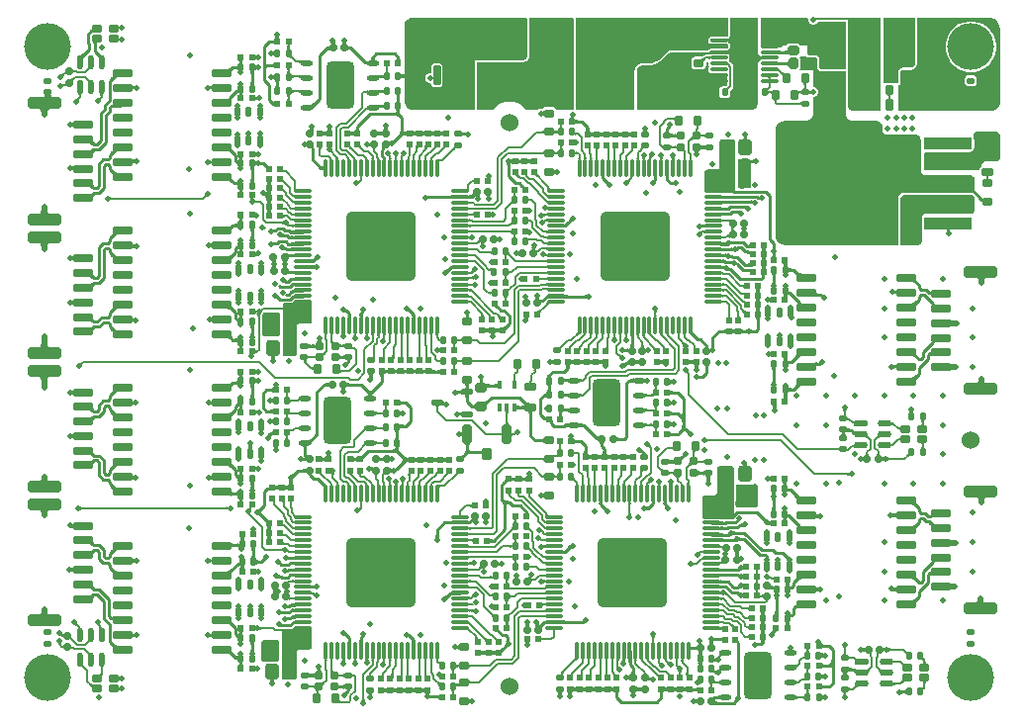
<source format=gtl>
G04*
G04 #@! TF.GenerationSoftware,Altium Limited,Altium Designer,23.9.2 (47)*
G04*
G04 Layer_Physical_Order=1*
G04 Layer_Color=255*
%FSLAX25Y25*%
%MOIN*%
G70*
G04*
G04 #@! TF.SameCoordinates,282F133A-872F-418E-B260-DD41B2CE053A*
G04*
G04*
G04 #@! TF.FilePolarity,Positive*
G04*
G01*
G75*
%ADD10C,0.00984*%
%ADD12C,0.01000*%
%ADD13C,0.00700*%
G04:AMPARAMS|DCode=25|XSize=25.2mil|YSize=23.62mil|CornerRadius=4.72mil|HoleSize=0mil|Usage=FLASHONLY|Rotation=90.000|XOffset=0mil|YOffset=0mil|HoleType=Round|Shape=RoundedRectangle|*
%AMROUNDEDRECTD25*
21,1,0.02520,0.01417,0,0,90.0*
21,1,0.01575,0.02362,0,0,90.0*
1,1,0.00945,0.00709,0.00787*
1,1,0.00945,0.00709,-0.00787*
1,1,0.00945,-0.00709,-0.00787*
1,1,0.00945,-0.00709,0.00787*
%
%ADD25ROUNDEDRECTD25*%
G04:AMPARAMS|DCode=26|XSize=21.65mil|YSize=19.68mil|CornerRadius=3.94mil|HoleSize=0mil|Usage=FLASHONLY|Rotation=270.000|XOffset=0mil|YOffset=0mil|HoleType=Round|Shape=RoundedRectangle|*
%AMROUNDEDRECTD26*
21,1,0.02165,0.01181,0,0,270.0*
21,1,0.01378,0.01968,0,0,270.0*
1,1,0.00787,-0.00591,-0.00689*
1,1,0.00787,-0.00591,0.00689*
1,1,0.00787,0.00591,0.00689*
1,1,0.00787,0.00591,-0.00689*
%
%ADD26ROUNDEDRECTD26*%
G04:AMPARAMS|DCode=27|XSize=21.65mil|YSize=19.68mil|CornerRadius=3.94mil|HoleSize=0mil|Usage=FLASHONLY|Rotation=180.000|XOffset=0mil|YOffset=0mil|HoleType=Round|Shape=RoundedRectangle|*
%AMROUNDEDRECTD27*
21,1,0.02165,0.01181,0,0,180.0*
21,1,0.01378,0.01968,0,0,180.0*
1,1,0.00787,-0.00689,0.00591*
1,1,0.00787,0.00689,0.00591*
1,1,0.00787,0.00689,-0.00591*
1,1,0.00787,-0.00689,-0.00591*
%
%ADD27ROUNDEDRECTD27*%
G04:AMPARAMS|DCode=29|XSize=25.2mil|YSize=23.62mil|CornerRadius=4.72mil|HoleSize=0mil|Usage=FLASHONLY|Rotation=0.000|XOffset=0mil|YOffset=0mil|HoleType=Round|Shape=RoundedRectangle|*
%AMROUNDEDRECTD29*
21,1,0.02520,0.01417,0,0,0.0*
21,1,0.01575,0.02362,0,0,0.0*
1,1,0.00945,0.00787,-0.00709*
1,1,0.00945,-0.00787,-0.00709*
1,1,0.00945,-0.00787,0.00709*
1,1,0.00945,0.00787,0.00709*
%
%ADD29ROUNDEDRECTD29*%
G04:AMPARAMS|DCode=30|XSize=64.96mil|YSize=29.92mil|CornerRadius=7.48mil|HoleSize=0mil|Usage=FLASHONLY|Rotation=0.000|XOffset=0mil|YOffset=0mil|HoleType=Round|Shape=RoundedRectangle|*
%AMROUNDEDRECTD30*
21,1,0.06496,0.01496,0,0,0.0*
21,1,0.05000,0.02992,0,0,0.0*
1,1,0.01496,0.02500,-0.00748*
1,1,0.01496,-0.02500,-0.00748*
1,1,0.01496,-0.02500,0.00748*
1,1,0.01496,0.02500,0.00748*
%
%ADD30ROUNDEDRECTD30*%
G04:AMPARAMS|DCode=31|XSize=47.45mil|YSize=20.86mil|CornerRadius=4.17mil|HoleSize=0mil|Usage=FLASHONLY|Rotation=90.000|XOffset=0mil|YOffset=0mil|HoleType=Round|Shape=RoundedRectangle|*
%AMROUNDEDRECTD31*
21,1,0.04745,0.01252,0,0,90.0*
21,1,0.03911,0.02086,0,0,90.0*
1,1,0.00834,0.00626,0.01955*
1,1,0.00834,0.00626,-0.01955*
1,1,0.00834,-0.00626,-0.01955*
1,1,0.00834,-0.00626,0.01955*
%
%ADD31ROUNDEDRECTD31*%
G04:AMPARAMS|DCode=32|XSize=47.45mil|YSize=20.86mil|CornerRadius=10.43mil|HoleSize=0mil|Usage=FLASHONLY|Rotation=90.000|XOffset=0mil|YOffset=0mil|HoleType=Round|Shape=RoundedRectangle|*
%AMROUNDEDRECTD32*
21,1,0.04745,0.00000,0,0,90.0*
21,1,0.02659,0.02086,0,0,90.0*
1,1,0.02086,0.00000,0.01330*
1,1,0.02086,0.00000,-0.01330*
1,1,0.02086,0.00000,-0.01330*
1,1,0.02086,0.00000,0.01330*
%
%ADD32ROUNDEDRECTD32*%
%ADD33O,0.04331X0.01772*%
G04:AMPARAMS|DCode=34|XSize=94.49mil|YSize=161.42mil|CornerRadius=18.9mil|HoleSize=0mil|Usage=FLASHONLY|Rotation=0.000|XOffset=0mil|YOffset=0mil|HoleType=Round|Shape=RoundedRectangle|*
%AMROUNDEDRECTD34*
21,1,0.09449,0.12362,0,0,0.0*
21,1,0.05669,0.16142,0,0,0.0*
1,1,0.03780,0.02835,-0.06181*
1,1,0.03780,-0.02835,-0.06181*
1,1,0.03780,-0.02835,0.06181*
1,1,0.03780,0.02835,0.06181*
%
%ADD34ROUNDEDRECTD34*%
G04:AMPARAMS|DCode=37|XSize=23.62mil|YSize=66.93mil|CornerRadius=4.72mil|HoleSize=0mil|Usage=FLASHONLY|Rotation=180.000|XOffset=0mil|YOffset=0mil|HoleType=Round|Shape=RoundedRectangle|*
%AMROUNDEDRECTD37*
21,1,0.02362,0.05748,0,0,180.0*
21,1,0.01417,0.06693,0,0,180.0*
1,1,0.00945,-0.00709,0.02874*
1,1,0.00945,0.00709,0.02874*
1,1,0.00945,0.00709,-0.02874*
1,1,0.00945,-0.00709,-0.02874*
%
%ADD37ROUNDEDRECTD37*%
G04:AMPARAMS|DCode=38|XSize=39.37mil|YSize=110.24mil|CornerRadius=7.87mil|HoleSize=0mil|Usage=FLASHONLY|Rotation=180.000|XOffset=0mil|YOffset=0mil|HoleType=Round|Shape=RoundedRectangle|*
%AMROUNDEDRECTD38*
21,1,0.03937,0.09449,0,0,180.0*
21,1,0.02362,0.11024,0,0,180.0*
1,1,0.01575,-0.01181,0.04724*
1,1,0.01575,0.01181,0.04724*
1,1,0.01575,0.01181,-0.04724*
1,1,0.01575,-0.01181,-0.04724*
%
%ADD38ROUNDEDRECTD38*%
G04:AMPARAMS|DCode=39|XSize=110.24mil|YSize=39.37mil|CornerRadius=7.87mil|HoleSize=0mil|Usage=FLASHONLY|Rotation=180.000|XOffset=0mil|YOffset=0mil|HoleType=Round|Shape=RoundedRectangle|*
%AMROUNDEDRECTD39*
21,1,0.11024,0.02362,0,0,180.0*
21,1,0.09449,0.03937,0,0,180.0*
1,1,0.01575,-0.04724,0.01181*
1,1,0.01575,0.04724,0.01181*
1,1,0.01575,0.04724,-0.01181*
1,1,0.01575,-0.04724,-0.01181*
%
%ADD39ROUNDEDRECTD39*%
G04:AMPARAMS|DCode=40|XSize=47.45mil|YSize=20.86mil|CornerRadius=10.43mil|HoleSize=0mil|Usage=FLASHONLY|Rotation=0.000|XOffset=0mil|YOffset=0mil|HoleType=Round|Shape=RoundedRectangle|*
%AMROUNDEDRECTD40*
21,1,0.04745,0.00000,0,0,0.0*
21,1,0.02659,0.02086,0,0,0.0*
1,1,0.02086,0.01330,0.00000*
1,1,0.02086,-0.01330,0.00000*
1,1,0.02086,-0.01330,0.00000*
1,1,0.02086,0.01330,0.00000*
%
%ADD40ROUNDEDRECTD40*%
G04:AMPARAMS|DCode=41|XSize=57.09mil|YSize=11.02mil|CornerRadius=1.38mil|HoleSize=0mil|Usage=FLASHONLY|Rotation=0.000|XOffset=0mil|YOffset=0mil|HoleType=Round|Shape=RoundedRectangle|*
%AMROUNDEDRECTD41*
21,1,0.05709,0.00827,0,0,0.0*
21,1,0.05433,0.01102,0,0,0.0*
1,1,0.00276,0.02717,-0.00413*
1,1,0.00276,-0.02717,-0.00413*
1,1,0.00276,-0.02717,0.00413*
1,1,0.00276,0.02717,0.00413*
%
%ADD41ROUNDEDRECTD41*%
G04:AMPARAMS|DCode=42|XSize=37.4mil|YSize=29.53mil|CornerRadius=5.91mil|HoleSize=0mil|Usage=FLASHONLY|Rotation=180.000|XOffset=0mil|YOffset=0mil|HoleType=Round|Shape=RoundedRectangle|*
%AMROUNDEDRECTD42*
21,1,0.03740,0.01772,0,0,180.0*
21,1,0.02559,0.02953,0,0,180.0*
1,1,0.01181,-0.01280,0.00886*
1,1,0.01181,0.01280,0.00886*
1,1,0.01181,0.01280,-0.00886*
1,1,0.01181,-0.01280,-0.00886*
%
%ADD42ROUNDEDRECTD42*%
G04:AMPARAMS|DCode=43|XSize=35.43mil|YSize=29.53mil|CornerRadius=5.91mil|HoleSize=0mil|Usage=FLASHONLY|Rotation=180.000|XOffset=0mil|YOffset=0mil|HoleType=Round|Shape=RoundedRectangle|*
%AMROUNDEDRECTD43*
21,1,0.03543,0.01772,0,0,180.0*
21,1,0.02362,0.02953,0,0,180.0*
1,1,0.01181,-0.01181,0.00886*
1,1,0.01181,0.01181,0.00886*
1,1,0.01181,0.01181,-0.00886*
1,1,0.01181,-0.01181,-0.00886*
%
%ADD43ROUNDEDRECTD43*%
G04:AMPARAMS|DCode=44|XSize=43.31mil|YSize=161.42mil|CornerRadius=8.66mil|HoleSize=0mil|Usage=FLASHONLY|Rotation=270.000|XOffset=0mil|YOffset=0mil|HoleType=Round|Shape=RoundedRectangle|*
%AMROUNDEDRECTD44*
21,1,0.04331,0.14410,0,0,270.0*
21,1,0.02598,0.16142,0,0,270.0*
1,1,0.01732,-0.07205,-0.01299*
1,1,0.01732,-0.07205,0.01299*
1,1,0.01732,0.07205,0.01299*
1,1,0.01732,0.07205,-0.01299*
%
%ADD44ROUNDEDRECTD44*%
G04:AMPARAMS|DCode=45|XSize=421.26mil|YSize=342.52mil|CornerRadius=34.25mil|HoleSize=0mil|Usage=FLASHONLY|Rotation=270.000|XOffset=0mil|YOffset=0mil|HoleType=Round|Shape=RoundedRectangle|*
%AMROUNDEDRECTD45*
21,1,0.42126,0.27402,0,0,270.0*
21,1,0.35276,0.34252,0,0,270.0*
1,1,0.06850,-0.13701,-0.17638*
1,1,0.06850,-0.13701,0.17638*
1,1,0.06850,0.13701,0.17638*
1,1,0.06850,0.13701,-0.17638*
%
%ADD45ROUNDEDRECTD45*%
G04:AMPARAMS|DCode=46|XSize=13.78mil|YSize=27.56mil|CornerRadius=2.76mil|HoleSize=0mil|Usage=FLASHONLY|Rotation=180.000|XOffset=0mil|YOffset=0mil|HoleType=Round|Shape=RoundedRectangle|*
%AMROUNDEDRECTD46*
21,1,0.01378,0.02205,0,0,180.0*
21,1,0.00827,0.02756,0,0,180.0*
1,1,0.00551,-0.00413,0.01102*
1,1,0.00551,0.00413,0.01102*
1,1,0.00551,0.00413,-0.01102*
1,1,0.00551,-0.00413,-0.01102*
%
%ADD46ROUNDEDRECTD46*%
G04:AMPARAMS|DCode=47|XSize=31.5mil|YSize=43.31mil|CornerRadius=6.3mil|HoleSize=0mil|Usage=FLASHONLY|Rotation=0.000|XOffset=0mil|YOffset=0mil|HoleType=Round|Shape=RoundedRectangle|*
%AMROUNDEDRECTD47*
21,1,0.03150,0.03071,0,0,0.0*
21,1,0.01890,0.04331,0,0,0.0*
1,1,0.01260,0.00945,-0.01535*
1,1,0.01260,-0.00945,-0.01535*
1,1,0.01260,-0.00945,0.01535*
1,1,0.01260,0.00945,0.01535*
%
%ADD47ROUNDEDRECTD47*%
G04:AMPARAMS|DCode=48|XSize=31.5mil|YSize=66.93mil|CornerRadius=6.3mil|HoleSize=0mil|Usage=FLASHONLY|Rotation=0.000|XOffset=0mil|YOffset=0mil|HoleType=Round|Shape=RoundedRectangle|*
%AMROUNDEDRECTD48*
21,1,0.03150,0.05433,0,0,0.0*
21,1,0.01890,0.06693,0,0,0.0*
1,1,0.01260,0.00945,-0.02717*
1,1,0.01260,-0.00945,-0.02717*
1,1,0.01260,-0.00945,0.02717*
1,1,0.01260,0.00945,0.02717*
%
%ADD48ROUNDEDRECTD48*%
G04:AMPARAMS|DCode=49|XSize=163.39mil|YSize=188.98mil|CornerRadius=32.68mil|HoleSize=0mil|Usage=FLASHONLY|Rotation=270.000|XOffset=0mil|YOffset=0mil|HoleType=Round|Shape=RoundedRectangle|*
%AMROUNDEDRECTD49*
21,1,0.16339,0.12362,0,0,270.0*
21,1,0.09803,0.18898,0,0,270.0*
1,1,0.06535,-0.06181,-0.04902*
1,1,0.06535,-0.06181,0.04902*
1,1,0.06535,0.06181,0.04902*
1,1,0.06535,0.06181,-0.04902*
%
%ADD49ROUNDEDRECTD49*%
G04:AMPARAMS|DCode=50|XSize=59.06mil|YSize=51.18mil|CornerRadius=10.24mil|HoleSize=0mil|Usage=FLASHONLY|Rotation=90.000|XOffset=0mil|YOffset=0mil|HoleType=Round|Shape=RoundedRectangle|*
%AMROUNDEDRECTD50*
21,1,0.05906,0.03071,0,0,90.0*
21,1,0.03858,0.05118,0,0,90.0*
1,1,0.02047,0.01535,0.01929*
1,1,0.02047,0.01535,-0.01929*
1,1,0.02047,-0.01535,-0.01929*
1,1,0.02047,-0.01535,0.01929*
%
%ADD50ROUNDEDRECTD50*%
G04:AMPARAMS|DCode=51|XSize=19.68mil|YSize=37.4mil|CornerRadius=3.94mil|HoleSize=0mil|Usage=FLASHONLY|Rotation=270.000|XOffset=0mil|YOffset=0mil|HoleType=Round|Shape=RoundedRectangle|*
%AMROUNDEDRECTD51*
21,1,0.01968,0.02953,0,0,270.0*
21,1,0.01181,0.03740,0,0,270.0*
1,1,0.00787,-0.01476,-0.00591*
1,1,0.00787,-0.01476,0.00591*
1,1,0.00787,0.01476,0.00591*
1,1,0.00787,0.01476,-0.00591*
%
%ADD51ROUNDEDRECTD51*%
G04:AMPARAMS|DCode=52|XSize=66.93mil|YSize=23.62mil|CornerRadius=4.72mil|HoleSize=0mil|Usage=FLASHONLY|Rotation=180.000|XOffset=0mil|YOffset=0mil|HoleType=Round|Shape=RoundedRectangle|*
%AMROUNDEDRECTD52*
21,1,0.06693,0.01417,0,0,180.0*
21,1,0.05748,0.02362,0,0,180.0*
1,1,0.00945,-0.02874,0.00709*
1,1,0.00945,0.02874,0.00709*
1,1,0.00945,0.02874,-0.00709*
1,1,0.00945,-0.02874,-0.00709*
%
%ADD52ROUNDEDRECTD52*%
G04:AMPARAMS|DCode=53|XSize=33.47mil|YSize=25.59mil|CornerRadius=5.12mil|HoleSize=0mil|Usage=FLASHONLY|Rotation=0.000|XOffset=0mil|YOffset=0mil|HoleType=Round|Shape=RoundedRectangle|*
%AMROUNDEDRECTD53*
21,1,0.03347,0.01535,0,0,0.0*
21,1,0.02323,0.02559,0,0,0.0*
1,1,0.01024,0.01161,-0.00768*
1,1,0.01024,-0.01161,-0.00768*
1,1,0.01024,-0.01161,0.00768*
1,1,0.01024,0.01161,0.00768*
%
%ADD53ROUNDEDRECTD53*%
G04:AMPARAMS|DCode=54|XSize=37.4mil|YSize=33.47mil|CornerRadius=6.69mil|HoleSize=0mil|Usage=FLASHONLY|Rotation=270.000|XOffset=0mil|YOffset=0mil|HoleType=Round|Shape=RoundedRectangle|*
%AMROUNDEDRECTD54*
21,1,0.03740,0.02008,0,0,270.0*
21,1,0.02402,0.03347,0,0,270.0*
1,1,0.01339,-0.01004,-0.01201*
1,1,0.01339,-0.01004,0.01201*
1,1,0.01339,0.01004,0.01201*
1,1,0.01339,0.01004,-0.01201*
%
%ADD54ROUNDEDRECTD54*%
G04:AMPARAMS|DCode=55|XSize=45.45mil|YSize=53.39mil|CornerRadius=9.09mil|HoleSize=0mil|Usage=FLASHONLY|Rotation=0.000|XOffset=0mil|YOffset=0mil|HoleType=Round|Shape=RoundedRectangle|*
%AMROUNDEDRECTD55*
21,1,0.04545,0.03521,0,0,0.0*
21,1,0.02727,0.05339,0,0,0.0*
1,1,0.01818,0.01364,-0.01761*
1,1,0.01818,-0.01364,-0.01761*
1,1,0.01818,-0.01364,0.01761*
1,1,0.01818,0.01364,0.01761*
%
%ADD55ROUNDEDRECTD55*%
G04:AMPARAMS|DCode=56|XSize=35.43mil|YSize=29.53mil|CornerRadius=5.91mil|HoleSize=0mil|Usage=FLASHONLY|Rotation=90.000|XOffset=0mil|YOffset=0mil|HoleType=Round|Shape=RoundedRectangle|*
%AMROUNDEDRECTD56*
21,1,0.03543,0.01772,0,0,90.0*
21,1,0.02362,0.02953,0,0,90.0*
1,1,0.01181,0.00886,0.01181*
1,1,0.01181,0.00886,-0.01181*
1,1,0.01181,-0.00886,-0.01181*
1,1,0.01181,-0.00886,0.01181*
%
%ADD56ROUNDEDRECTD56*%
G04:AMPARAMS|DCode=57|XSize=47.45mil|YSize=20.86mil|CornerRadius=4.17mil|HoleSize=0mil|Usage=FLASHONLY|Rotation=0.000|XOffset=0mil|YOffset=0mil|HoleType=Round|Shape=RoundedRectangle|*
%AMROUNDEDRECTD57*
21,1,0.04745,0.01252,0,0,0.0*
21,1,0.03911,0.02086,0,0,0.0*
1,1,0.00834,0.01955,-0.00626*
1,1,0.00834,-0.01955,-0.00626*
1,1,0.00834,-0.01955,0.00626*
1,1,0.00834,0.01955,0.00626*
%
%ADD57ROUNDEDRECTD57*%
G04:AMPARAMS|DCode=58|XSize=58.07mil|YSize=11.81mil|CornerRadius=2.36mil|HoleSize=0mil|Usage=FLASHONLY|Rotation=180.000|XOffset=0mil|YOffset=0mil|HoleType=Round|Shape=RoundedRectangle|*
%AMROUNDEDRECTD58*
21,1,0.05807,0.00709,0,0,180.0*
21,1,0.05335,0.01181,0,0,180.0*
1,1,0.00472,-0.02667,0.00354*
1,1,0.00472,0.02667,0.00354*
1,1,0.00472,0.02667,-0.00354*
1,1,0.00472,-0.02667,-0.00354*
%
%ADD58ROUNDEDRECTD58*%
G04:AMPARAMS|DCode=59|XSize=58.07mil|YSize=11.81mil|CornerRadius=2.36mil|HoleSize=0mil|Usage=FLASHONLY|Rotation=90.000|XOffset=0mil|YOffset=0mil|HoleType=Round|Shape=RoundedRectangle|*
%AMROUNDEDRECTD59*
21,1,0.05807,0.00709,0,0,90.0*
21,1,0.05335,0.01181,0,0,90.0*
1,1,0.00472,0.00354,0.02667*
1,1,0.00472,0.00354,-0.02667*
1,1,0.00472,-0.00354,-0.02667*
1,1,0.00472,-0.00354,0.02667*
%
%ADD59ROUNDEDRECTD59*%
G04:AMPARAMS|DCode=60|XSize=29.53mil|YSize=27.56mil|CornerRadius=5.51mil|HoleSize=0mil|Usage=FLASHONLY|Rotation=180.000|XOffset=0mil|YOffset=0mil|HoleType=Round|Shape=RoundedRectangle|*
%AMROUNDEDRECTD60*
21,1,0.02953,0.01654,0,0,180.0*
21,1,0.01850,0.02756,0,0,180.0*
1,1,0.01102,-0.00925,0.00827*
1,1,0.01102,0.00925,0.00827*
1,1,0.01102,0.00925,-0.00827*
1,1,0.01102,-0.00925,-0.00827*
%
%ADD60ROUNDEDRECTD60*%
G04:AMPARAMS|DCode=61|XSize=38.58mil|YSize=133.86mil|CornerRadius=7.72mil|HoleSize=0mil|Usage=FLASHONLY|Rotation=0.000|XOffset=0mil|YOffset=0mil|HoleType=Round|Shape=RoundedRectangle|*
%AMROUNDEDRECTD61*
21,1,0.03858,0.11843,0,0,0.0*
21,1,0.02315,0.13386,0,0,0.0*
1,1,0.01543,0.01158,-0.05921*
1,1,0.01543,-0.01158,-0.05921*
1,1,0.01543,-0.01158,0.05921*
1,1,0.01543,0.01158,0.05921*
%
%ADD61ROUNDEDRECTD61*%
G04:AMPARAMS|DCode=62|XSize=37.4mil|YSize=33.47mil|CornerRadius=6.69mil|HoleSize=0mil|Usage=FLASHONLY|Rotation=0.000|XOffset=0mil|YOffset=0mil|HoleType=Round|Shape=RoundedRectangle|*
%AMROUNDEDRECTD62*
21,1,0.03740,0.02008,0,0,0.0*
21,1,0.02402,0.03347,0,0,0.0*
1,1,0.01339,0.01201,-0.01004*
1,1,0.01339,-0.01201,-0.01004*
1,1,0.01339,-0.01201,0.01004*
1,1,0.01339,0.01201,0.01004*
%
%ADD62ROUNDEDRECTD62*%
G04:AMPARAMS|DCode=63|XSize=37.4mil|YSize=29.53mil|CornerRadius=5.91mil|HoleSize=0mil|Usage=FLASHONLY|Rotation=270.000|XOffset=0mil|YOffset=0mil|HoleType=Round|Shape=RoundedRectangle|*
%AMROUNDEDRECTD63*
21,1,0.03740,0.01772,0,0,270.0*
21,1,0.02559,0.02953,0,0,270.0*
1,1,0.01181,-0.00886,-0.01280*
1,1,0.01181,-0.00886,0.01280*
1,1,0.01181,0.00886,0.01280*
1,1,0.01181,0.00886,-0.01280*
%
%ADD63ROUNDEDRECTD63*%
G04:AMPARAMS|DCode=64|XSize=68.9mil|YSize=47.24mil|CornerRadius=9.45mil|HoleSize=0mil|Usage=FLASHONLY|Rotation=180.000|XOffset=0mil|YOffset=0mil|HoleType=Round|Shape=RoundedRectangle|*
%AMROUNDEDRECTD64*
21,1,0.06890,0.02835,0,0,180.0*
21,1,0.05000,0.04724,0,0,180.0*
1,1,0.01890,-0.02500,0.01417*
1,1,0.01890,0.02500,0.01417*
1,1,0.01890,0.02500,-0.01417*
1,1,0.01890,-0.02500,-0.01417*
%
%ADD64ROUNDEDRECTD64*%
G04:AMPARAMS|DCode=66|XSize=31.5mil|YSize=21.65mil|CornerRadius=5.41mil|HoleSize=0mil|Usage=FLASHONLY|Rotation=90.000|XOffset=0mil|YOffset=0mil|HoleType=Round|Shape=RoundedRectangle|*
%AMROUNDEDRECTD66*
21,1,0.03150,0.01083,0,0,90.0*
21,1,0.02067,0.02165,0,0,90.0*
1,1,0.01083,0.00541,0.01034*
1,1,0.01083,0.00541,-0.01034*
1,1,0.01083,-0.00541,-0.01034*
1,1,0.01083,-0.00541,0.01034*
%
%ADD66ROUNDEDRECTD66*%
G04:AMPARAMS|DCode=98|XSize=26mil|YSize=23mil|CornerRadius=4.6mil|HoleSize=0mil|Usage=FLASHONLY|Rotation=90.000|XOffset=0mil|YOffset=0mil|HoleType=Round|Shape=RoundedRectangle|*
%AMROUNDEDRECTD98*
21,1,0.02600,0.01380,0,0,90.0*
21,1,0.01680,0.02300,0,0,90.0*
1,1,0.00920,0.00690,0.00840*
1,1,0.00920,0.00690,-0.00840*
1,1,0.00920,-0.00690,-0.00840*
1,1,0.00920,-0.00690,0.00840*
%
%ADD98ROUNDEDRECTD98*%
G04:AMPARAMS|DCode=99|XSize=26mil|YSize=23mil|CornerRadius=4.6mil|HoleSize=0mil|Usage=FLASHONLY|Rotation=180.000|XOffset=0mil|YOffset=0mil|HoleType=Round|Shape=RoundedRectangle|*
%AMROUNDEDRECTD99*
21,1,0.02600,0.01380,0,0,180.0*
21,1,0.01680,0.02300,0,0,180.0*
1,1,0.00920,-0.00840,0.00690*
1,1,0.00920,0.00840,0.00690*
1,1,0.00920,0.00840,-0.00690*
1,1,0.00920,-0.00840,-0.00690*
%
%ADD99ROUNDEDRECTD99*%
%ADD100C,0.03937*%
%ADD101C,0.06000*%
G04:AMPARAMS|DCode=102|XSize=236.22mil|YSize=236.22mil|CornerRadius=23.62mil|HoleSize=0mil|Usage=FLASHONLY|Rotation=0.000|XOffset=0mil|YOffset=0mil|HoleType=Round|Shape=RoundedRectangle|*
%AMROUNDEDRECTD102*
21,1,0.23622,0.18898,0,0,0.0*
21,1,0.18898,0.23622,0,0,0.0*
1,1,0.04724,0.09449,-0.09449*
1,1,0.04724,-0.09449,-0.09449*
1,1,0.04724,-0.09449,0.09449*
1,1,0.04724,0.09449,0.09449*
%
%ADD102ROUNDEDRECTD102*%
G04:AMPARAMS|DCode=103|XSize=65mil|YSize=112.01mil|CornerRadius=13mil|HoleSize=0mil|Usage=FLASHONLY|Rotation=0.000|XOffset=0mil|YOffset=0mil|HoleType=Round|Shape=RoundedRectangle|*
%AMROUNDEDRECTD103*
21,1,0.06500,0.08601,0,0,0.0*
21,1,0.03900,0.11201,0,0,0.0*
1,1,0.02600,0.01950,-0.04300*
1,1,0.02600,-0.01950,-0.04300*
1,1,0.02600,-0.01950,0.04300*
1,1,0.02600,0.01950,0.04300*
%
%ADD103ROUNDEDRECTD103*%
%ADD104C,0.02000*%
%ADD105C,0.00701*%
%ADD106C,0.15748*%
%ADD107C,0.02600*%
%ADD108C,0.01968*%
%ADD109C,0.02598*%
G36*
X173333Y233752D02*
X173333Y221293D01*
X173309Y221043D01*
X173106Y220553D01*
X172754Y220202D01*
X172264Y219998D01*
X172014Y219974D01*
X156299D01*
X156038Y219922D01*
X155817Y219774D01*
X155669Y219552D01*
X155617Y219291D01*
Y203150D01*
X134729D01*
X134121Y203271D01*
X133547Y203508D01*
X133032Y203853D01*
X132593Y204292D01*
X132248Y204807D01*
X132011Y205381D01*
X131890Y205989D01*
Y206299D01*
Y214064D01*
X131801Y214062D01*
X131624Y214047D01*
X131581Y214040D01*
Y213878D01*
X131540Y213914D01*
X131492Y213946D01*
X131437Y213974D01*
X131375Y213999D01*
X131332Y213987D01*
X131217Y213943D01*
X131123Y213888D01*
X131050Y213823D01*
X130998Y213748D01*
X130966Y213664D01*
X130956Y213569D01*
Y214063D01*
X130845Y214067D01*
X130845Y215067D01*
X130951Y215069D01*
X130956Y215069D01*
Y215565D01*
X130966Y215470D01*
X130998Y215385D01*
X131050Y215311D01*
X131123Y215246D01*
X131217Y215191D01*
X131332Y215146D01*
X131375Y215135D01*
X131437Y215160D01*
X131492Y215188D01*
X131540Y215220D01*
X131581Y215256D01*
Y215094D01*
X131624Y215087D01*
X131801Y215072D01*
X131890Y215070D01*
Y231496D01*
X131890Y231496D01*
X131932Y231979D01*
X131996Y232300D01*
X132203Y232801D01*
X132505Y233253D01*
X132889Y233637D01*
X133340Y233938D01*
X133842Y234146D01*
X134374Y234252D01*
X134646Y234252D01*
X172849Y234252D01*
X173333Y233752D01*
D02*
G37*
G36*
X329877Y234064D02*
X330587Y233770D01*
X331225Y233343D01*
X331768Y232800D01*
X332195Y232162D01*
X332489Y231452D01*
X332677Y230505D01*
X332677Y205906D01*
Y205595D01*
X332556Y204987D01*
X332319Y204414D01*
X331974Y203898D01*
X331535Y203459D01*
X331019Y203114D01*
X330446Y202877D01*
X329838Y202756D01*
X329527D01*
X298425Y202756D01*
Y211522D01*
X298686Y211574D01*
X298908Y211722D01*
X299056Y211944D01*
X299108Y212205D01*
Y215925D01*
X299121Y216057D01*
X299234Y216330D01*
X299418Y216514D01*
X299691Y216627D01*
X299824Y216640D01*
X302675D01*
X302937Y216692D01*
X302937Y216692D01*
X303515Y216932D01*
X303515Y216932D01*
X303737Y217080D01*
X304180Y217523D01*
X304328Y217744D01*
X304328Y217744D01*
X304567Y218323D01*
X304568Y218323D01*
X304619Y218584D01*
Y218898D01*
X304619Y218898D01*
Y234213D01*
X305119Y234213D01*
X328740D01*
X329124Y234213D01*
X329877Y234064D01*
D02*
G37*
G36*
X112277Y226057D02*
X112291Y225864D01*
X112316Y225693D01*
X112325Y225654D01*
X112471Y225648D01*
X112433Y225608D01*
X112399Y225561D01*
X112370Y225506D01*
X112367Y225500D01*
X112395Y225419D01*
X112449Y225316D01*
X112513Y225235D01*
X112587Y225176D01*
X112671Y225140D01*
X112765Y225126D01*
X112281Y225139D01*
X112280Y225123D01*
X112272Y224918D01*
X111272Y224964D01*
X111270Y225071D01*
X111263Y225166D01*
X110778Y225179D01*
X110872Y225187D01*
X110956Y225218D01*
X111030Y225272D01*
X111094Y225347D01*
X111148Y225446D01*
X111187Y225551D01*
X111185Y225558D01*
X111158Y225613D01*
X111128Y225662D01*
X111094Y225703D01*
X111224Y225698D01*
X111227Y225709D01*
X111252Y225875D01*
X111267Y226062D01*
X111272Y226273D01*
X112272D01*
X112277Y226057D01*
D02*
G37*
G36*
X89481Y227847D02*
X89496Y227654D01*
X89498Y227644D01*
X89665D01*
X89629Y227603D01*
X89597Y227555D01*
X89569Y227500D01*
X89544Y227437D01*
X89538Y227414D01*
X89555Y227340D01*
X89600Y227218D01*
X89654Y227120D01*
X89718Y227046D01*
X89792Y226995D01*
X89876Y226967D01*
X89970Y226963D01*
X89477Y226924D01*
X89476Y226908D01*
X89278D01*
X88282Y226829D01*
Y225020D01*
X88215Y225108D01*
X88138Y225187D01*
X88051Y225257D01*
X87955Y225317D01*
X87848Y225368D01*
X87732Y225410D01*
X87606Y225443D01*
X87470Y225466D01*
X87324Y225480D01*
X87168Y225484D01*
Y226484D01*
X87324Y226489D01*
X87470Y226503D01*
X87606Y226526D01*
X87732Y226558D01*
X87848Y226600D01*
X87955Y226651D01*
X88051Y226712D01*
X88138Y226781D01*
X88215Y226860D01*
X88243Y226897D01*
X88250Y226909D01*
X88298Y227005D01*
X88340Y227108D01*
X88376Y227218D01*
X88407Y227337D01*
X88419Y227400D01*
X88408Y227437D01*
X88384Y227500D01*
X88355Y227555D01*
X88323Y227603D01*
X88287Y227644D01*
X88454D01*
X88465Y227739D01*
X88474Y227889D01*
X88476Y228046D01*
X89476Y228062D01*
X89481Y227847D01*
D02*
G37*
G36*
X108418Y226062D02*
X108433Y225875D01*
X108458Y225709D01*
X108460Y225698D01*
X108591Y225703D01*
X108557Y225662D01*
X108527Y225613D01*
X108500Y225558D01*
X108498Y225551D01*
X108537Y225446D01*
X108591Y225347D01*
X108655Y225272D01*
X108729Y225218D01*
X108813Y225187D01*
X108907Y225179D01*
X108422Y225166D01*
X108415Y225071D01*
X108413Y224964D01*
X107413Y224918D01*
X107411Y225024D01*
X107402Y225139D01*
X106920Y225126D01*
X107014Y225140D01*
X107098Y225176D01*
X107172Y225235D01*
X107236Y225316D01*
X107290Y225419D01*
X107318Y225500D01*
X107316Y225506D01*
X107286Y225561D01*
X107252Y225608D01*
X107214Y225648D01*
X107360Y225654D01*
X107369Y225693D01*
X107394Y225864D01*
X107408Y226057D01*
X107413Y226273D01*
X108413D01*
X108418Y226062D01*
D02*
G37*
G36*
X28768Y225782D02*
X28673Y225777D01*
X28588Y225750D01*
X28513Y225702D01*
X28448Y225633D01*
X28393Y225542D01*
X28348Y225430D01*
X28313Y225297D01*
X28288Y225143D01*
X28273Y224967D01*
X28268Y224770D01*
X27268D01*
X27263Y224978D01*
X27248Y225164D01*
X27223Y225329D01*
X27189Y225473D01*
X27144Y225596D01*
X27090Y225697D01*
X27026Y225777D01*
X26952Y225835D01*
X26868Y225872D01*
X26774Y225888D01*
X28768Y225782D01*
D02*
G37*
G36*
X93519Y224932D02*
X93460Y224910D01*
X93408Y224874D01*
X93363Y224822D01*
X93325Y224756D01*
X93293Y224676D01*
X93269Y224580D01*
X93252Y224470D01*
X93241Y224345D01*
X93238Y224206D01*
X92538D01*
X92534Y224345D01*
X92524Y224470D01*
X92506Y224580D01*
X92482Y224676D01*
X92451Y224756D01*
X92413Y224822D01*
X92367Y224874D01*
X92315Y224910D01*
X92256Y224932D01*
X92190Y224940D01*
X93585D01*
X93519Y224932D01*
D02*
G37*
G36*
X93241Y223908D02*
X93252Y223787D01*
X93269Y223680D01*
X93294Y223587D01*
X93325Y223509D01*
X93364Y223445D01*
X93409Y223395D01*
X93462Y223360D01*
X93521Y223339D01*
X93588Y223332D01*
X92190Y223324D01*
X92256Y223332D01*
X92315Y223354D01*
X92367Y223390D01*
X92413Y223440D01*
X92451Y223505D01*
X92482Y223584D01*
X92506Y223678D01*
X92524Y223785D01*
X92534Y223908D01*
X92538Y224044D01*
X93238D01*
X93241Y223908D01*
D02*
G37*
G36*
X112891Y224813D02*
X112918Y224750D01*
X112963Y224695D01*
X113026Y224648D01*
X113107Y224607D01*
X113205Y224574D01*
X113322Y224549D01*
X113457Y224530D01*
X113609Y224519D01*
X113779Y224516D01*
Y223516D01*
X113609Y223512D01*
X113322Y223483D01*
X113205Y223457D01*
X113107Y223424D01*
X113026Y223384D01*
X112963Y223336D01*
X112918Y223281D01*
X112891Y223219D01*
X112882Y223149D01*
Y224883D01*
X112891Y224813D01*
D02*
G37*
G36*
X106822Y223053D02*
X106811Y223132D01*
X106782Y223202D01*
X106733Y223264D01*
X106665Y223318D01*
X106579Y223364D01*
X106473Y223401D01*
X106347Y223430D01*
X106203Y223451D01*
X106040Y223464D01*
X105857Y223468D01*
Y224468D01*
X106038Y224472D01*
X106199Y224484D01*
X106341Y224505D01*
X106465Y224534D01*
X106569Y224571D01*
X106653Y224617D01*
X106719Y224671D01*
X106766Y224733D01*
X106794Y224804D01*
X106803Y224883D01*
X106822Y223053D01*
D02*
G37*
G36*
X88007Y222590D02*
X88064Y222578D01*
X88149Y222564D01*
X88241Y222555D01*
X88446Y222547D01*
X88446Y221547D01*
X88340Y221545D01*
X88149Y221530D01*
X88064Y221517D01*
X88007Y221504D01*
Y221087D01*
X87997Y221174D01*
X87967Y221252D01*
X87917Y221322D01*
X87847Y221381D01*
X87785Y221416D01*
X87751Y221394D01*
X87711Y221358D01*
Y221450D01*
X87647Y221474D01*
X87517Y221506D01*
X87368Y221529D01*
X87198Y221543D01*
X87008Y221547D01*
Y222547D01*
X87198Y222552D01*
X87368Y222566D01*
X87517Y222589D01*
X87647Y222621D01*
X87711Y222645D01*
Y222736D01*
X87752Y222700D01*
X87785Y222678D01*
X87847Y222713D01*
X87917Y222773D01*
X87967Y222842D01*
X87997Y222920D01*
X88007Y223008D01*
Y222590D01*
D02*
G37*
G36*
X257784Y223146D02*
X257815Y223144D01*
X258777Y223138D01*
Y222138D01*
X257773Y222128D01*
Y223148D01*
X257784Y223146D01*
D02*
G37*
G36*
X240945Y234213D02*
Y228037D01*
X240669Y227811D01*
X235236D01*
X234921Y227748D01*
X234654Y227570D01*
X234476Y227303D01*
X234413Y226988D01*
Y226161D01*
X234476Y225847D01*
X234654Y225580D01*
X234921Y225401D01*
X235236Y225339D01*
X240669D01*
X240945Y225112D01*
Y224100D01*
X240669Y223874D01*
X235236D01*
X234921Y223811D01*
X234654Y223633D01*
X234476Y223366D01*
X234449Y223228D01*
X222660Y223228D01*
X222235Y223207D01*
X221403Y223042D01*
X220619Y222717D01*
X219953Y222272D01*
X219913Y222245D01*
X219598Y221960D01*
X219598Y221960D01*
X219598Y221960D01*
X219598Y221960D01*
X217560Y219922D01*
X216808Y219420D01*
X215973Y219074D01*
X215087Y218898D01*
X214634Y218898D01*
X212205D01*
X211935Y218884D01*
X211405Y218779D01*
X210906Y218572D01*
X210456Y218272D01*
X210074Y217890D01*
X209774Y217441D01*
X209567Y216942D01*
X209503Y216619D01*
X209462Y216412D01*
X209449Y216142D01*
X209449Y216142D01*
X209449Y216142D01*
X209449Y203150D01*
X189764D01*
Y234213D01*
X240945D01*
D02*
G37*
G36*
X261317Y221750D02*
X261259Y221824D01*
X261188Y221890D01*
X261103Y221948D01*
X261005Y221998D01*
X260893Y222041D01*
X260769Y222076D01*
X260631Y222103D01*
X260480Y222122D01*
X260316Y222134D01*
X260138Y222138D01*
X260121Y223138D01*
X260322Y223143D01*
X260501Y223158D01*
X260658Y223183D01*
X260792Y223218D01*
X260905Y223263D01*
X260995Y223318D01*
X261063Y223383D01*
X261108Y223458D01*
X261132Y223543D01*
X261133Y223638D01*
X261317Y221750D01*
D02*
G37*
G36*
X94014Y221687D02*
X93995Y221623D01*
X93997Y221550D01*
X94018Y221466D01*
X94059Y221372D01*
X94119Y221268D01*
X94200Y221154D01*
X94300Y221030D01*
X94560Y220750D01*
X94064Y220255D01*
X93920Y220395D01*
X93661Y220616D01*
X93547Y220696D01*
X93443Y220756D01*
X93349Y220797D01*
X93265Y220818D01*
X93191Y220819D01*
X93128Y220801D01*
X93075Y220762D01*
X94052Y221740D01*
X94014Y221687D01*
D02*
G37*
G36*
X81583Y221498D02*
X81605Y221439D01*
X81640Y221387D01*
X81690Y221341D01*
X81691Y221341D01*
X81762Y221382D01*
X81836Y221433D01*
X81906Y221491D01*
X81974Y221555D01*
Y221240D01*
X82033Y221230D01*
X82154Y221220D01*
X82290Y221216D01*
Y220516D01*
X82154Y220513D01*
X82033Y220502D01*
X81974Y220493D01*
Y220177D01*
X81906Y220242D01*
X81836Y220299D01*
X81762Y220350D01*
X81691Y220391D01*
X81690Y220391D01*
X81640Y220346D01*
X81605Y220294D01*
X81583Y220234D01*
X81576Y220168D01*
Y220443D01*
X81524Y220462D01*
X81439Y220486D01*
X81351Y220503D01*
X81260Y220513D01*
X81167Y220516D01*
Y221216D01*
X81260Y221219D01*
X81351Y221230D01*
X81439Y221247D01*
X81524Y221270D01*
X81576Y221290D01*
Y221564D01*
X81583Y221498D01*
D02*
G37*
G36*
X29245Y222012D02*
X29493Y221809D01*
X29619Y221723D01*
X29745Y221648D01*
X29872Y221583D01*
X29999Y221529D01*
X30128Y221486D01*
X30257Y221453D01*
X30387Y221430D01*
X29090Y220052D01*
X29144Y220130D01*
X29171Y220221D01*
X29171Y220325D01*
X29144Y220443D01*
X29090Y220573D01*
X29009Y220717D01*
X28901Y220874D01*
X28766Y221043D01*
X28604Y221226D01*
X28415Y221422D01*
X29122Y222129D01*
X29245Y222012D01*
D02*
G37*
G36*
X24341Y221422D02*
X24152Y221226D01*
X23855Y220874D01*
X23747Y220717D01*
X23666Y220573D01*
X23612Y220443D01*
X23585Y220325D01*
X23585Y220221D01*
X23612Y220130D01*
X23666Y220052D01*
X22369Y221430D01*
X22499Y221453D01*
X22628Y221486D01*
X22757Y221529D01*
X22884Y221583D01*
X23011Y221648D01*
X23137Y221723D01*
X23263Y221809D01*
X23387Y221905D01*
X23511Y222012D01*
X23634Y222129D01*
X24341Y221422D01*
D02*
G37*
G36*
X130326Y220799D02*
X130356Y220505D01*
X130381Y220376D01*
X130414Y220260D01*
X130455Y220156D01*
X130502Y220064D01*
X130557Y219984D01*
X130619Y219917D01*
X130689Y219862D01*
X128957D01*
X129027Y219917D01*
X129089Y219984D01*
X129144Y220064D01*
X129191Y220156D01*
X129231Y220260D01*
X129264Y220376D01*
X129290Y220505D01*
X129308Y220646D01*
X129319Y220799D01*
X129323Y220965D01*
X130323D01*
X130326Y220799D01*
D02*
G37*
G36*
X121765Y220636D02*
X121780Y220464D01*
X121805Y220312D01*
X121840Y220180D01*
X121885Y220069D01*
X121940Y219978D01*
X122005Y219907D01*
X122080Y219856D01*
X122165Y219826D01*
X122260Y219816D01*
X120260D01*
X120355Y219826D01*
X120440Y219856D01*
X120515Y219907D01*
X120580Y219978D01*
X120635Y220069D01*
X120680Y220180D01*
X120715Y220312D01*
X120740Y220464D01*
X120755Y220636D01*
X120760Y220828D01*
X121760D01*
X121765Y220636D01*
D02*
G37*
G36*
X12315Y219963D02*
X12327Y219840D01*
X12348Y219723D01*
X12377Y219610D01*
X12414Y219502D01*
X12459Y219400D01*
X12512Y219302D01*
X12573Y219209D01*
X12643Y219122D01*
X12721Y219039D01*
X10901D01*
X10979Y219122D01*
X11049Y219209D01*
X11110Y219302D01*
X11163Y219400D01*
X11208Y219502D01*
X11245Y219610D01*
X11274Y219723D01*
X11295Y219840D01*
X11307Y219963D01*
X11311Y220090D01*
X12311D01*
X12315Y219963D01*
D02*
G37*
G36*
X97119Y218613D02*
X97137Y218679D01*
X97134Y218739D01*
X97110Y218791D01*
X97064Y218836D01*
X96997Y218874D01*
X96910Y218905D01*
X96801Y218930D01*
X96671Y218947D01*
X96519Y218957D01*
X96347Y218961D01*
X96744Y219661D01*
X96878Y219662D01*
X97385Y219697D01*
X97453Y219710D01*
X97511Y219724D01*
X97557Y219741D01*
X97592Y219760D01*
X97119Y218613D01*
D02*
G37*
G36*
X77662Y219844D02*
X77596Y219775D01*
X77538Y219694D01*
X77487Y219602D01*
X77444Y219498D01*
X77409Y219382D01*
X77382Y219255D01*
X77371Y219174D01*
X77391Y219035D01*
X77425Y218890D01*
X77469Y218767D01*
X77522Y218666D01*
X77585Y218588D01*
X77658Y218531D01*
X77741Y218497D01*
X77833Y218485D01*
X75877Y218505D01*
X75970Y218515D01*
X76052Y218547D01*
X76125Y218602D01*
X76188Y218678D01*
X76242Y218777D01*
X76285Y218898D01*
X76319Y219041D01*
X76339Y219177D01*
X76331Y219263D01*
X76306Y219392D01*
X76273Y219508D01*
X76234Y219611D01*
X76187Y219703D01*
X76134Y219781D01*
X76073Y219848D01*
X76004Y219902D01*
X77736D01*
X77662Y219844D01*
D02*
G37*
G36*
X251181Y234213D02*
X251181Y222047D01*
X251969Y221240D01*
X257874D01*
Y220167D01*
X251969D01*
X251181Y219291D01*
X251181Y205512D01*
X251181Y205042D01*
X250821Y204174D01*
X250157Y203509D01*
X249289Y203150D01*
X248819Y203150D01*
X210236D01*
Y216773D01*
X210379Y217118D01*
X210604Y217455D01*
X210891Y217742D01*
X211229Y217968D01*
X211604Y218123D01*
X212018Y218205D01*
X212222Y218215D01*
X214634D01*
X215086Y218215D01*
X215152Y218228D01*
X215220D01*
X216106Y218405D01*
X216168Y218430D01*
X216234Y218443D01*
X217070Y218790D01*
X217125Y218827D01*
X217187Y218853D01*
X217939Y219355D01*
X217987Y219402D01*
X218042Y219440D01*
X220068Y221465D01*
X220334Y221706D01*
X220942Y222112D01*
X221602Y222386D01*
X222319Y222528D01*
X222677Y222546D01*
X234449Y222546D01*
X234514Y222559D01*
X234582D01*
X234644Y222585D01*
X234710Y222598D01*
X234766Y222635D01*
X234828Y222661D01*
X234875Y222709D01*
X234931Y222746D01*
X234968Y222802D01*
X235016Y222849D01*
X235042Y222911D01*
X235079Y222967D01*
X235092Y223033D01*
X235118Y223095D01*
X235119Y223100D01*
X235146Y223141D01*
X235188Y223169D01*
X235303Y223192D01*
X240669D01*
X240768Y223211D01*
X240867Y223221D01*
X240897Y223237D01*
X240930Y223244D01*
X241014Y223299D01*
X241102Y223347D01*
X241378Y223573D01*
X241399Y223599D01*
X241427Y223618D01*
X241483Y223701D01*
X241547Y223779D01*
X241557Y223811D01*
X241575Y223839D01*
X241595Y223937D01*
X241624Y224033D01*
X241621Y224067D01*
X241627Y224100D01*
Y225112D01*
X241621Y225146D01*
X241624Y225179D01*
X241595Y225275D01*
X241575Y225374D01*
X241557Y225402D01*
X241547Y225434D01*
X241483Y225512D01*
X241427Y225595D01*
X241399Y225614D01*
X241378Y225640D01*
X241102Y225866D01*
X241014Y225913D01*
X240930Y225969D01*
X240897Y225976D01*
X240867Y225992D01*
X240768Y226001D01*
X240669Y226021D01*
X235303D01*
X235188Y226044D01*
X235146Y226072D01*
X235119Y226113D01*
X235096Y226229D01*
Y226921D01*
X235119Y227037D01*
X235146Y227078D01*
X235188Y227106D01*
X235303Y227129D01*
X240669D01*
X240768Y227148D01*
X240867Y227158D01*
X240897Y227174D01*
X240930Y227181D01*
X241014Y227236D01*
X241102Y227284D01*
X241378Y227510D01*
X241399Y227536D01*
X241427Y227555D01*
X241483Y227638D01*
X241547Y227716D01*
X241557Y227748D01*
X241575Y227776D01*
X241595Y227874D01*
X241624Y227970D01*
X241621Y228004D01*
X241627Y228037D01*
Y234213D01*
X242127Y234213D01*
X251181D01*
D02*
G37*
G36*
X257784Y219209D02*
X257815Y219207D01*
X258777Y219201D01*
Y218201D01*
X257773Y218191D01*
Y219210D01*
X257784Y219209D01*
D02*
G37*
G36*
X261330Y217701D02*
X261320Y217796D01*
X261290Y217881D01*
X261239Y217956D01*
X261168Y218021D01*
X261077Y218076D01*
X260966Y218121D01*
X260834Y218156D01*
X260682Y218181D01*
X260510Y218196D01*
X260318Y218201D01*
Y219201D01*
X260510Y219206D01*
X260682Y219221D01*
X260834Y219246D01*
X260966Y219281D01*
X261077Y219326D01*
X261168Y219381D01*
X261239Y219446D01*
X261290Y219521D01*
X261320Y219606D01*
X261330Y219701D01*
Y217701D01*
D02*
G37*
G36*
X88282Y217146D02*
X88215Y217234D01*
X88138Y217313D01*
X88051Y217383D01*
X87955Y217443D01*
X87848Y217494D01*
X87732Y217536D01*
X87606Y217568D01*
X87470Y217592D01*
X87324Y217606D01*
X87168Y217610D01*
Y218610D01*
X87324Y218615D01*
X87470Y218629D01*
X87606Y218652D01*
X87732Y218685D01*
X87848Y218726D01*
X87955Y218777D01*
X88051Y218838D01*
X88138Y218907D01*
X88215Y218986D01*
X88282Y219074D01*
Y217146D01*
D02*
G37*
G36*
X126714Y217846D02*
X126655Y217824D01*
X126603Y217787D01*
X126558Y217736D01*
X126520Y217670D01*
X126488Y217589D01*
X126464Y217494D01*
X126447Y217384D01*
X126436Y217259D01*
X126433Y217120D01*
X125733D01*
X125729Y217259D01*
X125719Y217384D01*
X125701Y217494D01*
X125677Y217589D01*
X125646Y217670D01*
X125608Y217736D01*
X125562Y217787D01*
X125510Y217824D01*
X125451Y217846D01*
X125385Y217853D01*
X126780D01*
X126714Y217846D01*
D02*
G37*
G36*
X74478Y216891D02*
X74305Y216714D01*
X73922Y216259D01*
X73840Y216133D01*
X73781Y216020D01*
X73744Y215921D01*
X73730Y215834D01*
X73739Y215760D01*
X73770Y215700D01*
X72729Y217018D01*
X72779Y216976D01*
X72843Y216958D01*
X72921Y216963D01*
X73013Y216993D01*
X73120Y217046D01*
X73241Y217123D01*
X73375Y217224D01*
X73524Y217349D01*
X73865Y217671D01*
X74478Y216891D01*
D02*
G37*
G36*
X267756Y234213D02*
X268033Y233798D01*
X268032Y233793D01*
Y233136D01*
X268283Y232528D01*
X268748Y232063D01*
X269356Y231811D01*
X270014D01*
X270622Y232063D01*
X271087Y232528D01*
X271226Y232863D01*
X280709D01*
Y216929D01*
X271948D01*
X271607Y217429D01*
X271660Y217697D01*
Y220098D01*
X271556Y220621D01*
X271260Y221063D01*
X270818Y221359D01*
X270295Y221463D01*
X268287D01*
X268217Y221449D01*
X267717Y221860D01*
Y224803D01*
X265421D01*
X265158Y225197D01*
X264715Y225493D01*
X264193Y225597D01*
X261791D01*
X261269Y225493D01*
X260826Y225197D01*
X260563Y224803D01*
X259449D01*
X258661Y224016D01*
X251969D01*
Y234213D01*
X267756D01*
D02*
G37*
G36*
X26336Y216744D02*
X26284Y216784D01*
X26223Y216806D01*
X26154Y216810D01*
X26077Y216796D01*
X25992Y216764D01*
X25899Y216714D01*
X25797Y216647D01*
X25688Y216561D01*
X25570Y216458D01*
X25444Y216337D01*
X24948Y216833D01*
X25069Y216959D01*
X25258Y217186D01*
X25326Y217287D01*
X25375Y217381D01*
X25407Y217466D01*
X25421Y217543D01*
X25417Y217612D01*
X25395Y217673D01*
X25356Y217725D01*
X26336Y216744D01*
D02*
G37*
G36*
X81774Y218137D02*
X81802Y218071D01*
X81847Y218013D01*
X81911Y217963D01*
X81912Y217962D01*
X81934Y217976D01*
X81974Y218012D01*
Y217930D01*
X81993Y217920D01*
X82094Y217885D01*
X82212Y217858D01*
X82349Y217838D01*
X82504Y217827D01*
X82677Y217823D01*
Y216823D01*
X82504Y216819D01*
X82349Y216807D01*
X82212Y216788D01*
X82094Y216761D01*
X81993Y216726D01*
X81974Y216716D01*
Y216634D01*
X81934Y216670D01*
X81912Y216684D01*
X81911Y216683D01*
X81847Y216633D01*
X81802Y216575D01*
X81774Y216509D01*
X81765Y216435D01*
Y216756D01*
X81698Y216776D01*
X81621Y216793D01*
X81536Y216806D01*
X81444Y216815D01*
X81239Y216823D01*
Y217823D01*
X81345Y217825D01*
X81536Y217840D01*
X81621Y217853D01*
X81698Y217870D01*
X81765Y217890D01*
Y218211D01*
X81774Y218137D01*
D02*
G37*
G36*
X75734Y216341D02*
X75724Y216434D01*
X75693Y216517D01*
X75642Y216591D01*
X75570Y216654D01*
X75478Y216708D01*
X75365Y216752D01*
X75232Y216787D01*
X75078Y216811D01*
X74904Y216826D01*
X74709Y216831D01*
Y217815D01*
X74904Y217820D01*
X75078Y217834D01*
X75232Y217859D01*
X75365Y217893D01*
X75478Y217937D01*
X75570Y217991D01*
X75642Y218055D01*
X75693Y218128D01*
X75724Y218212D01*
X75734Y218305D01*
Y216341D01*
D02*
G37*
G36*
X93519Y217058D02*
X93460Y217036D01*
X93408Y217000D01*
X93363Y216948D01*
X93325Y216882D01*
X93293Y216802D01*
X93269Y216706D01*
X93252Y216596D01*
X93241Y216471D01*
X93238Y216332D01*
X92538D01*
X92534Y216471D01*
X92524Y216596D01*
X92506Y216706D01*
X92482Y216802D01*
X92451Y216882D01*
X92413Y216948D01*
X92367Y217000D01*
X92315Y217036D01*
X92256Y217058D01*
X92190Y217066D01*
X93585D01*
X93519Y217058D01*
D02*
G37*
G36*
X126436Y216427D02*
X126447Y216305D01*
X126464Y216197D01*
X126488Y216104D01*
X126520Y216025D01*
X126558Y215960D01*
X126603Y215910D01*
X126655Y215873D01*
X126714Y215851D01*
X126780Y215844D01*
X125383Y215852D01*
X125449Y215859D01*
X125509Y215880D01*
X125561Y215915D01*
X125607Y215965D01*
X125645Y216029D01*
X125677Y216107D01*
X125701Y216200D01*
X125719Y216307D01*
X125729Y216428D01*
X125733Y216564D01*
X126433D01*
X126436Y216427D01*
D02*
G37*
G36*
X93241Y216034D02*
X93252Y215913D01*
X93269Y215806D01*
X93294Y215713D01*
X93325Y215635D01*
X93364Y215571D01*
X93409Y215521D01*
X93462Y215486D01*
X93521Y215465D01*
X93588Y215458D01*
X92190Y215450D01*
X92256Y215458D01*
X92315Y215480D01*
X92367Y215516D01*
X92413Y215566D01*
X92451Y215631D01*
X92482Y215710D01*
X92506Y215804D01*
X92524Y215912D01*
X92534Y216034D01*
X92538Y216170D01*
X93238D01*
X93241Y216034D01*
D02*
G37*
G36*
X20150Y216697D02*
X20171Y216638D01*
X20207Y216585D01*
X20256Y216540D01*
X20321Y216501D01*
X20399Y216470D01*
X20492Y216445D01*
X20599Y216427D01*
X20720Y216417D01*
X20855Y216413D01*
Y215713D01*
X20720Y215709D01*
X20599Y215699D01*
X20492Y215681D01*
X20399Y215656D01*
X20321Y215625D01*
X20256Y215586D01*
X20207Y215541D01*
X20171Y215488D01*
X20150Y215429D01*
X20143Y215362D01*
Y216764D01*
X20150Y216697D01*
D02*
G37*
G36*
X81540Y216150D02*
X81456Y216116D01*
X81382Y216059D01*
X81318Y215980D01*
X81264Y215877D01*
X81219Y215753D01*
X81185Y215605D01*
X81160Y215435D01*
X81145Y215242D01*
X81140Y215026D01*
X80140D01*
X80135Y215242D01*
X80120Y215435D01*
X80096Y215605D01*
X80061Y215753D01*
X80017Y215877D01*
X79963Y215980D01*
X79898Y216059D01*
X79824Y216116D01*
X79741Y216150D01*
X79647Y216161D01*
X81634D01*
X81540Y216150D01*
D02*
G37*
G36*
X88007Y214716D02*
X88064Y214703D01*
X88149Y214690D01*
X88241Y214681D01*
X88446Y214673D01*
X88446Y213673D01*
X88340Y213671D01*
X88149Y213656D01*
X88064Y213643D01*
X88007Y213630D01*
Y213212D01*
X87997Y213300D01*
X87967Y213378D01*
X87917Y213447D01*
X87847Y213507D01*
X87785Y213543D01*
X87751Y213520D01*
X87711Y213484D01*
Y213576D01*
X87647Y213599D01*
X87517Y213632D01*
X87368Y213655D01*
X87198Y213669D01*
X87008Y213673D01*
Y214673D01*
X87198Y214678D01*
X87368Y214692D01*
X87517Y214715D01*
X87647Y214747D01*
X87711Y214771D01*
Y214862D01*
X87752Y214826D01*
X87785Y214804D01*
X87847Y214839D01*
X87917Y214899D01*
X87967Y214968D01*
X87997Y215046D01*
X88007Y215134D01*
Y214716D01*
D02*
G37*
G36*
X259312Y215893D02*
X259565Y215678D01*
X259678Y215599D01*
X259780Y215541D01*
X259872Y215501D01*
X259955Y215481D01*
X260028Y215481D01*
X260091Y215500D01*
X260144Y215539D01*
X259166Y214561D01*
X259205Y214614D01*
X259224Y214677D01*
X259223Y214750D01*
X259204Y214832D01*
X259164Y214925D01*
X259105Y215027D01*
X259027Y215139D01*
X258929Y215261D01*
X258675Y215535D01*
X259170Y216030D01*
X259312Y215893D01*
D02*
G37*
G36*
X17458Y214993D02*
X17394Y214925D01*
X17337Y214853D01*
X17286Y214779D01*
X17243Y214702D01*
X17206Y214623D01*
X17177Y214540D01*
X17154Y214455D01*
X17138Y214367D01*
X17128Y214277D01*
X17126Y214183D01*
X16152Y215157D01*
X16245Y215160D01*
X16336Y215169D01*
X16424Y215185D01*
X16509Y215208D01*
X16591Y215238D01*
X16671Y215275D01*
X16748Y215318D01*
X16822Y215368D01*
X16893Y215425D01*
X16962Y215489D01*
X17458Y214993D01*
D02*
G37*
G36*
X35169Y214045D02*
X35094Y214100D01*
X35004Y214126D01*
X34901Y214126D01*
X34784Y214097D01*
X34652Y214041D01*
X34507Y213958D01*
X34348Y213846D01*
X34175Y213707D01*
X33786Y213346D01*
X33090Y214042D01*
X33285Y214243D01*
X33590Y214604D01*
X33702Y214763D01*
X33785Y214908D01*
X33841Y215039D01*
X33870Y215157D01*
X33871Y215260D01*
X33844Y215350D01*
X33789Y215425D01*
X35169Y214045D01*
D02*
G37*
G36*
X124941Y213613D02*
X124932Y213679D01*
X124910Y213738D01*
X124872Y213791D01*
X124820Y213836D01*
X124754Y213874D01*
X124673Y213905D01*
X124578Y213930D01*
X124469Y213947D01*
X124345Y213958D01*
X124206Y213961D01*
Y214661D01*
X124342Y214665D01*
X124464Y214675D01*
X124572Y214692D01*
X124664Y214717D01*
X124743Y214749D01*
X124807Y214787D01*
X124856Y214832D01*
X124891Y214885D01*
X124912Y214945D01*
X124918Y215011D01*
X124941Y213613D01*
D02*
G37*
G36*
X122915Y214741D02*
X122962Y214724D01*
X123019Y214710D01*
X123087Y214697D01*
X123257Y214677D01*
X123471Y214665D01*
X123729Y214661D01*
X124126Y213961D01*
X123953Y213958D01*
X123672Y213930D01*
X123563Y213905D01*
X123475Y213874D01*
X123408Y213836D01*
X123363Y213791D01*
X123339Y213738D01*
X123336Y213679D01*
X123354Y213613D01*
X122880Y214760D01*
X122915Y214741D01*
D02*
G37*
G36*
X97119Y213613D02*
X97137Y213679D01*
X97134Y213738D01*
X97110Y213791D01*
X97064Y213836D01*
X96997Y213874D01*
X96910Y213905D01*
X96801Y213930D01*
X96671Y213947D01*
X96519Y213958D01*
X96347Y213961D01*
X96744Y214661D01*
X96878Y214662D01*
X97385Y214697D01*
X97453Y214710D01*
X97511Y214724D01*
X97557Y214741D01*
X97592Y214760D01*
X97119Y213613D01*
D02*
G37*
G36*
X94060Y214945D02*
X94081Y214885D01*
X94117Y214832D01*
X94166Y214787D01*
X94231Y214749D01*
X94309Y214717D01*
X94401Y214692D01*
X94508Y214675D01*
X94629Y214665D01*
X94765Y214661D01*
Y213961D01*
X94629Y213958D01*
X94508Y213947D01*
X94401Y213930D01*
X94309Y213905D01*
X94231Y213874D01*
X94166Y213835D01*
X94117Y213790D01*
X94081Y213737D01*
X94060Y213678D01*
X94052Y213611D01*
Y215011D01*
X94060Y214945D01*
D02*
G37*
G36*
X20650Y213462D02*
X20510Y213317D01*
X20290Y213058D01*
X20209Y212944D01*
X20148Y212840D01*
X20108Y212746D01*
X20087Y212662D01*
X20086Y212589D01*
X20104Y212525D01*
X20143Y212472D01*
X19164Y213450D01*
X19218Y213411D01*
X19281Y213393D01*
X19355Y213394D01*
X19439Y213415D01*
X19533Y213456D01*
X19637Y213516D01*
X19751Y213597D01*
X19875Y213697D01*
X20155Y213957D01*
X20650Y213462D01*
D02*
G37*
G36*
X255594Y214219D02*
X255535Y214198D01*
X255482Y214162D01*
X255437Y214112D01*
X255398Y214048D01*
X255367Y213970D01*
X255342Y213877D01*
X255326Y213779D01*
X255342Y213682D01*
X255367Y213589D01*
X255398Y213511D01*
X255437Y213447D01*
X255482Y213397D01*
X255535Y213361D01*
X255594Y213340D01*
X255661Y213333D01*
X254261D01*
X254327Y213340D01*
X254387Y213361D01*
X254439Y213397D01*
X254485Y213447D01*
X254523Y213511D01*
X254555Y213589D01*
X254579Y213682D01*
X254595Y213779D01*
X254579Y213877D01*
X254555Y213970D01*
X254523Y214048D01*
X254485Y214112D01*
X254439Y214162D01*
X254387Y214198D01*
X254327Y214219D01*
X254261Y214226D01*
X255661D01*
X255594Y214219D01*
D02*
G37*
G36*
X303937Y234213D02*
Y218898D01*
X303937Y218898D01*
Y218584D01*
X303697Y218006D01*
X303254Y217563D01*
X302675Y217323D01*
X299790D01*
X299790Y217323D01*
X299524Y217297D01*
X299032Y217093D01*
X298655Y216716D01*
X298451Y216224D01*
X298425Y215958D01*
Y212205D01*
X296661D01*
X296653Y212210D01*
X296161Y212308D01*
X294390D01*
X293898Y212210D01*
X293890Y212205D01*
X293307D01*
Y234213D01*
X303937D01*
D02*
G37*
G36*
X25570Y213462D02*
X25797Y213274D01*
X25898Y213207D01*
X25991Y213157D01*
X26076Y213125D01*
X26153Y213111D01*
X26222Y213115D01*
X26283Y213137D01*
X26335Y213177D01*
X25356Y212197D01*
X25395Y212249D01*
X25417Y212310D01*
X25421Y212379D01*
X25407Y212456D01*
X25375Y212541D01*
X25326Y212634D01*
X25258Y212736D01*
X25173Y212845D01*
X25070Y212963D01*
X24949Y213088D01*
X25444Y213583D01*
X25570Y213462D01*
D02*
G37*
G36*
X90017Y213000D02*
X89933Y212966D01*
X89859Y212909D01*
X89795Y212830D01*
X89741Y212728D01*
X89697Y212603D01*
X89662Y212455D01*
X89637Y212285D01*
X89623Y212092D01*
X89618Y211876D01*
X88618D01*
X88613Y212092D01*
X88598Y212285D01*
X88573Y212455D01*
X88539Y212603D01*
X88494Y212728D01*
X88440Y212830D01*
X88376Y212909D01*
X88302Y212966D01*
X88218Y213000D01*
X88124Y213012D01*
X90111D01*
X90017Y213000D01*
D02*
G37*
G36*
X255594Y212251D02*
X255535Y212229D01*
X255482Y212194D01*
X255437Y212144D01*
X255398Y212080D01*
X255367Y212001D01*
X255342Y211909D01*
X255325Y211802D01*
X255314Y211681D01*
X255311Y211546D01*
X254611D01*
X254607Y211681D01*
X254597Y211802D01*
X254579Y211909D01*
X254555Y212001D01*
X254523Y212080D01*
X254485Y212144D01*
X254439Y212194D01*
X254387Y212229D01*
X254327Y212251D01*
X254261Y212258D01*
X255661D01*
X255594Y212251D01*
D02*
G37*
G36*
X81145Y212317D02*
X81160Y212124D01*
X81185Y211954D01*
X81219Y211807D01*
X81264Y211682D01*
X81318Y211579D01*
X81382Y211500D01*
X81456Y211443D01*
X81540Y211409D01*
X81634Y211398D01*
X79647D01*
X79741Y211409D01*
X79824Y211443D01*
X79898Y211500D01*
X79963Y211579D01*
X80017Y211682D01*
X80061Y211807D01*
X80096Y211954D01*
X80120Y212124D01*
X80135Y212317D01*
X80140Y212533D01*
X81140D01*
X81145Y212317D01*
D02*
G37*
G36*
X267563Y212013D02*
X267503Y211992D01*
X267451Y211957D01*
X267405Y211907D01*
X267367Y211842D01*
X267335Y211764D01*
X267311Y211672D01*
X267293Y211565D01*
X267283Y211444D01*
X267279Y211309D01*
X266579D01*
X266576Y211444D01*
X266565Y211565D01*
X266548Y211672D01*
X266523Y211764D01*
X266492Y211842D01*
X266453Y211907D01*
X266408Y211957D01*
X266355Y211992D01*
X266296Y212013D01*
X266229Y212021D01*
X267629D01*
X267563Y212013D01*
D02*
G37*
G36*
X17931Y211141D02*
X17913Y211148D01*
X17883Y211154D01*
X17839Y211160D01*
X17714Y211169D01*
X17175Y211178D01*
X16989Y211878D01*
X17130Y211881D01*
X17255Y211890D01*
X17362Y211906D01*
X17454Y211928D01*
X17528Y211956D01*
X17586Y211990D01*
X17628Y212030D01*
X17653Y212077D01*
X17661Y212130D01*
X17653Y212189D01*
X17931Y211141D01*
D02*
G37*
G36*
X67293Y209930D02*
X67286Y209996D01*
X67265Y210056D01*
X67230Y210108D01*
X67180Y210154D01*
X67116Y210192D01*
X67038Y210224D01*
X66964Y210243D01*
X66901Y210226D01*
X66819Y210195D01*
X66740Y210158D01*
X66663Y210114D01*
X66589Y210063D01*
X66519Y210005D01*
X66451Y209941D01*
Y211319D01*
X66519Y211255D01*
X66589Y211197D01*
X66663Y211146D01*
X66740Y211102D01*
X66819Y211065D01*
X66901Y211034D01*
X66966Y211016D01*
X67042Y211036D01*
X67121Y211067D01*
X67186Y211105D01*
X67237Y211150D01*
X67273Y211202D01*
X67295Y211262D01*
X67303Y211328D01*
X67293Y209930D01*
D02*
G37*
G36*
X41065Y209907D02*
X40993Y209968D01*
X40920Y210023D01*
X40843Y210072D01*
X40765Y210114D01*
X40683Y210150D01*
X40600Y210179D01*
X40569Y210187D01*
X40522Y210175D01*
X40444Y210143D01*
X40380Y210105D01*
X40330Y210059D01*
X40295Y210007D01*
X40273Y209947D01*
X40266Y209881D01*
Y210230D01*
X40242Y210231D01*
X40205Y210931D01*
X40266Y210933D01*
Y211278D01*
X40273Y211212D01*
X40295Y211153D01*
X40330Y211101D01*
X40380Y211056D01*
X40444Y211018D01*
X40522Y210986D01*
X40541Y210981D01*
X40561Y210987D01*
X40642Y211019D01*
X40719Y211057D01*
X40793Y211103D01*
X40864Y211156D01*
X40932Y211216D01*
X40996Y211283D01*
X41065Y209907D01*
D02*
G37*
G36*
X89623Y211530D02*
X89637Y211337D01*
X89662Y211167D01*
X89697Y211019D01*
X89741Y210894D01*
X89795Y210792D01*
X89859Y210713D01*
X89933Y210656D01*
X90017Y210622D01*
X90111Y210611D01*
X88124D01*
X88218Y210622D01*
X88302Y210656D01*
X88376Y210713D01*
X88440Y210792D01*
X88494Y210894D01*
X88539Y211019D01*
X88573Y211167D01*
X88598Y211337D01*
X88613Y211530D01*
X88618Y211746D01*
X89618D01*
X89623Y211530D01*
D02*
G37*
G36*
X254872Y210331D02*
X254732Y210186D01*
X254512Y209928D01*
X254431Y209813D01*
X254371Y209709D01*
X254368Y209703D01*
X254372Y209668D01*
X254393Y209608D01*
X254429Y209556D01*
X254479Y209510D01*
X254543Y209472D01*
X254621Y209440D01*
X254714Y209416D01*
X254820Y209398D01*
X254941Y209388D01*
X254998Y209386D01*
X255058Y209388D01*
X255190Y209398D01*
X255308Y209415D01*
X255410Y209439D01*
X255497Y209470D01*
X255569Y209508D01*
X255626Y209552D01*
X255667Y209604D01*
X255694Y209662D01*
X255706Y209728D01*
X255623Y208334D01*
X255620Y208401D01*
X255601Y208460D01*
X255568Y208513D01*
X255519Y208558D01*
X255455Y208597D01*
X255377Y208628D01*
X255283Y208653D01*
X255174Y208670D01*
X255050Y208681D01*
X254995Y208682D01*
X254941Y208681D01*
X254820Y208670D01*
X254714Y208653D01*
X254621Y208628D01*
X254543Y208597D01*
X254479Y208558D01*
X254429Y208513D01*
X254393Y208460D01*
X254372Y208401D01*
X254365Y208334D01*
Y209695D01*
X254330Y209615D01*
X254309Y209531D01*
X254308Y209458D01*
X254326Y209394D01*
X254365Y209341D01*
X253387Y210319D01*
X253440Y210280D01*
X253504Y210262D01*
X253577Y210263D01*
X253661Y210284D01*
X253755Y210325D01*
X253859Y210385D01*
X253973Y210466D01*
X254098Y210566D01*
X254377Y210826D01*
X254872Y210331D01*
D02*
G37*
G36*
X267283Y210698D02*
X267293Y210577D01*
X267311Y210470D01*
X267335Y210378D01*
X267367Y210299D01*
X267405Y210235D01*
X267451Y210186D01*
X267503Y210150D01*
X267563Y210128D01*
X267629Y210121D01*
X266229D01*
X266296Y210128D01*
X266355Y210150D01*
X266408Y210186D01*
X266453Y210235D01*
X266492Y210299D01*
X266523Y210378D01*
X266548Y210470D01*
X266565Y210577D01*
X266576Y210698D01*
X266579Y210833D01*
X267279D01*
X267283Y210698D01*
D02*
G37*
G36*
X265644Y208355D02*
X265638Y208422D01*
X265617Y208481D01*
X265582Y208534D01*
X265532Y208579D01*
X265468Y208618D01*
X265390Y208649D01*
X265297Y208674D01*
X265243Y208682D01*
X265188Y208674D01*
X265094Y208649D01*
X265015Y208618D01*
X264952Y208579D01*
X264903Y208534D01*
X264870Y208481D01*
X264852Y208422D01*
X264849Y208355D01*
X264753Y209749D01*
X264765Y209683D01*
X264793Y209625D01*
X264836Y209573D01*
X264894Y209529D01*
X264967Y209491D01*
X265055Y209460D01*
X265159Y209436D01*
X265233Y209425D01*
X265302Y209436D01*
X265396Y209461D01*
X265476Y209492D01*
X265542Y209530D01*
X265593Y209576D01*
X265629Y209628D01*
X265652Y209687D01*
X265660Y209753D01*
X265644Y208355D01*
D02*
G37*
G36*
X122915Y209741D02*
X122962Y209724D01*
X123019Y209710D01*
X123087Y209697D01*
X123257Y209677D01*
X123471Y209665D01*
X123729Y209661D01*
X124126Y208961D01*
X123953Y208958D01*
X123672Y208930D01*
X123563Y208905D01*
X123475Y208874D01*
X123408Y208836D01*
X123363Y208791D01*
X123339Y208738D01*
X123336Y208679D01*
X123354Y208613D01*
X122880Y209760D01*
X122915Y209741D01*
D02*
G37*
G36*
X97119Y208613D02*
X97137Y208679D01*
X97134Y208738D01*
X97110Y208791D01*
X97064Y208836D01*
X96997Y208874D01*
X96910Y208905D01*
X96801Y208930D01*
X96671Y208947D01*
X96519Y208958D01*
X96347Y208961D01*
X96744Y209661D01*
X96878Y209662D01*
X97385Y209697D01*
X97453Y209710D01*
X97511Y209724D01*
X97557Y209741D01*
X97592Y209760D01*
X97119Y208613D01*
D02*
G37*
G36*
X124918Y208611D02*
X124911Y208678D01*
X124890Y208737D01*
X124854Y208789D01*
X124804Y208835D01*
X124740Y208874D01*
X124662Y208905D01*
X124569Y208929D01*
X124462Y208947D01*
X124341Y208958D01*
X124206Y208961D01*
Y209661D01*
X124341Y209665D01*
X124462Y209675D01*
X124569Y209693D01*
X124662Y209717D01*
X124740Y209749D01*
X124804Y209787D01*
X124854Y209833D01*
X124890Y209885D01*
X124911Y209945D01*
X124918Y210011D01*
Y208611D01*
D02*
G37*
G36*
X94060Y209945D02*
X94081Y209885D01*
X94117Y209833D01*
X94166Y209787D01*
X94231Y209749D01*
X94309Y209717D01*
X94401Y209693D01*
X94508Y209675D01*
X94629Y209665D01*
X94765Y209661D01*
Y208961D01*
X94629Y208958D01*
X94508Y208947D01*
X94401Y208929D01*
X94309Y208905D01*
X94231Y208874D01*
X94166Y208835D01*
X94117Y208789D01*
X94081Y208737D01*
X94060Y208678D01*
X94052Y208611D01*
Y210011D01*
X94060Y209945D01*
D02*
G37*
G36*
X30589Y208588D02*
X30523Y208597D01*
X30465Y208586D01*
X30413Y208555D01*
X30368Y208504D01*
X30330Y208433D01*
X30299Y208341D01*
X30275Y208229D01*
X30258Y208097D01*
X30247Y207944D01*
X30244Y207772D01*
X29544Y207937D01*
X29541Y208057D01*
X29531Y208174D01*
X29514Y208288D01*
X29492Y208397D01*
X29462Y208503D01*
X29426Y208605D01*
X29384Y208703D01*
X29335Y208798D01*
X29280Y208889D01*
X29218Y208975D01*
X30589Y208588D01*
D02*
G37*
G36*
X119196Y208559D02*
X119211Y208624D01*
X119205Y208683D01*
X119177Y208734D01*
X119129Y208779D01*
X119060Y208817D01*
X118969Y208847D01*
X118858Y208872D01*
X118725Y208889D01*
X118571Y208899D01*
X118396Y208902D01*
X118703Y209602D01*
X118839Y209604D01*
X119189Y209628D01*
X119287Y209642D01*
X119456Y209680D01*
X119526Y209703D01*
X119588Y209730D01*
X119639Y209760D01*
X119196Y208559D01*
D02*
G37*
G36*
X268207Y209687D02*
X268229Y209628D01*
X268266Y209576D01*
X268317Y209530D01*
X268382Y209492D01*
X268462Y209461D01*
X268501Y209451D01*
X268532Y209459D01*
X268614Y209490D01*
X268693Y209527D01*
X268770Y209571D01*
X268844Y209622D01*
X268914Y209680D01*
X268982Y209744D01*
Y208366D01*
X268914Y208431D01*
X268844Y208488D01*
X268770Y208539D01*
X268693Y208583D01*
X268614Y208620D01*
X268532Y208651D01*
X268504Y208659D01*
X268468Y208649D01*
X268390Y208618D01*
X268326Y208579D01*
X268276Y208534D01*
X268241Y208481D01*
X268220Y208422D01*
X268214Y208355D01*
X268210Y208704D01*
X268175Y208705D01*
Y209405D01*
X268202Y209406D01*
X268198Y209753D01*
X268207Y209687D01*
D02*
G37*
G36*
X77349Y209069D02*
X77833Y209074D01*
X77741Y209062D01*
X77658Y209028D01*
X77585Y208971D01*
X77522Y208893D01*
X77469Y208792D01*
X77425Y208669D01*
X77406Y208587D01*
X77409Y208571D01*
X77444Y208455D01*
X77487Y208351D01*
X77538Y208259D01*
X77596Y208178D01*
X77662Y208108D01*
X77736Y208051D01*
X77349D01*
X77347Y207955D01*
X76363D01*
X76361Y208051D01*
X76004D01*
X76073Y208105D01*
X76134Y208171D01*
X76187Y208250D01*
X76234Y208342D01*
X76273Y208445D01*
X76306Y208561D01*
X76307Y208569D01*
X76285Y208661D01*
X76242Y208782D01*
X76188Y208881D01*
X76125Y208957D01*
X76052Y209012D01*
X75970Y209044D01*
X75877Y209054D01*
X76361Y209059D01*
X76363Y209149D01*
X77347D01*
X77349Y209069D01*
D02*
G37*
G36*
X23270Y208476D02*
X23211Y208454D01*
X23159Y208418D01*
X23113Y208367D01*
X23075Y208301D01*
X23044Y208221D01*
X23020Y208127D01*
X23002Y208017D01*
X22992Y207894D01*
X22988Y207756D01*
X22287D01*
X22284Y207894D01*
X22274Y208017D01*
X22256Y208127D01*
X22232Y208221D01*
X22200Y208301D01*
X22162Y208367D01*
X22117Y208418D01*
X22065Y208454D01*
X22005Y208476D01*
X21939Y208483D01*
X23336D01*
X23270Y208476D01*
D02*
G37*
G36*
X93588Y208164D02*
X93521Y208157D01*
X93462Y208136D01*
X93409Y208101D01*
X93364Y208051D01*
X93325Y207987D01*
X93294Y207909D01*
X93269Y207816D01*
X93252Y207709D01*
X93241Y207588D01*
X93238Y207452D01*
X92538D01*
X92534Y207588D01*
X92524Y207711D01*
X92506Y207818D01*
X92482Y207912D01*
X92451Y207991D01*
X92413Y208056D01*
X92367Y208106D01*
X92315Y208142D01*
X92256Y208164D01*
X92190Y208172D01*
X93588Y208164D01*
D02*
G37*
G36*
X295902Y208076D02*
X295843Y208055D01*
X295790Y208019D01*
X295745Y207970D01*
X295706Y207906D01*
X295675Y207827D01*
X295650Y207735D01*
X295633Y207628D01*
X295622Y207507D01*
X295619Y207371D01*
X294919D01*
X294915Y207507D01*
X294905Y207628D01*
X294887Y207735D01*
X294863Y207827D01*
X294831Y207906D01*
X294793Y207970D01*
X294747Y208019D01*
X294695Y208055D01*
X294635Y208076D01*
X294569Y208084D01*
X295969D01*
X295902Y208076D01*
D02*
G37*
G36*
X130752Y208276D02*
X130668Y208242D01*
X130595Y208185D01*
X130530Y208105D01*
X130476Y208003D01*
X130432Y207878D01*
X130397Y207731D01*
X130373Y207561D01*
X130358Y207368D01*
X130353Y207152D01*
X129353D01*
X129348Y207368D01*
X129333Y207561D01*
X129308Y207731D01*
X129274Y207878D01*
X129229Y208003D01*
X129175Y208105D01*
X129111Y208185D01*
X129037Y208242D01*
X128953Y208276D01*
X128859Y208287D01*
X130846Y208287D01*
X130752Y208276D01*
D02*
G37*
G36*
X295622Y207114D02*
X295633Y206993D01*
X295650Y206887D01*
X295675Y206794D01*
X295706Y206716D01*
X295745Y206652D01*
X295790Y206602D01*
X295843Y206566D01*
X295902Y206545D01*
X295969Y206538D01*
X294569D01*
X294635Y206545D01*
X294695Y206566D01*
X294747Y206602D01*
X294793Y206652D01*
X294831Y206716D01*
X294863Y206794D01*
X294887Y206887D01*
X294905Y206993D01*
X294915Y207114D01*
X294919Y207250D01*
X295619D01*
X295622Y207114D01*
D02*
G37*
G36*
X81583Y207718D02*
X81605Y207659D01*
X81640Y207607D01*
X81690Y207562D01*
X81754Y207523D01*
X81833Y207492D01*
X81879Y207480D01*
X81918Y207491D01*
X82000Y207521D01*
X82079Y207559D01*
X82156Y207603D01*
X82229Y207653D01*
X82300Y207711D01*
X82368Y207776D01*
Y206398D01*
X82300Y206462D01*
X82229Y206520D01*
X82156Y206571D01*
X82079Y206615D01*
X82000Y206652D01*
X81918Y206682D01*
X81879Y206693D01*
X81833Y206681D01*
X81754Y206650D01*
X81690Y206611D01*
X81640Y206566D01*
X81605Y206514D01*
X81583Y206455D01*
X81576Y206389D01*
Y206736D01*
X81560Y206737D01*
Y207437D01*
X81576Y207437D01*
Y207784D01*
X81583Y207718D01*
D02*
G37*
G36*
X12819Y208772D02*
X12844Y208458D01*
X12875Y208259D01*
X13073D01*
X13023Y208169D01*
X12979Y208054D01*
X12946Y207938D01*
X13020Y207737D01*
X13112Y207571D01*
X13221Y207441D01*
X13347Y207349D01*
X13489Y207293D01*
X13648Y207275D01*
X12849D01*
X12835Y207126D01*
X12814Y206588D01*
X12811Y206283D01*
X10811D01*
X10808Y206588D01*
X10764Y207275D01*
X9974D01*
X10133Y207293D01*
X10275Y207349D01*
X10401Y207441D01*
X10510Y207571D01*
X10602Y207737D01*
X10676Y207938D01*
X10643Y208054D01*
X10599Y208169D01*
X10549Y208259D01*
X10747D01*
X10778Y208458D01*
X10803Y208772D01*
X10811Y209124D01*
X12811D01*
X12819Y208772D01*
D02*
G37*
G36*
X30024Y207037D02*
X29959Y206967D01*
X29903Y206895D01*
X29856Y206821D01*
X29819Y206745D01*
X29791Y206668D01*
X29772Y206589D01*
X29763Y206508D01*
X29763Y206426D01*
X29772Y206342D01*
X29790Y206256D01*
X28605Y206960D01*
X28697Y206985D01*
X28871Y207047D01*
X28954Y207084D01*
X29034Y207126D01*
X29112Y207172D01*
X29186Y207221D01*
X29258Y207276D01*
X29327Y207334D01*
X29393Y207396D01*
X30024Y207037D01*
D02*
G37*
G36*
X93241Y206757D02*
X93252Y206632D01*
X93269Y206522D01*
X93293Y206427D01*
X93325Y206346D01*
X93363Y206280D01*
X93408Y206229D01*
X93460Y206192D01*
X93519Y206170D01*
X93585Y206163D01*
X92190D01*
X92256Y206170D01*
X92315Y206192D01*
X92367Y206229D01*
X92413Y206280D01*
X92451Y206346D01*
X92482Y206427D01*
X92506Y206522D01*
X92524Y206632D01*
X92534Y206757D01*
X92538Y206896D01*
X93238D01*
X93241Y206757D01*
D02*
G37*
G36*
X22536Y206804D02*
X22472Y206735D01*
X22415Y206663D01*
X22366Y206589D01*
X22325Y206512D01*
X22292Y206432D01*
X22266Y206351D01*
X22248Y206266D01*
X22237Y206179D01*
X22235Y206090D01*
X22240Y205998D01*
X21186Y206887D01*
X21280Y206897D01*
X21372Y206913D01*
X21460Y206935D01*
X21545Y206963D01*
X21627Y206997D01*
X21707Y207036D01*
X21783Y207082D01*
X21857Y207134D01*
X21928Y207191D01*
X21996Y207255D01*
X22536Y206804D01*
D02*
G37*
G36*
X257616Y206502D02*
X257557Y206480D01*
X257504Y206445D01*
X257459Y206395D01*
X257420Y206331D01*
X257389Y206252D01*
X257364Y206160D01*
X257347Y206053D01*
X257336Y205932D01*
X257333Y205797D01*
X256633D01*
X256629Y205932D01*
X256619Y206053D01*
X256601Y206160D01*
X256577Y206252D01*
X256545Y206331D01*
X256507Y206395D01*
X256461Y206445D01*
X256409Y206480D01*
X256349Y206502D01*
X256283Y206509D01*
X257683D01*
X257616Y206502D01*
D02*
G37*
G36*
X130358Y206412D02*
X130373Y206219D01*
X130397Y206049D01*
X130432Y205901D01*
X130476Y205776D01*
X130530Y205674D01*
X130595Y205595D01*
X130668Y205538D01*
X130752Y205504D01*
X130846Y205492D01*
X128859D01*
X128953Y205504D01*
X129037Y205538D01*
X129111Y205595D01*
X129175Y205674D01*
X129229Y205776D01*
X129274Y205901D01*
X129308Y206049D01*
X129333Y206219D01*
X129348Y206412D01*
X129353Y206627D01*
X130353D01*
X130358Y206412D01*
D02*
G37*
G36*
X102060Y204798D02*
X101939Y204672D01*
X101728Y204424D01*
X101638Y204302D01*
X101558Y204182D01*
X101489Y204062D01*
X101430Y203944D01*
X101381Y203827D01*
X101343Y203711D01*
X101315Y203596D01*
X99969Y204816D01*
X100048Y204763D01*
X100141Y204738D01*
X100247Y204739D01*
X100365Y204767D01*
X100497Y204823D01*
X100642Y204905D01*
X100800Y205015D01*
X100971Y205151D01*
X101155Y205314D01*
X101353Y205505D01*
X102060Y204798D01*
D02*
G37*
G36*
X265646Y204489D02*
X265639Y204555D01*
X265618Y204614D01*
X265582Y204666D01*
X265532Y204711D01*
X265468Y204750D01*
X265389Y204781D01*
X265296Y204805D01*
X265189Y204823D01*
X265068Y204833D01*
X264932Y204837D01*
Y205537D01*
X265068Y205540D01*
X265189Y205551D01*
X265296Y205568D01*
X265389Y205592D01*
X265468Y205624D01*
X265532Y205662D01*
X265582Y205707D01*
X265618Y205759D01*
X265639Y205818D01*
X265646Y205884D01*
Y204489D01*
D02*
G37*
G36*
X122915Y204741D02*
X122962Y204725D01*
X123019Y204710D01*
X123087Y204697D01*
X123257Y204677D01*
X123471Y204665D01*
X123729Y204661D01*
X124126Y203961D01*
X123953Y203958D01*
X123672Y203930D01*
X123563Y203905D01*
X123475Y203874D01*
X123408Y203836D01*
X123363Y203791D01*
X123339Y203738D01*
X123336Y203679D01*
X123354Y203613D01*
X122880Y204760D01*
X122915Y204741D01*
D02*
G37*
G36*
X124918Y203611D02*
X124911Y203678D01*
X124890Y203737D01*
X124854Y203789D01*
X124804Y203835D01*
X124740Y203873D01*
X124662Y203905D01*
X124569Y203929D01*
X124462Y203947D01*
X124341Y203958D01*
X124206Y203961D01*
Y204661D01*
X124341Y204664D01*
X124462Y204675D01*
X124569Y204693D01*
X124662Y204717D01*
X124740Y204749D01*
X124804Y204787D01*
X124854Y204833D01*
X124890Y204885D01*
X124911Y204944D01*
X124918Y205011D01*
Y203611D01*
D02*
G37*
G36*
X188623Y234213D02*
X188976Y233860D01*
X188976Y203271D01*
X188912Y203228D01*
X188254D01*
X188064Y203150D01*
X183115D01*
X183077Y203346D01*
X182798Y203763D01*
X182381Y204041D01*
X181890Y204139D01*
X179528D01*
X179036Y204041D01*
X178619Y203763D01*
X178472Y203543D01*
X178282Y203622D01*
X177624D01*
X177016Y203370D01*
X176795Y203150D01*
X172824D01*
X172297Y203793D01*
X171231Y204667D01*
X170015Y205317D01*
X168695Y205718D01*
X167323Y205853D01*
X165951Y205718D01*
X164631Y205317D01*
X163415Y204667D01*
X162349Y203793D01*
X161821Y203150D01*
X156299D01*
Y219291D01*
X172047D01*
X172431Y219329D01*
X173141Y219623D01*
X173684Y220166D01*
X173978Y220876D01*
X174016Y221260D01*
X174016Y234213D01*
X188623D01*
D02*
G37*
G36*
X292520D02*
Y202756D01*
X282758D01*
X282179Y202996D01*
X281736Y203439D01*
X281496Y204017D01*
Y204331D01*
Y234213D01*
X292520D01*
D02*
G37*
G36*
X178969Y202508D02*
X179009Y202499D01*
X179094Y202485D01*
X179186Y202476D01*
X179391Y202468D01*
Y201468D01*
X179285Y201467D01*
X179094Y201451D01*
X179009Y201438D01*
X178969Y201429D01*
Y200986D01*
X178959Y201078D01*
X178928Y201160D01*
X178878Y201232D01*
X178806Y201295D01*
X178731Y201339D01*
X178696Y201315D01*
X178656Y201279D01*
Y201371D01*
X178603Y201391D01*
X178471Y201425D01*
X178319Y201449D01*
X178146Y201464D01*
X177953Y201468D01*
Y202468D01*
X178146Y202473D01*
X178319Y202488D01*
X178471Y202512D01*
X178603Y202546D01*
X178656Y202566D01*
Y202658D01*
X178696Y202622D01*
X178731Y202598D01*
X178806Y202642D01*
X178878Y202705D01*
X178928Y202777D01*
X178959Y202859D01*
X178969Y202951D01*
Y202508D01*
D02*
G37*
G36*
X12252Y203337D02*
X12122Y203284D01*
X12007Y203195D01*
X11907Y203070D01*
X11822Y202910D01*
X11753Y202714D01*
X11699Y202483D01*
X11661Y202216D01*
X11638Y201913D01*
X11630Y201575D01*
X9630D01*
X9622Y201913D01*
X9599Y202216D01*
X9561Y202483D01*
X9507Y202714D01*
X9438Y202910D01*
X9353Y203070D01*
X9253Y203195D01*
X9138Y203284D01*
X9008Y203337D01*
X8862Y203355D01*
X12398D01*
X12252Y203337D01*
D02*
G37*
G36*
X189037Y201117D02*
X189059Y200847D01*
X189236Y200838D01*
X189197Y200799D01*
X189163Y200752D01*
X189132Y200697D01*
X189106Y200636D01*
X189100Y200615D01*
X189113Y200561D01*
X189147Y200457D01*
X189189Y200366D01*
X189236Y200289D01*
X189290Y200226D01*
X189350Y200177D01*
X189036D01*
X189033Y200109D01*
X188033Y200167D01*
X188033Y200177D01*
X187619D01*
X187697Y200238D01*
X187768Y200310D01*
X187830Y200394D01*
X187884Y200488D01*
X187930Y200594D01*
X187967Y200710D01*
X187948Y200762D01*
X187922Y200817D01*
X187892Y200866D01*
X187859Y200907D01*
X188005Y200900D01*
X188017Y200978D01*
X188029Y201129D01*
X188033Y201291D01*
X189033D01*
X189037Y201117D01*
D02*
G37*
G36*
X130752Y203158D02*
X130668Y203124D01*
X130595Y203067D01*
X130530Y202987D01*
X130476Y202885D01*
X130432Y202760D01*
X130397Y202613D01*
X130379Y202484D01*
X130381Y202462D01*
X130416Y202277D01*
X130466Y202097D01*
X130529Y201924D01*
X130607Y201756D01*
X130699Y201594D01*
X130805Y201438D01*
X130926Y201288D01*
X131060Y201143D01*
X130353Y200436D01*
X130208Y200571D01*
X130058Y200691D01*
X129902Y200797D01*
X129740Y200889D01*
X129572Y200967D01*
X129399Y201030D01*
X129219Y201080D01*
X129034Y201115D01*
X128843Y201136D01*
X128646Y201143D01*
X128353Y202143D01*
X128543Y202153D01*
X128713Y202183D01*
X128863Y202233D01*
X128993Y202303D01*
X129103Y202393D01*
X129193Y202503D01*
X129263Y202633D01*
X129287Y202705D01*
X129274Y202760D01*
X129229Y202885D01*
X129175Y202987D01*
X129111Y203067D01*
X129037Y203124D01*
X128953Y203158D01*
X128859Y203169D01*
X130846D01*
X130752Y203158D01*
D02*
G37*
G36*
X222946Y199458D02*
X222939Y199525D01*
X222918Y199584D01*
X222883Y199637D01*
X222833Y199682D01*
X222769Y199721D01*
X222691Y199752D01*
X222598Y199777D01*
X222491Y199794D01*
X222370Y199805D01*
X222234Y199808D01*
Y200508D01*
X222371Y200512D01*
X222494Y200522D01*
X222603Y200540D01*
X222697Y200564D01*
X222776Y200595D01*
X222842Y200634D01*
X222893Y200679D01*
X222930Y200731D01*
X222952Y200790D01*
X222960Y200856D01*
X222946Y199458D01*
D02*
G37*
G36*
X267784Y220922D02*
X267813Y220906D01*
X267837Y220882D01*
X267930Y220843D01*
X268019Y220796D01*
X268052Y220793D01*
X268083Y220780D01*
X268184D01*
X268283Y220770D01*
X268316Y220780D01*
X268350D01*
X268355Y220781D01*
X270228D01*
X270551Y220717D01*
X270768Y220571D01*
X270913Y220355D01*
X270978Y220031D01*
Y217764D01*
X270937Y217562D01*
Y217559D01*
X270936Y217556D01*
X270937Y217426D01*
Y217296D01*
X270939Y217293D01*
X270939Y217290D01*
X270990Y217169D01*
X271039Y217050D01*
X271042Y217048D01*
X271043Y217045D01*
X271384Y216545D01*
X271430Y216500D01*
X271465Y216447D01*
X271524Y216407D01*
X271574Y216358D01*
X271633Y216334D01*
X271687Y216299D01*
X271756Y216285D01*
X271821Y216259D01*
X271885Y216259D01*
X271948Y216247D01*
X280709D01*
Y201969D01*
X280758Y201466D01*
X281142Y200538D01*
X281853Y199827D01*
X282781Y199443D01*
X283284Y199393D01*
X290764Y199393D01*
X291192Y199393D01*
X291982Y199066D01*
X292586Y198461D01*
X292896Y197713D01*
X292913Y197252D01*
Y197244D01*
X292913Y197244D01*
X292913Y197244D01*
X292913Y196457D01*
X292944Y196150D01*
X293179Y195582D01*
X293613Y195147D01*
X294181Y194912D01*
X294488Y194882D01*
X294488Y194882D01*
X303937Y194882D01*
X304329Y194882D01*
X305052Y194582D01*
X305606Y194028D01*
X305875Y193379D01*
X305905Y192918D01*
Y192913D01*
X305905Y192913D01*
X305906Y192913D01*
Y182677D01*
X305936Y182370D01*
X306171Y181802D01*
X306605Y181368D01*
X307173Y181133D01*
X307480Y181102D01*
X322835Y181102D01*
X323070Y181102D01*
X323504Y180923D01*
X323836Y180590D01*
X323925Y180374D01*
X324015Y179922D01*
Y179921D01*
X324015Y179921D01*
X324016Y179921D01*
Y175197D01*
X300000Y175197D01*
X299693Y175167D01*
X299125Y174932D01*
X298691Y174497D01*
X298455Y173929D01*
X298425Y173622D01*
Y157480D01*
X264173D01*
Y199393D01*
X267110Y199393D01*
X267612Y199443D01*
X268541Y199827D01*
X269251Y200538D01*
X269635Y201466D01*
X269685Y201968D01*
X269685Y201969D01*
X269685Y207402D01*
X270014D01*
X270622Y207653D01*
X271087Y208119D01*
X271339Y208726D01*
Y209384D01*
X271087Y209992D01*
X270622Y210457D01*
X270014Y210709D01*
X269685D01*
X269685Y216367D01*
X265273D01*
X265225Y216423D01*
X265052Y216867D01*
X265257Y217175D01*
X265361Y217697D01*
Y220098D01*
X265257Y220621D01*
X265164Y220760D01*
X265431Y221260D01*
X267372D01*
X267784Y220922D01*
D02*
G37*
G36*
X20596Y198536D02*
X20730Y198531D01*
X20730Y197531D01*
X20623Y197530D01*
X20596Y197527D01*
Y197038D01*
X20585Y197132D01*
X20551Y197216D01*
X20495Y197290D01*
X20416Y197354D01*
X20316Y197408D01*
X20192Y197453D01*
X20180Y197455D01*
X20138Y197439D01*
X20083Y197411D01*
X20035Y197378D01*
X19994Y197343D01*
Y197495D01*
X19879Y197512D01*
X19688Y197527D01*
X19475Y197531D01*
Y198531D01*
X19688Y198536D01*
X19879Y198551D01*
X19994Y198568D01*
Y198721D01*
X20035Y198685D01*
X20083Y198652D01*
X20138Y198624D01*
X20180Y198608D01*
X20192Y198610D01*
X20316Y198655D01*
X20416Y198709D01*
X20495Y198773D01*
X20551Y198847D01*
X20585Y198931D01*
X20596Y199025D01*
Y198536D01*
D02*
G37*
G36*
X189417Y200089D02*
X189494Y200010D01*
X189581Y199940D01*
X189677Y199880D01*
X189784Y199829D01*
X189900Y199787D01*
X190026Y199754D01*
X190162Y199731D01*
X190308Y199717D01*
X190464Y199713D01*
Y198713D01*
X190308Y198708D01*
X190162Y198694D01*
X190026Y198671D01*
X189900Y198638D01*
X189784Y198597D01*
X189677Y198546D01*
X189581Y198485D01*
X189494Y198416D01*
X189417Y198337D01*
X189350Y198248D01*
Y200177D01*
X189417Y200089D01*
D02*
G37*
G36*
X231342Y197840D02*
X231283Y197819D01*
X231230Y197783D01*
X231185Y197733D01*
X231146Y197669D01*
X231115Y197591D01*
X231090Y197498D01*
X231073Y197392D01*
X231062Y197271D01*
X231059Y197135D01*
X230359D01*
X230355Y197271D01*
X230345Y197392D01*
X230327Y197498D01*
X230303Y197591D01*
X230271Y197669D01*
X230233Y197733D01*
X230187Y197783D01*
X230135Y197819D01*
X230075Y197840D01*
X230009Y197847D01*
X231409D01*
X231342Y197840D01*
D02*
G37*
G36*
X126095Y197172D02*
X126107Y197030D01*
X126287Y197025D01*
X126250Y196985D01*
X126217Y196937D01*
X126187Y196882D01*
X126161Y196820D01*
X126148Y196777D01*
X126170Y196692D01*
X126214Y196574D01*
X126268Y196478D01*
X126332Y196403D01*
X126406Y196350D01*
X126490Y196318D01*
X126584Y196307D01*
X126091D01*
X126091Y196293D01*
X125668Y196307D01*
X124597D01*
X124691Y196318D01*
X124775Y196350D01*
X124849Y196403D01*
X124913Y196478D01*
X124967Y196574D01*
X125012Y196692D01*
X125040Y196806D01*
X125026Y196857D01*
X125002Y196920D01*
X124975Y196976D01*
X124944Y197024D01*
X124910Y197065D01*
X125076Y197060D01*
X125086Y197172D01*
X125091Y197375D01*
X126091D01*
X126095Y197172D01*
D02*
G37*
G36*
X101246Y196922D02*
X101456Y196916D01*
X101419Y196876D01*
X101386Y196828D01*
X101356Y196774D01*
X101331Y196711D01*
X101309Y196642D01*
X101291Y196565D01*
X101278Y196481D01*
X101268Y196389D01*
X101260Y196184D01*
X101224Y196185D01*
X101221Y196085D01*
X100587Y196206D01*
X100260Y196216D01*
X100259Y196268D01*
X99760Y196363D01*
X99855Y196356D01*
X99940Y196373D01*
X100015Y196414D01*
X100080Y196479D01*
X100135Y196568D01*
X100180Y196682D01*
X100196Y196743D01*
X100195Y196746D01*
X100171Y196809D01*
X100144Y196865D01*
X100113Y196913D01*
X100079Y196954D01*
X100235Y196950D01*
X100240Y196980D01*
X100255Y197166D01*
X100260Y197375D01*
X101260D01*
X101246Y196922D01*
D02*
G37*
G36*
X185376Y198161D02*
X185317Y198139D01*
X185264Y198102D01*
X185219Y198051D01*
X185181Y197985D01*
X185150Y197904D01*
X185125Y197809D01*
X185108Y197698D01*
X185098Y197574D01*
X185097Y197552D01*
X185098Y197530D01*
X185108Y197408D01*
X185125Y197300D01*
X185150Y197206D01*
X185181Y197127D01*
X185219Y197062D01*
X185264Y197012D01*
X185317Y196976D01*
X185376Y196954D01*
X185442Y196946D01*
X184044Y196954D01*
X184111Y196961D01*
X184170Y196982D01*
X184223Y197017D01*
X184268Y197067D01*
X184307Y197131D01*
X184338Y197210D01*
X184363Y197302D01*
X184380Y197409D01*
X184391Y197530D01*
X184391Y197552D01*
X184391Y197574D01*
X184380Y197698D01*
X184363Y197809D01*
X184338Y197904D01*
X184307Y197985D01*
X184269Y198051D01*
X184224Y198102D01*
X184172Y198139D01*
X184113Y198161D01*
X184046Y198168D01*
X185442D01*
X185376Y198161D01*
D02*
G37*
G36*
X116646Y197001D02*
X116660Y196855D01*
X116683Y196719D01*
X116716Y196593D01*
X116758Y196476D01*
X116809Y196370D01*
X116869Y196273D01*
X116939Y196187D01*
X117018Y196110D01*
X117106Y196043D01*
X115178D01*
X115266Y196110D01*
X115345Y196187D01*
X115414Y196273D01*
X115475Y196370D01*
X115526Y196476D01*
X115568Y196593D01*
X115600Y196719D01*
X115623Y196855D01*
X115637Y197001D01*
X115642Y197157D01*
X116642D01*
X116646Y197001D01*
D02*
G37*
G36*
X107198D02*
X107204Y196935D01*
X107382D01*
X107346Y196894D01*
X107314Y196846D01*
X107285Y196791D01*
X107261Y196728D01*
X107246Y196677D01*
X107267Y196593D01*
X107309Y196476D01*
X107360Y196370D01*
X107420Y196273D01*
X107490Y196187D01*
X107569Y196110D01*
X107657Y196043D01*
X105729D01*
X105817Y196110D01*
X105896Y196187D01*
X105965Y196273D01*
X106026Y196370D01*
X106077Y196476D01*
X106119Y196593D01*
X106140Y196677D01*
X106125Y196728D01*
X106100Y196791D01*
X106072Y196846D01*
X106040Y196894D01*
X106004Y196935D01*
X106182D01*
X106188Y197001D01*
X106193Y197157D01*
X107193D01*
X107198Y197001D01*
D02*
G37*
G36*
X183579Y194969D02*
X183572Y195036D01*
X183551Y195095D01*
X183515Y195148D01*
X183466Y195193D01*
X183401Y195232D01*
X183323Y195263D01*
X183230Y195288D01*
X183124Y195305D01*
X183024Y195314D01*
X182923Y195305D01*
X182817Y195288D01*
X182724Y195263D01*
X182646Y195232D01*
X182582Y195193D01*
X182532Y195148D01*
X182496Y195095D01*
X182475Y195036D01*
X182468Y194969D01*
Y196369D01*
X182475Y196303D01*
X182496Y196243D01*
X182532Y196191D01*
X182582Y196145D01*
X182646Y196107D01*
X182724Y196075D01*
X182817Y196051D01*
X182923Y196033D01*
X183024Y196025D01*
X183124Y196033D01*
X183230Y196051D01*
X183323Y196075D01*
X183401Y196107D01*
X183466Y196145D01*
X183515Y196191D01*
X183551Y196243D01*
X183572Y196303D01*
X183579Y196369D01*
Y194969D01*
D02*
G37*
G36*
X230667Y196342D02*
X230687Y196149D01*
X230704Y196070D01*
X230726Y196004D01*
X230752Y195949D01*
X230784Y195907D01*
X230820Y195877D01*
X230861Y195859D01*
X230907Y195853D01*
X229723D01*
X229769Y195859D01*
X229810Y195877D01*
X229846Y195907D01*
X229878Y195949D01*
X229905Y196004D01*
X229926Y196070D01*
X229943Y196149D01*
X229955Y196239D01*
X229962Y196342D01*
X229965Y196457D01*
X230665D01*
X230667Y196342D01*
D02*
G37*
G36*
X145053Y195776D02*
X145055Y195776D01*
Y194776D01*
X145053Y194775D01*
Y194410D01*
X144997Y194479D01*
X144930Y194542D01*
X144850Y194596D01*
X144757Y194644D01*
X144652Y194684D01*
X144534Y194717D01*
X144497Y194724D01*
X144460Y194717D01*
X144342Y194684D01*
X144237Y194644D01*
X144144Y194596D01*
X144064Y194542D01*
X143996Y194479D01*
X143941Y194410D01*
Y194775D01*
X143939Y194776D01*
Y195776D01*
X143941Y195776D01*
Y196141D01*
X143996Y196072D01*
X144064Y196010D01*
X144144Y195955D01*
X144237Y195907D01*
X144342Y195867D01*
X144460Y195834D01*
X144497Y195827D01*
X144534Y195834D01*
X144652Y195867D01*
X144757Y195907D01*
X144850Y195955D01*
X144930Y196010D01*
X144997Y196072D01*
X145053Y196141D01*
Y195776D01*
D02*
G37*
G36*
X142013D02*
X142016Y195776D01*
Y194776D01*
X142013Y194775D01*
Y194410D01*
X141958Y194479D01*
X141890Y194542D01*
X141810Y194596D01*
X141717Y194644D01*
X141612Y194684D01*
X141495Y194717D01*
X141457Y194724D01*
X141420Y194717D01*
X141302Y194684D01*
X141197Y194644D01*
X141105Y194596D01*
X141024Y194542D01*
X140957Y194479D01*
X140902Y194410D01*
Y194775D01*
X140899Y194776D01*
Y195776D01*
X140902Y195776D01*
Y196141D01*
X140957Y196072D01*
X141024Y196010D01*
X141105Y195955D01*
X141197Y195907D01*
X141302Y195867D01*
X141420Y195834D01*
X141457Y195827D01*
X141495Y195834D01*
X141612Y195867D01*
X141717Y195907D01*
X141810Y195955D01*
X141890Y196010D01*
X141958Y196072D01*
X142013Y196141D01*
Y195776D01*
D02*
G37*
G36*
X138973D02*
X138976Y195776D01*
Y194776D01*
X138973Y194775D01*
Y194410D01*
X138918Y194479D01*
X138851Y194542D01*
X138770Y194596D01*
X138678Y194644D01*
X138573Y194684D01*
X138455Y194717D01*
X138418Y194724D01*
X138380Y194717D01*
X138263Y194684D01*
X138158Y194644D01*
X138065Y194596D01*
X137985Y194542D01*
X137917Y194479D01*
X137862Y194410D01*
Y194775D01*
X137859Y194776D01*
Y195776D01*
X137862Y195776D01*
Y196141D01*
X137917Y196072D01*
X137985Y196010D01*
X138065Y195955D01*
X138158Y195907D01*
X138263Y195867D01*
X138380Y195834D01*
X138418Y195827D01*
X138455Y195834D01*
X138573Y195867D01*
X138678Y195907D01*
X138770Y195955D01*
X138851Y196010D01*
X138918Y196072D01*
X138973Y196141D01*
Y195776D01*
D02*
G37*
G36*
X135934D02*
X135936Y195776D01*
Y194776D01*
X135934Y194775D01*
Y194410D01*
X135879Y194479D01*
X135811Y194542D01*
X135731Y194596D01*
X135638Y194644D01*
X135533Y194684D01*
X135415Y194717D01*
X135378Y194724D01*
X135341Y194717D01*
X135223Y194684D01*
X135118Y194644D01*
X135025Y194596D01*
X134945Y194542D01*
X134878Y194479D01*
X134822Y194410D01*
Y194775D01*
X134820Y194776D01*
Y195776D01*
X134822Y195776D01*
Y196141D01*
X134878Y196072D01*
X134945Y196010D01*
X135025Y195955D01*
X135118Y195907D01*
X135223Y195867D01*
X135341Y195834D01*
X135378Y195827D01*
X135415Y195834D01*
X135533Y195867D01*
X135638Y195907D01*
X135731Y195955D01*
X135811Y196010D01*
X135879Y196072D01*
X135934Y196141D01*
Y195776D01*
D02*
G37*
G36*
X105729Y194311D02*
X105674Y194381D01*
X105606Y194443D01*
X105526Y194498D01*
X105433Y194545D01*
X105328Y194586D01*
X105210Y194619D01*
X105118Y194637D01*
X105026Y194619D01*
X104908Y194586D01*
X104803Y194545D01*
X104710Y194498D01*
X104630Y194443D01*
X104563Y194381D01*
X104508Y194311D01*
Y196043D01*
X104563Y195973D01*
X104630Y195911D01*
X104710Y195856D01*
X104803Y195809D01*
X104908Y195769D01*
X105026Y195736D01*
X105118Y195718D01*
X105210Y195736D01*
X105328Y195769D01*
X105433Y195809D01*
X105526Y195856D01*
X105606Y195911D01*
X105674Y195973D01*
X105729Y196043D01*
Y194311D01*
D02*
G37*
G36*
X124454Y194203D02*
X124443Y194297D01*
X124409Y194381D01*
X124353Y194455D01*
X124275Y194519D01*
X124174Y194573D01*
X124051Y194618D01*
X123905Y194652D01*
X123737Y194677D01*
X123622Y194686D01*
X123507Y194677D01*
X123339Y194652D01*
X123193Y194618D01*
X123070Y194573D01*
X122969Y194519D01*
X122891Y194455D01*
X122835Y194381D01*
X122801Y194297D01*
X122790Y194203D01*
Y196190D01*
X122801Y196097D01*
X122835Y196013D01*
X122891Y195939D01*
X122969Y195875D01*
X123070Y195820D01*
X123193Y195776D01*
X123339Y195741D01*
X123507Y195717D01*
X123622Y195708D01*
X123737Y195717D01*
X123905Y195741D01*
X124051Y195776D01*
X124174Y195820D01*
X124275Y195875D01*
X124353Y195939D01*
X124409Y196013D01*
X124443Y196097D01*
X124454Y196190D01*
Y194203D01*
D02*
G37*
G36*
X115178Y194311D02*
X115122Y194381D01*
X115055Y194443D01*
X114975Y194498D01*
X114882Y194545D01*
X114777Y194586D01*
X114659Y194619D01*
X114529Y194644D01*
X114391Y194662D01*
X114211Y194644D01*
X114081Y194619D01*
X113963Y194586D01*
X113858Y194545D01*
X113766Y194498D01*
X113685Y194443D01*
X113618Y194381D01*
X113563Y194311D01*
Y196043D01*
X113618Y195973D01*
X113685Y195911D01*
X113766Y195856D01*
X113858Y195809D01*
X113963Y195769D01*
X114081Y195736D01*
X114211Y195710D01*
X114349Y195692D01*
X114529Y195710D01*
X114659Y195736D01*
X114777Y195769D01*
X114882Y195809D01*
X114975Y195856D01*
X115055Y195911D01*
X115122Y195973D01*
X115178Y196043D01*
Y194311D01*
D02*
G37*
G36*
X194205Y196607D02*
X194219Y196461D01*
X194243Y196325D01*
X194275Y196199D01*
X194317Y196083D01*
X194368Y195976D01*
X194428Y195880D01*
X194498Y195793D01*
X194577Y195716D01*
X194665Y195649D01*
X192737D01*
X192825Y195716D01*
X192904Y195793D01*
X192973Y195880D01*
X193034Y195976D01*
X193085Y196083D01*
X193126Y196199D01*
X193159Y196325D01*
X193182Y196461D01*
X193196Y196607D01*
X193201Y196763D01*
X194201D01*
X194205Y196607D01*
D02*
G37*
G36*
X220977Y196368D02*
X220992Y196191D01*
X221017Y196034D01*
X221052Y195899D01*
X221097Y195784D01*
X221152Y195690D01*
X221216Y195617D01*
X221291Y195565D01*
X221375Y195533D01*
X221470Y195523D01*
X219475D01*
X219569Y195533D01*
X219654Y195565D01*
X219729Y195617D01*
X219793Y195690D01*
X219848Y195784D01*
X219893Y195899D01*
X219928Y196034D01*
X219953Y196191D01*
X219968Y196368D01*
X219972Y196566D01*
X220972D01*
X220977Y196368D01*
D02*
G37*
G36*
X213495Y196692D02*
X213521Y196425D01*
X213544Y196317D01*
X213573Y196225D01*
X213608Y196150D01*
X213610Y196148D01*
X213681D01*
X213645Y196107D01*
X213642Y196102D01*
X213650Y196092D01*
X213698Y196050D01*
X213753Y196025D01*
X213814Y196017D01*
X213592D01*
X213585Y196003D01*
X213560Y195941D01*
X213539Y195871D01*
X213522Y195794D01*
X213509Y195709D01*
X213500Y195617D01*
X213492Y195412D01*
X212492D01*
X212490Y195518D01*
X212475Y195709D01*
X212462Y195794D01*
X212445Y195871D01*
X212424Y195941D01*
X212400Y196003D01*
X212393Y196017D01*
X212170D01*
X212231Y196025D01*
X212286Y196050D01*
X212334Y196092D01*
X212342Y196102D01*
X212339Y196107D01*
X212303Y196148D01*
X212374D01*
X212376Y196150D01*
X212412Y196225D01*
X212441Y196317D01*
X212463Y196425D01*
X212479Y196550D01*
X212489Y196692D01*
X212492Y196850D01*
X213492D01*
X213495Y196692D01*
D02*
G37*
G36*
X199036Y193918D02*
X198981Y193987D01*
X198913Y194049D01*
X198833Y194104D01*
X198740Y194152D01*
X198635Y194192D01*
X198518Y194225D01*
X198425Y194243D01*
X198333Y194225D01*
X198215Y194192D01*
X198110Y194152D01*
X198018Y194104D01*
X197937Y194049D01*
X197870Y193987D01*
X197815Y193918D01*
Y195649D01*
X197870Y195580D01*
X197937Y195518D01*
X198018Y195463D01*
X198110Y195415D01*
X198215Y195375D01*
X198333Y195342D01*
X198425Y195324D01*
X198518Y195342D01*
X198635Y195375D01*
X198740Y195415D01*
X198833Y195463D01*
X198913Y195518D01*
X198981Y195580D01*
X199036Y195649D01*
Y193918D01*
D02*
G37*
G36*
X208485D02*
X208430Y193987D01*
X208362Y194049D01*
X208282Y194104D01*
X208189Y194152D01*
X208084Y194192D01*
X207966Y194225D01*
X207874Y194243D01*
X207782Y194225D01*
X207664Y194192D01*
X207559Y194152D01*
X207466Y194104D01*
X207386Y194049D01*
X207318Y193987D01*
X207263Y193918D01*
Y195649D01*
X207318Y195580D01*
X207386Y195518D01*
X207466Y195463D01*
X207559Y195415D01*
X207664Y195375D01*
X207782Y195342D01*
X207874Y195324D01*
X207966Y195342D01*
X208084Y195375D01*
X208189Y195415D01*
X208282Y195463D01*
X208362Y195518D01*
X208430Y195580D01*
X208485Y195649D01*
Y193918D01*
D02*
G37*
G36*
X202185D02*
X202130Y193987D01*
X202063Y194049D01*
X201982Y194104D01*
X201890Y194152D01*
X201785Y194192D01*
X201667Y194225D01*
X201575Y194243D01*
X201483Y194225D01*
X201365Y194192D01*
X201260Y194152D01*
X201167Y194104D01*
X201087Y194049D01*
X201019Y193987D01*
X200964Y193918D01*
Y195649D01*
X201019Y195580D01*
X201087Y195518D01*
X201167Y195463D01*
X201260Y195415D01*
X201365Y195375D01*
X201483Y195342D01*
X201575Y195324D01*
X201667Y195342D01*
X201785Y195375D01*
X201890Y195415D01*
X201982Y195463D01*
X202063Y195518D01*
X202130Y195580D01*
X202185Y195649D01*
Y193918D01*
D02*
G37*
G36*
X195886D02*
X195831Y193987D01*
X195764Y194049D01*
X195683Y194104D01*
X195591Y194152D01*
X195485Y194192D01*
X195368Y194225D01*
X195276Y194243D01*
X195183Y194225D01*
X195066Y194192D01*
X194960Y194152D01*
X194868Y194104D01*
X194788Y194049D01*
X194720Y193987D01*
X194665Y193918D01*
Y195649D01*
X194720Y195580D01*
X194788Y195518D01*
X194868Y195463D01*
X194960Y195415D01*
X195066Y195375D01*
X195183Y195342D01*
X195276Y195324D01*
X195368Y195342D01*
X195485Y195375D01*
X195591Y195415D01*
X195683Y195463D01*
X195764Y195518D01*
X195831Y195580D01*
X195886Y195649D01*
Y193918D01*
D02*
G37*
G36*
X205335D02*
X205280Y193987D01*
X205212Y194049D01*
X205132Y194104D01*
X205040Y194152D01*
X204934Y194192D01*
X204817Y194225D01*
X204724Y194243D01*
X204632Y194225D01*
X204514Y194192D01*
X204409Y194152D01*
X204317Y194104D01*
X204237Y194049D01*
X204169Y193987D01*
X204114Y193918D01*
Y195649D01*
X204169Y195580D01*
X204237Y195518D01*
X204317Y195463D01*
X204409Y195415D01*
X204514Y195375D01*
X204632Y195342D01*
X204724Y195324D01*
X204817Y195342D01*
X204934Y195375D01*
X205040Y195415D01*
X205132Y195463D01*
X205212Y195518D01*
X205280Y195580D01*
X205335Y195649D01*
Y193918D01*
D02*
G37*
G36*
X223480Y193456D02*
X223468Y193551D01*
X223436Y193635D01*
X223383Y193710D01*
X223309Y193775D01*
X223215Y193830D01*
X223099Y193874D01*
X222962Y193909D01*
X222805Y193934D01*
X222626Y193949D01*
X222592Y193950D01*
X222557Y193949D01*
X222367Y193934D01*
X222200Y193910D01*
X222055Y193875D01*
X221932Y193831D01*
X221832Y193776D01*
X221755Y193712D01*
X221700Y193638D01*
X221667Y193554D01*
X221657Y193461D01*
X221635Y195433D01*
X221704Y195342D01*
X221783Y195260D01*
X221872Y195188D01*
X221970Y195126D01*
X222079Y195074D01*
X222197Y195030D01*
X222325Y194997D01*
X222463Y194973D01*
X222611Y194959D01*
X222614Y194959D01*
X222625Y194959D01*
X222802Y194974D01*
X222958Y194999D01*
X223094Y195034D01*
X223208Y195078D01*
X223301Y195133D01*
X223374Y195198D01*
X223426Y195272D01*
X223456Y195357D01*
X223466Y195452D01*
X223480Y193456D01*
D02*
G37*
G36*
X178950Y194920D02*
X178943Y194986D01*
X178921Y195046D01*
X178886Y195098D01*
X178836Y195144D01*
X178772Y195182D01*
X178693Y195214D01*
X178601Y195238D01*
X178494Y195256D01*
X178373Y195266D01*
X178238Y195270D01*
Y195970D01*
X178373Y195973D01*
X178494Y195984D01*
X178601Y196001D01*
X178693Y196026D01*
X178772Y196057D01*
X178836Y196096D01*
X178886Y196141D01*
X178921Y196194D01*
X178943Y196253D01*
X178950Y196320D01*
Y194920D01*
D02*
G37*
G36*
X189650Y195679D02*
X189666Y195629D01*
X189696Y195585D01*
X189740Y195547D01*
X189798Y195515D01*
X189871Y195488D01*
X189958Y195468D01*
X190059Y195453D01*
X190174Y195445D01*
X190304Y195441D01*
Y194741D01*
X190185Y194739D01*
X189974Y194720D01*
X189882Y194704D01*
X189800Y194683D01*
X189727Y194657D01*
X189663Y194626D01*
X189609Y194591D01*
X189563Y194551D01*
X189527Y194506D01*
X189649Y195735D01*
X189650Y195679D01*
D02*
G37*
G36*
X80030Y195111D02*
X80053Y194833D01*
X80073Y194720D01*
X80098Y194625D01*
X80119Y194573D01*
X80216D01*
X80181Y194532D01*
X80158Y194499D01*
X80166Y194486D01*
X80208Y194443D01*
X80256Y194417D01*
X80310Y194408D01*
X80112D01*
X80096Y194366D01*
X80075Y194296D01*
X80058Y194219D01*
X80045Y194134D01*
X80035Y194043D01*
X80028Y193837D01*
X79028D01*
X79026Y193944D01*
X79011Y194134D01*
X78997Y194219D01*
X78980Y194296D01*
X78960Y194366D01*
X78943Y194408D01*
X78745D01*
X78799Y194417D01*
X78847Y194443D01*
X78889Y194486D01*
X78897Y194499D01*
X78874Y194532D01*
X78839Y194573D01*
X78936D01*
X78957Y194625D01*
X78982Y194720D01*
X79002Y194833D01*
X79016Y194963D01*
X79028Y195276D01*
X80028D01*
X80030Y195111D01*
D02*
G37*
G36*
X131615Y196394D02*
X131645Y196224D01*
X131695Y196074D01*
X131765Y195944D01*
X131855Y195834D01*
X131965Y195744D01*
X132095Y195674D01*
X132245Y195624D01*
X132280Y195618D01*
X132352Y195629D01*
X132496Y195663D01*
X132616Y195707D01*
X132713Y195762D01*
X132786Y195826D01*
X132836Y195900D01*
X132863Y195984D01*
X132866Y196078D01*
X133020Y194325D01*
X132939Y194375D01*
X132848Y194419D01*
X132748Y194457D01*
X132639Y194491D01*
X132522Y194519D01*
X132395Y194543D01*
X132116Y194574D01*
X132095Y194575D01*
X131924Y194556D01*
X131738Y194521D01*
X131559Y194471D01*
X131385Y194407D01*
X131218Y194330D01*
X131056Y194238D01*
X130900Y194132D01*
X130749Y194011D01*
X130605Y193877D01*
X129898Y194584D01*
X130032Y194729D01*
X130152Y194879D01*
X130259Y195035D01*
X130350Y195197D01*
X130428Y195364D01*
X130492Y195538D01*
X130541Y195718D01*
X130577Y195903D01*
X130598Y196094D01*
X130605Y196291D01*
X131605Y196584D01*
X131615Y196394D01*
D02*
G37*
G36*
X151109Y195884D02*
X151143Y195800D01*
X151200Y195726D01*
X151279Y195662D01*
X151382Y195608D01*
X151506Y195564D01*
X151654Y195529D01*
X151824Y195504D01*
X152017Y195490D01*
X152210Y195485D01*
X152282Y195486D01*
X152559Y195510D01*
X152637Y195524D01*
X152707Y195541D01*
X152770Y195561D01*
X152826Y195584D01*
X152875Y195611D01*
X152916Y195641D01*
X152772Y194270D01*
X152734Y194311D01*
X152689Y194347D01*
X152636Y194379D01*
X152575Y194407D01*
X152507Y194431D01*
X152431Y194450D01*
X152348Y194465D01*
X152257Y194476D01*
X152116Y194482D01*
X152017Y194480D01*
X151824Y194465D01*
X151654Y194440D01*
X151506Y194406D01*
X151382Y194361D01*
X151279Y194307D01*
X151200Y194243D01*
X151143Y194169D01*
X151109Y194085D01*
X151098Y193991D01*
Y195978D01*
X151109Y195884D01*
D02*
G37*
G36*
X233363Y193722D02*
X233355Y193788D01*
X233334Y193847D01*
X233298Y193899D01*
X233248Y193945D01*
X233184Y193983D01*
X233106Y194014D01*
X233013Y194038D01*
X232906Y194056D01*
X232785Y194066D01*
X232649Y194070D01*
Y194770D01*
X232785Y194773D01*
X232906Y194784D01*
X233013Y194801D01*
X233106Y194825D01*
X233184Y194857D01*
X233248Y194895D01*
X233298Y194940D01*
X233334Y194992D01*
X233355Y195051D01*
X233363Y195117D01*
Y193722D01*
D02*
G37*
G36*
X231687Y195053D02*
X231708Y194994D01*
X231744Y194941D01*
X231793Y194896D01*
X231857Y194857D01*
X231936Y194826D01*
X232028Y194801D01*
X232135Y194784D01*
X232256Y194773D01*
X232392Y194770D01*
Y194070D01*
X232256Y194066D01*
X232135Y194056D01*
X232028Y194038D01*
X231936Y194014D01*
X231857Y193982D01*
X231793Y193944D01*
X231744Y193898D01*
X231708Y193846D01*
X231687Y193786D01*
X231680Y193720D01*
Y195120D01*
X231687Y195053D01*
D02*
G37*
G36*
X242966Y193187D02*
X243187Y192966D01*
X243307Y192676D01*
Y176378D01*
X243307Y176378D01*
Y176143D01*
X243127Y175709D01*
X242795Y175377D01*
X242361Y175197D01*
X233858D01*
X233858Y175197D01*
X233692Y175197D01*
X233385Y175324D01*
X233151Y175559D01*
X233024Y175865D01*
X233024Y176031D01*
Y182087D01*
X233211Y182538D01*
X233556Y182884D01*
X234008Y183071D01*
X235308D01*
X235498Y182992D01*
X236156D01*
X236346Y183071D01*
X237008D01*
X237229Y183093D01*
X237638Y183262D01*
X237951Y183575D01*
X238120Y183984D01*
X238142Y184205D01*
X238142Y192472D01*
X238142Y192472D01*
X238260Y192923D01*
X238269Y192945D01*
X238504Y193180D01*
X238810Y193307D01*
X238976Y193307D01*
X240408Y193307D01*
X240616Y193221D01*
X241274D01*
X241482Y193307D01*
X242676Y193307D01*
X242966Y193187D01*
D02*
G37*
G36*
X247352Y194179D02*
X247539D01*
X247503Y194138D01*
X247471Y194090D01*
X247443Y194035D01*
X247418Y193972D01*
X247398Y193903D01*
X247381Y193825D01*
X247379Y193812D01*
X247395Y193710D01*
X247430Y193579D01*
X247475Y193467D01*
X247530Y193376D01*
X247595Y193306D01*
X247670Y193255D01*
X247755Y193225D01*
X247850Y193214D01*
X245850D01*
X245945Y193225D01*
X246030Y193255D01*
X246105Y193306D01*
X246170Y193376D01*
X246225Y193467D01*
X246270Y193579D01*
X246305Y193710D01*
X246322Y193812D01*
X246320Y193825D01*
X246303Y193903D01*
X246282Y193972D01*
X246258Y194035D01*
X246229Y194090D01*
X246197Y194138D01*
X246161Y194179D01*
X246349D01*
X246350Y194226D01*
X247350D01*
X247352Y194179D01*
D02*
G37*
G36*
X229471Y193124D02*
X229430Y193174D01*
X229378Y193204D01*
X229314Y193212D01*
X229238Y193200D01*
X229152Y193167D01*
X229054Y193112D01*
X228944Y193036D01*
X228824Y192940D01*
X228692Y192822D01*
X228548Y192684D01*
X228056Y193181D01*
X228220Y193351D01*
X228486Y193655D01*
X228587Y193790D01*
X228668Y193914D01*
X228727Y194026D01*
X228765Y194127D01*
X228782Y194217D01*
X228779Y194295D01*
X228754Y194362D01*
X229471Y193124D01*
D02*
G37*
G36*
X120409Y191809D02*
X120477Y191790D01*
X120565Y191773D01*
X120656Y191763D01*
X120750Y191760D01*
X120756Y191060D01*
X120662Y191056D01*
X120571Y191046D01*
X120483Y191029D01*
X120409Y191008D01*
Y190709D01*
X120402Y190775D01*
X120380Y190835D01*
X120345Y190888D01*
X120295Y190933D01*
X120266Y190951D01*
X120237Y190937D01*
X120161Y190893D01*
X120088Y190841D01*
X120018Y190783D01*
X119950Y190718D01*
X119948Y191046D01*
X119832Y191056D01*
X119697Y191060D01*
Y191760D01*
X119832Y191763D01*
X119942Y191773D01*
X119940Y192096D01*
X120008Y192032D01*
X120080Y191975D01*
X120153Y191925D01*
X120230Y191881D01*
X120262Y191866D01*
X120295Y191886D01*
X120345Y191931D01*
X120380Y191984D01*
X120402Y192043D01*
X120409Y192110D01*
Y191809D01*
D02*
G37*
G36*
X129073Y192345D02*
X128999Y192269D01*
X128875Y192123D01*
X128825Y192054D01*
X128782Y191988D01*
X128748Y191923D01*
X128721Y191862D01*
X128702Y191803D01*
X128690Y191746D01*
X128687Y191692D01*
X127713Y192666D01*
X127767Y192670D01*
X127823Y192681D01*
X127883Y192700D01*
X127944Y192727D01*
X128008Y192762D01*
X128075Y192804D01*
X128144Y192854D01*
X128216Y192913D01*
X128366Y193053D01*
X129073Y192345D01*
D02*
G37*
G36*
X27125Y192489D02*
X27115Y192458D01*
X27121Y192417D01*
X27143Y192365D01*
X27180Y192302D01*
X27232Y192228D01*
X27300Y192143D01*
X27483Y191941D01*
X27598Y191824D01*
X26902Y191128D01*
X26732Y191296D01*
X26097Y191848D01*
X26013Y191901D01*
X25944Y191934D01*
X25889Y191949D01*
X25849Y191944D01*
X27150Y192509D01*
X27125Y192489D01*
D02*
G37*
G36*
X126753Y192405D02*
X126809Y192359D01*
X126877Y192317D01*
X126910Y192302D01*
X126911Y192303D01*
X126959Y192335D01*
X127000Y192371D01*
Y192267D01*
X127050Y192251D01*
X127156Y192226D01*
X127274Y192207D01*
X127404Y192193D01*
X127703Y192182D01*
Y191182D01*
X127533Y191178D01*
X127249Y191150D01*
X127135Y191125D01*
X127039Y191093D01*
X127000Y191074D01*
Y190993D01*
X126959Y191029D01*
X126943Y191040D01*
X126902Y191008D01*
X126861Y190954D01*
X126839Y190894D01*
X126835Y190827D01*
X126814Y191106D01*
X126793Y191114D01*
X126723Y191135D01*
X126646Y191152D01*
X126562Y191165D01*
X126470Y191174D01*
X126265Y191182D01*
Y192182D01*
X126371Y192184D01*
X126562Y192199D01*
X126646Y192212D01*
X126723Y192229D01*
X126727Y192230D01*
X126710Y192458D01*
X126753Y192405D01*
D02*
G37*
G36*
X99173Y191986D02*
X99211Y191964D01*
X99259Y191944D01*
X99315Y191926D01*
X99380Y191911D01*
X99454Y191899D01*
X99629Y191883D01*
X99839Y191878D01*
X99886Y190878D01*
X99776Y190876D01*
X99502Y190854D01*
X99428Y190840D01*
X99364Y190823D01*
X99308Y190803D01*
X99261Y190780D01*
X99224Y190754D01*
X99195Y190725D01*
X99143Y192012D01*
X99173Y191986D01*
D02*
G37*
G36*
X139905Y190568D02*
X139838Y190575D01*
X139779Y190564D01*
X139726Y190537D01*
X139681Y190491D01*
X139642Y190429D01*
X139611Y190349D01*
X139586Y190252D01*
X139569Y190137D01*
X139558Y190005D01*
X139555Y189856D01*
X138855Y189864D01*
X138889Y190796D01*
X139905Y190568D01*
D02*
G37*
G36*
X136865D02*
X136799Y190575D01*
X136739Y190564D01*
X136687Y190537D01*
X136641Y190491D01*
X136603Y190429D01*
X136571Y190349D01*
X136547Y190252D01*
X136529Y190137D01*
X136519Y190005D01*
X136515Y189856D01*
X135815Y189864D01*
X135849Y190796D01*
X136865Y190568D01*
D02*
G37*
G36*
X209150Y190076D02*
X209134Y190076D01*
X209120Y190066D01*
X209107Y190047D01*
X209096Y190018D01*
X209087Y189979D01*
X209080Y189930D01*
X209074Y189872D01*
X209067Y189726D01*
X209066Y189638D01*
X208366D01*
X208400Y190304D01*
X209150Y190076D01*
D02*
G37*
G36*
X206266D02*
X206200Y190083D01*
X206140Y190072D01*
X206088Y190044D01*
X206043Y189999D01*
X206004Y189937D01*
X205973Y189857D01*
X205948Y189760D01*
X205930Y189645D01*
X205920Y189513D01*
X205917Y189364D01*
X205217Y189372D01*
X205251Y190304D01*
X206266Y190076D01*
D02*
G37*
G36*
X203409D02*
X203342Y190079D01*
X203283Y190067D01*
X203230Y190037D01*
X203185Y189991D01*
X203146Y189928D01*
X203115Y189849D01*
X203090Y189752D01*
X203073Y189639D01*
X203062Y189510D01*
X203059Y189364D01*
X202359Y189384D01*
X202356Y189489D01*
X202336Y189691D01*
X202317Y189788D01*
X202294Y189881D01*
X202266Y189972D01*
X202232Y190059D01*
X202194Y190144D01*
X202150Y190225D01*
X202101Y190304D01*
X203409Y190076D01*
D02*
G37*
G36*
X149629Y190050D02*
X149576Y190088D01*
X149513Y190107D01*
X149439Y190106D01*
X149355Y190085D01*
X149261Y190044D01*
X149157Y189983D01*
X149043Y189903D01*
X148919Y189803D01*
X148640Y189543D01*
X148144Y190038D01*
X148284Y190182D01*
X148504Y190441D01*
X148585Y190556D01*
X148645Y190660D01*
X148686Y190753D01*
X148707Y190837D01*
X148708Y190911D01*
X148690Y190974D01*
X148651Y191028D01*
X149629Y190050D01*
D02*
G37*
G36*
X117169Y191394D02*
X117151Y191330D01*
X117152Y191257D01*
X117173Y191173D01*
X117214Y191079D01*
X117274Y190975D01*
X117355Y190861D01*
X117455Y190736D01*
X117715Y190457D01*
X117220Y189962D01*
X117075Y190102D01*
X116816Y190322D01*
X116702Y190403D01*
X116598Y190463D01*
X116504Y190504D01*
X116420Y190525D01*
X116347Y190526D01*
X116283Y190508D01*
X116230Y190469D01*
X117208Y191447D01*
X117169Y191394D01*
D02*
G37*
G36*
X113629Y191362D02*
X113613Y191302D01*
X113616Y191232D01*
X113638Y191151D01*
X113680Y191061D01*
X113740Y190961D01*
X113819Y190850D01*
X113918Y190729D01*
X114172Y190457D01*
X113677Y189962D01*
X113535Y190099D01*
X113284Y190315D01*
X113173Y190394D01*
X113073Y190454D01*
X112982Y190496D01*
X112902Y190518D01*
X112832Y190521D01*
X112772Y190505D01*
X112722Y190469D01*
X113665Y191412D01*
X113629Y191362D01*
D02*
G37*
G36*
X212252Y189947D02*
X212243Y189948D01*
X212226Y189939D01*
X212201Y189921D01*
X212168Y189894D01*
X212019Y189760D01*
X211798Y189543D01*
X211303Y190038D01*
X211385Y190120D01*
X211708Y190483D01*
X211707Y190492D01*
X212252Y189947D01*
D02*
G37*
G36*
X221763Y191251D02*
X221784Y191192D01*
X221820Y191140D01*
X221870Y191095D01*
X221934Y191057D01*
X222012Y191025D01*
X222105Y191001D01*
X222212Y190984D01*
X222334Y190973D01*
X222469Y190970D01*
Y190270D01*
X222334Y190266D01*
X222212Y190256D01*
X222105Y190238D01*
X222012Y190214D01*
X221934Y190183D01*
X221870Y190145D01*
X221820Y190099D01*
X221784Y190047D01*
X221763Y189988D01*
X221756Y189922D01*
Y191317D01*
X221763Y191251D01*
D02*
G37*
G36*
X223439Y189920D02*
X223431Y189986D01*
X223410Y190046D01*
X223375Y190098D01*
X223325Y190144D01*
X223261Y190182D01*
X223182Y190214D01*
X223090Y190238D01*
X222983Y190256D01*
X222862Y190266D01*
X222727Y190270D01*
Y190970D01*
X222862Y190973D01*
X222983Y190984D01*
X223090Y191001D01*
X223182Y191026D01*
X223261Y191057D01*
X223325Y191096D01*
X223375Y191141D01*
X223410Y191194D01*
X223431Y191253D01*
X223439Y191320D01*
Y189920D01*
D02*
G37*
G36*
X185376Y191074D02*
X185317Y191052D01*
X185264Y191015D01*
X185219Y190964D01*
X185181Y190898D01*
X185150Y190817D01*
X185125Y190722D01*
X185108Y190612D01*
X185098Y190487D01*
X185097Y190465D01*
X185098Y190443D01*
X185108Y190321D01*
X185125Y190213D01*
X185150Y190120D01*
X185181Y190041D01*
X185219Y189976D01*
X185264Y189925D01*
X185317Y189889D01*
X185376Y189867D01*
X185442Y189860D01*
X184044Y189867D01*
X184111Y189874D01*
X184170Y189895D01*
X184223Y189931D01*
X184268Y189980D01*
X184307Y190044D01*
X184338Y190123D01*
X184363Y190216D01*
X184380Y190322D01*
X184391Y190444D01*
X184391Y190466D01*
X184391Y190487D01*
X184380Y190612D01*
X184363Y190722D01*
X184338Y190817D01*
X184307Y190898D01*
X184269Y190964D01*
X184224Y191015D01*
X184172Y191052D01*
X184113Y191074D01*
X184046Y191081D01*
X185442D01*
X185376Y191074D01*
D02*
G37*
G36*
X134475Y190568D02*
X134409Y190561D01*
X134349Y190541D01*
X134297Y190506D01*
X134251Y190456D01*
X134213Y190392D01*
X134181Y190314D01*
X134157Y190221D01*
X134139Y190113D01*
X134129Y189992D01*
X134125Y189856D01*
X133425D01*
X133422Y189994D01*
X133411Y190117D01*
X133394Y190226D01*
X133370Y190321D01*
X133338Y190401D01*
X133300Y190467D01*
X133255Y190518D01*
X133203Y190556D01*
X133144Y190578D01*
X133078Y190586D01*
X134475Y190568D01*
D02*
G37*
G36*
X107046Y191181D02*
X107056Y191090D01*
X107073Y191002D01*
X107097Y190917D01*
X107128Y190835D01*
X107165Y190755D01*
X107209Y190679D01*
X107260Y190605D01*
X107317Y190535D01*
X107379Y190470D01*
X107384D01*
X107379Y190469D01*
X107382Y190467D01*
X107354D01*
X107319Y190463D01*
X107261Y190442D01*
X107210Y190406D01*
X107166Y190357D01*
X107128Y190293D01*
X107097Y190216D01*
X107074Y190124D01*
X107057Y190018D01*
X107046Y189898D01*
X107043Y189764D01*
X106343D01*
X106340Y189898D01*
X106329Y190018D01*
X106312Y190124D01*
X106288Y190216D01*
X106258Y190293D01*
X106220Y190357D01*
X106176Y190406D01*
X106125Y190442D01*
X106067Y190463D01*
X106032Y190467D01*
X106004D01*
X106007Y190469D01*
X106002Y190470D01*
X106007D01*
X106068Y190535D01*
X106126Y190605D01*
X106177Y190679D01*
X106221Y190755D01*
X106258Y190835D01*
X106289Y190917D01*
X106312Y191002D01*
X106329Y191090D01*
X106340Y191181D01*
X106343Y191274D01*
X107043D01*
X107046Y191181D01*
D02*
G37*
G36*
X104175Y190464D02*
X104116Y190443D01*
X104064Y190407D01*
X104018Y190357D01*
X103980Y190293D01*
X103949Y190214D01*
X103925Y190121D01*
X103907Y190014D01*
X103897Y189893D01*
X103893Y189757D01*
X103193D01*
X103190Y189893D01*
X103179Y190014D01*
X103162Y190121D01*
X103138Y190214D01*
X103106Y190293D01*
X103068Y190357D01*
X103023Y190407D01*
X102971Y190443D01*
X102912Y190464D01*
X102846Y190471D01*
X104241D01*
X104175Y190464D01*
D02*
G37*
G36*
X231650Y191489D02*
X231682Y191404D01*
X231735Y191329D01*
X231809Y191265D01*
X231903Y191210D01*
X232019Y191165D01*
X232156Y191130D01*
X232313Y191105D01*
X232492Y191090D01*
X232526Y191089D01*
X232561Y191090D01*
X232751Y191105D01*
X232918Y191130D01*
X233063Y191164D01*
X233186Y191209D01*
X233286Y191263D01*
X233363Y191327D01*
X233418Y191401D01*
X233451Y191485D01*
X233461Y191579D01*
X233483Y189607D01*
X233414Y189698D01*
X233335Y189779D01*
X233246Y189851D01*
X233148Y189913D01*
X233039Y189966D01*
X232921Y190009D01*
X232793Y190042D01*
X232655Y190066D01*
X232507Y190081D01*
X232504Y190081D01*
X232493Y190080D01*
X232316Y190066D01*
X232160Y190041D01*
X232025Y190006D01*
X231910Y189961D01*
X231817Y189906D01*
X231744Y189842D01*
X231693Y189767D01*
X231662Y189682D01*
X231652Y189588D01*
X231638Y191583D01*
X231650Y191489D01*
D02*
G37*
G36*
X122287Y190244D02*
X122228Y190223D01*
X122175Y190187D01*
X122129Y190137D01*
X122091Y190073D01*
X122060Y189995D01*
X122035Y189902D01*
X122018Y189795D01*
X122007Y189674D01*
X122003Y189539D01*
X121303D01*
X121300Y189674D01*
X121290Y189795D01*
X121272Y189902D01*
X121247Y189995D01*
X121216Y190073D01*
X121177Y190137D01*
X121132Y190187D01*
X121080Y190223D01*
X121020Y190244D01*
X120954Y190251D01*
X122353D01*
X122287Y190244D01*
D02*
G37*
G36*
X201063Y190287D02*
X201070Y190246D01*
X201075Y190185D01*
X201089Y189728D01*
X201090Y189374D01*
X200390Y189364D01*
X200387Y189513D01*
X200376Y189645D01*
X200359Y189760D01*
X200334Y189857D01*
X200303Y189937D01*
X200264Y190000D01*
X200219Y190045D01*
X200166Y190073D01*
X200107Y190083D01*
X200040Y190076D01*
X201048Y190304D01*
X201056Y190306D01*
X201063Y190287D01*
D02*
G37*
G36*
X197503Y190076D02*
X197437Y190069D01*
X197377Y190048D01*
X197325Y190013D01*
X197279Y189963D01*
X197241Y189899D01*
X197209Y189821D01*
X197185Y189728D01*
X197167Y189621D01*
X197157Y189499D01*
X197153Y189364D01*
X196453D01*
X196450Y189500D01*
X196439Y189623D01*
X196422Y189731D01*
X196397Y189825D01*
X196366Y189905D01*
X196328Y189970D01*
X196283Y190021D01*
X196231Y190057D01*
X196171Y190079D01*
X196106Y190087D01*
X197503Y190076D01*
D02*
G37*
G36*
X194756Y190304D02*
X194762Y190283D01*
X194767Y190242D01*
X194775Y190096D01*
X194783Y189372D01*
X194083Y189364D01*
X194080Y189513D01*
X194070Y189645D01*
X194052Y189760D01*
X194027Y189857D01*
X193996Y189937D01*
X193957Y189999D01*
X193912Y190044D01*
X193860Y190072D01*
X193800Y190083D01*
X193734Y190076D01*
X194749Y190304D01*
X194756Y190304D01*
D02*
G37*
G36*
X27598Y189475D02*
X27483Y189358D01*
X27232Y189071D01*
X27180Y188997D01*
X27143Y188934D01*
X27121Y188882D01*
X27115Y188841D01*
X27125Y188810D01*
X27150Y188790D01*
X25849Y189355D01*
X25889Y189350D01*
X25944Y189365D01*
X26013Y189398D01*
X26097Y189451D01*
X26195Y189523D01*
X26434Y189725D01*
X26732Y190003D01*
X26902Y190171D01*
X27598Y189475D01*
D02*
G37*
G36*
X35169Y189045D02*
X35094Y189100D01*
X35004Y189126D01*
X34901Y189126D01*
X34784Y189097D01*
X34652Y189041D01*
X34507Y188958D01*
X34348Y188846D01*
X34175Y188707D01*
X33786Y188346D01*
X33090Y189042D01*
X33285Y189243D01*
X33590Y189604D01*
X33702Y189763D01*
X33785Y189908D01*
X33841Y190040D01*
X33870Y190157D01*
X33871Y190260D01*
X33844Y190349D01*
X33789Y190425D01*
X35169Y189045D01*
D02*
G37*
G36*
X183579Y187883D02*
X183572Y187949D01*
X183551Y188009D01*
X183515Y188061D01*
X183466Y188107D01*
X183401Y188145D01*
X183323Y188177D01*
X183230Y188201D01*
X183124Y188219D01*
X183024Y188227D01*
X182923Y188219D01*
X182817Y188201D01*
X182724Y188177D01*
X182646Y188145D01*
X182582Y188107D01*
X182532Y188061D01*
X182496Y188009D01*
X182475Y187949D01*
X182468Y187883D01*
Y189283D01*
X182475Y189216D01*
X182496Y189157D01*
X182532Y189104D01*
X182582Y189059D01*
X182646Y189020D01*
X182724Y188989D01*
X182817Y188964D01*
X182923Y188947D01*
X183024Y188938D01*
X183124Y188947D01*
X183230Y188964D01*
X183323Y188989D01*
X183401Y189020D01*
X183466Y189059D01*
X183515Y189104D01*
X183551Y189157D01*
X183572Y189216D01*
X183579Y189283D01*
Y187883D01*
D02*
G37*
G36*
X331496Y195669D02*
X331496Y195669D01*
X331496D01*
X331950Y195579D01*
X332165Y195490D01*
X332497Y195157D01*
X332677Y194723D01*
X332677Y194488D01*
X332677Y187008D01*
X332677D01*
Y186773D01*
X332497Y186339D01*
X332165Y186006D01*
X331731Y185827D01*
X327559Y185827D01*
X327559Y185827D01*
X327328Y185804D01*
X326903Y185628D01*
X326577Y185302D01*
X326401Y184876D01*
X326378Y184646D01*
Y184027D01*
X326159Y183881D01*
X325880Y183464D01*
X325782Y182973D01*
X325343Y182677D01*
X325197Y182677D01*
X307717D01*
X307428Y182797D01*
X307207Y183019D01*
X307087Y183308D01*
Y188610D01*
X307587Y188940D01*
X307953Y188868D01*
X322362D01*
X322961Y188987D01*
X323469Y189326D01*
X323809Y189834D01*
X323928Y190433D01*
Y193032D01*
X323809Y193631D01*
X323622Y193910D01*
Y194723D01*
X323802Y195157D01*
X324134Y195490D01*
X324568Y195669D01*
X331496D01*
X331496Y195669D01*
D02*
G37*
G36*
X107680Y189660D02*
X107689Y189570D01*
X107705Y189482D01*
X107728Y189396D01*
X107758Y189314D01*
X107794Y189234D01*
X107837Y189157D01*
X107888Y189083D01*
X107945Y189012D01*
X108009Y188943D01*
X107513Y188448D01*
X107445Y188512D01*
X107373Y188569D01*
X107299Y188619D01*
X107222Y188663D01*
X107143Y188699D01*
X107060Y188729D01*
X106975Y188752D01*
X106887Y188768D01*
X106796Y188777D01*
X106703Y188780D01*
X107677Y189754D01*
X107680Y189660D01*
D02*
G37*
G36*
X73715Y190349D02*
X73689Y190260D01*
X73689Y190157D01*
X73718Y190040D01*
X73774Y189908D01*
X73857Y189763D01*
X73969Y189604D01*
X74108Y189430D01*
X74469Y189042D01*
X73773Y188346D01*
X73572Y188540D01*
X73211Y188846D01*
X73052Y188958D01*
X72907Y189041D01*
X72775Y189097D01*
X72658Y189126D01*
X72555Y189126D01*
X72465Y189100D01*
X72390Y189045D01*
X73770Y190425D01*
X73715Y190349D01*
D02*
G37*
G36*
X230768Y189548D02*
X230784Y189358D01*
X230798Y189274D01*
X230816Y189197D01*
X230817Y189196D01*
X231200Y189199D01*
X231117Y189188D01*
X231044Y189159D01*
X230978Y189111D01*
X230922Y189043D01*
X230901Y189005D01*
X230929Y188965D01*
X230968Y188926D01*
X230861Y188920D01*
X230835Y188851D01*
X230805Y188727D01*
X230783Y188583D01*
X230770Y188420D01*
X230766Y188238D01*
X229766D01*
X229761Y188419D01*
X229748Y188581D01*
X229727Y188723D01*
X229696Y188847D01*
X229690Y188862D01*
X229592Y188856D01*
X229625Y188898D01*
X229654Y188946D01*
X229657Y188951D01*
X229609Y189036D01*
X229552Y189102D01*
X229486Y189150D01*
X229412Y189178D01*
X229329Y189187D01*
X229733Y189189D01*
X229738Y189213D01*
X229750Y189298D01*
X229764Y189490D01*
X229766Y189596D01*
X230766Y189655D01*
X230768Y189548D01*
D02*
G37*
G36*
X189656Y189216D02*
X189677Y189157D01*
X189713Y189104D01*
X189763Y189059D01*
X189827Y189020D01*
X189905Y188989D01*
X189998Y188964D01*
X190105Y188947D01*
X190226Y188936D01*
X190361Y188933D01*
Y188233D01*
X190226Y188229D01*
X190105Y188219D01*
X189998Y188201D01*
X189905Y188177D01*
X189827Y188145D01*
X189763Y188107D01*
X189713Y188061D01*
X189677Y188009D01*
X189656Y187949D01*
X189649Y187883D01*
Y189283D01*
X189656Y189216D01*
D02*
G37*
G36*
X178950Y187883D02*
X178943Y187949D01*
X178921Y188009D01*
X178886Y188061D01*
X178836Y188107D01*
X178772Y188145D01*
X178693Y188177D01*
X178601Y188201D01*
X178494Y188219D01*
X178373Y188229D01*
X178238Y188233D01*
Y188933D01*
X178373Y188936D01*
X178494Y188947D01*
X178601Y188964D01*
X178693Y188989D01*
X178772Y189020D01*
X178836Y189059D01*
X178886Y189104D01*
X178921Y189157D01*
X178943Y189216D01*
X178950Y189283D01*
Y187883D01*
D02*
G37*
G36*
X81583Y188821D02*
X81605Y188761D01*
X81640Y188709D01*
X81690Y188664D01*
X81691Y188664D01*
X81762Y188705D01*
X81836Y188756D01*
X81906Y188814D01*
X81974Y188878D01*
Y188562D01*
X82033Y188553D01*
X82154Y188542D01*
X82290Y188539D01*
Y187839D01*
X82154Y187836D01*
X82033Y187825D01*
X81974Y187816D01*
Y187500D01*
X81906Y187564D01*
X81836Y187622D01*
X81762Y187673D01*
X81691Y187714D01*
X81690Y187714D01*
X81640Y187669D01*
X81605Y187617D01*
X81583Y187557D01*
X81576Y187491D01*
Y187766D01*
X81524Y187785D01*
X81439Y187809D01*
X81351Y187825D01*
X81260Y187836D01*
X81167Y187839D01*
Y188539D01*
X81260Y188542D01*
X81351Y188552D01*
X81439Y188569D01*
X81524Y188593D01*
X81576Y188612D01*
Y188887D01*
X81583Y188821D01*
D02*
G37*
G36*
X218808Y187091D02*
X218810Y187077D01*
X219158Y187060D01*
X219092Y186996D01*
X219032Y186928D01*
X218979Y186857D01*
X218933Y186783D01*
X218895Y186706D01*
X218865Y186630D01*
X218870Y186611D01*
X218893Y186553D01*
X218919Y186507D01*
X218949Y186474D01*
X218983Y186453D01*
X218821D01*
X218810Y186362D01*
X218807Y186268D01*
X218107Y186304D01*
X218103Y186397D01*
X218097Y186453D01*
X217931D01*
X217964Y186474D01*
X217994Y186507D01*
X218021Y186553D01*
X218043Y186611D01*
X218056Y186658D01*
X218055Y186662D01*
X218025Y186746D01*
X217990Y186827D01*
X217948Y186905D01*
X217899Y186981D01*
X217844Y187055D01*
X217782Y187126D01*
X218105Y187111D01*
X218107Y187224D01*
X218807D01*
X218808Y187091D01*
D02*
G37*
G36*
X222917Y187454D02*
X222918Y187081D01*
X223113Y187076D01*
X223076Y187036D01*
X223042Y186988D01*
X223013Y186933D01*
X222988Y186871D01*
X222966Y186802D01*
X222949Y186725D01*
X222935Y186640D01*
X222925Y186549D01*
X222917Y186344D01*
X221917Y186371D01*
X221916Y186453D01*
X221868D01*
X221877Y186467D01*
X221886Y186501D01*
X221893Y186554D01*
X221901Y186666D01*
X221901Y186669D01*
X221888Y186754D01*
X221872Y186831D01*
X221852Y186901D01*
X221828Y186964D01*
X221801Y187020D01*
X221770Y187068D01*
X221735Y187109D01*
X221911Y187105D01*
X221917Y187474D01*
X222917Y187454D01*
D02*
G37*
G36*
X212925Y187216D02*
X212926Y187084D01*
X213270Y187076D01*
X213205Y187010D01*
X213146Y186941D01*
X213094Y186869D01*
X213049Y186793D01*
X213011Y186715D01*
X212980Y186633D01*
X212976Y186620D01*
X212980Y186606D01*
X212999Y186548D01*
X213022Y186504D01*
X213048Y186472D01*
X213077Y186453D01*
X212938D01*
X212928Y186370D01*
X212925Y186276D01*
X212225Y186294D01*
X212222Y186388D01*
X212214Y186453D01*
X212025D01*
X212063Y186476D01*
X212097Y186510D01*
X212127Y186557D01*
X212153Y186616D01*
X212168Y186663D01*
X212142Y186735D01*
X212105Y186815D01*
X212062Y186892D01*
X212012Y186967D01*
X211956Y187039D01*
X211893Y187109D01*
X212221Y187101D01*
X212225Y187224D01*
X212925Y187216D01*
D02*
G37*
G36*
X215500Y187083D02*
X215426Y187057D01*
X215360Y187022D01*
X215301Y186980D01*
X215251Y186929D01*
X215208Y186871D01*
X215173Y186805D01*
X215145Y186731D01*
X215126Y186649D01*
X215114Y186559D01*
X215117Y186282D01*
X214069Y186471D01*
X214134Y186468D01*
X214192Y186481D01*
X214243Y186513D01*
X214287Y186561D01*
X214325Y186628D01*
X214356Y186711D01*
X214380Y186812D01*
X214397Y186930D01*
X214369Y187367D01*
X214355Y187466D01*
X214318Y187634D01*
X214297Y187704D01*
X215500Y187083D01*
D02*
G37*
G36*
X133661Y186997D02*
X133668Y186282D01*
X132616Y186470D01*
X132682Y186466D01*
X132740Y186480D01*
X132792Y186512D01*
X132837Y186561D01*
X132875Y186627D01*
X132906Y186712D01*
X132930Y186813D01*
X132948Y186933D01*
X132958Y187070D01*
X132961Y187224D01*
X133661Y186997D01*
D02*
G37*
G36*
X139328Y187091D02*
X139355Y186766D01*
X139370Y186682D01*
X139390Y186611D01*
X139413Y186553D01*
X139439Y186507D01*
X139469Y186474D01*
X139502Y186453D01*
X138451D01*
X138484Y186474D01*
X138514Y186507D01*
X138540Y186553D01*
X138563Y186611D01*
X138582Y186682D01*
X138598Y186766D01*
X138611Y186862D01*
X138625Y187091D01*
X138626Y187224D01*
X139326D01*
X139328Y187091D01*
D02*
G37*
G36*
X137360D02*
X137386Y186766D01*
X137402Y186682D01*
X137421Y186611D01*
X137444Y186553D01*
X137470Y186507D01*
X137500Y186474D01*
X137534Y186453D01*
X136482D01*
X136515Y186474D01*
X136545Y186507D01*
X136572Y186553D01*
X136595Y186611D01*
X136614Y186682D01*
X136630Y186766D01*
X136642Y186862D01*
X136656Y187091D01*
X136658Y187224D01*
X137358D01*
X137360Y187091D01*
D02*
G37*
G36*
X135494Y187182D02*
X135495Y187049D01*
X135529Y186531D01*
X135540Y186492D01*
X135552Y186466D01*
X135565Y186453D01*
X134513D01*
X134567Y186482D01*
X134615Y186521D01*
X134657Y186571D01*
X134693Y186632D01*
X134724Y186704D01*
X134749Y186787D01*
X134769Y186880D01*
X134783Y186984D01*
X134792Y187099D01*
X134794Y187224D01*
X135494Y187182D01*
D02*
G37*
G36*
X131454Y187091D02*
X131481Y186766D01*
X131496Y186682D01*
X131516Y186611D01*
X131539Y186553D01*
X131565Y186507D01*
X131595Y186474D01*
X131628Y186453D01*
X130576D01*
X130610Y186474D01*
X130640Y186507D01*
X130666Y186553D01*
X130689Y186611D01*
X130708Y186682D01*
X130724Y186766D01*
X130736Y186862D01*
X130751Y187091D01*
X130752Y187224D01*
X131452D01*
X131454Y187091D01*
D02*
G37*
G36*
X129758Y187812D02*
X129701Y187741D01*
X129650Y187668D01*
X129606Y187591D01*
X129569Y187512D01*
X129538Y187430D01*
X129514Y187345D01*
X129497Y187257D01*
X129487Y187166D01*
X129485Y187113D01*
X129486Y187091D01*
X129512Y186766D01*
X129528Y186682D01*
X129547Y186611D01*
X129570Y186553D01*
X129596Y186507D01*
X129626Y186474D01*
X129660Y186453D01*
X128608D01*
X128641Y186474D01*
X128671Y186507D01*
X128698Y186553D01*
X128720Y186611D01*
X128740Y186682D01*
X128756Y186766D01*
X128768Y186862D01*
X128782Y187091D01*
X128782Y187113D01*
X128780Y187166D01*
X128770Y187257D01*
X128753Y187345D01*
X128730Y187430D01*
X128699Y187512D01*
X128662Y187591D01*
X128618Y187668D01*
X128567Y187741D01*
X128509Y187812D01*
X128445Y187880D01*
X129823Y187880D01*
X129758Y187812D01*
D02*
G37*
G36*
X127517Y187091D02*
X127543Y186766D01*
X127559Y186682D01*
X127579Y186611D01*
X127602Y186553D01*
X127628Y186507D01*
X127658Y186474D01*
X127691Y186453D01*
X126639D01*
X126673Y186474D01*
X126703Y186507D01*
X126729Y186553D01*
X126752Y186611D01*
X126771Y186682D01*
X126787Y186766D01*
X126799Y186862D01*
X126814Y187091D01*
X126815Y187224D01*
X127515D01*
X127517Y187091D01*
D02*
G37*
G36*
X121612D02*
X121638Y186766D01*
X121654Y186682D01*
X121673Y186611D01*
X121696Y186553D01*
X121722Y186507D01*
X121752Y186474D01*
X121786Y186453D01*
X120734D01*
X120767Y186474D01*
X120797Y186507D01*
X120824Y186553D01*
X120846Y186611D01*
X120866Y186682D01*
X120882Y186766D01*
X120894Y186862D01*
X120908Y187091D01*
X120910Y187224D01*
X121610D01*
X121612Y187091D01*
D02*
G37*
G36*
X228651Y187091D02*
X228677Y186766D01*
X228693Y186682D01*
X228713Y186611D01*
X228735Y186553D01*
X228762Y186507D01*
X228792Y186474D01*
X228825Y186453D01*
X227773D01*
X227807Y186474D01*
X227837Y186507D01*
X227863Y186553D01*
X227886Y186611D01*
X227905Y186682D01*
X227921Y186766D01*
X227933Y186862D01*
X227947Y187091D01*
X227949Y187224D01*
X228649D01*
X228651Y187091D01*
D02*
G37*
G36*
X226682D02*
X226709Y186766D01*
X226725Y186682D01*
X226744Y186611D01*
X226767Y186553D01*
X226793Y186507D01*
X226823Y186474D01*
X226857Y186453D01*
X225805D01*
X225838Y186474D01*
X225868Y186507D01*
X225894Y186553D01*
X225917Y186611D01*
X225937Y186682D01*
X225953Y186766D01*
X225965Y186862D01*
X225979Y187091D01*
X225981Y187224D01*
X226681D01*
X226682Y187091D01*
D02*
G37*
G36*
X210934D02*
X210961Y186766D01*
X210977Y186682D01*
X210996Y186611D01*
X211019Y186553D01*
X211045Y186507D01*
X211075Y186474D01*
X211109Y186453D01*
X210057D01*
X210090Y186474D01*
X210120Y186507D01*
X210146Y186553D01*
X210169Y186611D01*
X210189Y186682D01*
X210205Y186766D01*
X210217Y186862D01*
X210231Y187091D01*
X210233Y187224D01*
X210933D01*
X210934Y187091D01*
D02*
G37*
G36*
X206997D02*
X207024Y186766D01*
X207040Y186682D01*
X207059Y186611D01*
X207082Y186553D01*
X207108Y186507D01*
X207138Y186474D01*
X207172Y186453D01*
X206120D01*
X206153Y186474D01*
X206183Y186507D01*
X206209Y186553D01*
X206232Y186611D01*
X206252Y186682D01*
X206267Y186766D01*
X206280Y186862D01*
X206294Y187091D01*
X206296Y187224D01*
X206996D01*
X206997Y187091D01*
D02*
G37*
G36*
X205029D02*
X205055Y186766D01*
X205071Y186682D01*
X205090Y186611D01*
X205113Y186553D01*
X205140Y186507D01*
X205170Y186474D01*
X205203Y186453D01*
X204151D01*
X204185Y186474D01*
X204215Y186507D01*
X204241Y186553D01*
X204264Y186611D01*
X204283Y186682D01*
X204299Y186766D01*
X204311Y186862D01*
X204325Y187091D01*
X204327Y187224D01*
X205027D01*
X205029Y187091D01*
D02*
G37*
G36*
X203060D02*
X203087Y186766D01*
X203103Y186682D01*
X203122Y186611D01*
X203145Y186553D01*
X203171Y186507D01*
X203201Y186474D01*
X203235Y186453D01*
X202183D01*
X202216Y186474D01*
X202246Y186507D01*
X202273Y186553D01*
X202295Y186611D01*
X202315Y186682D01*
X202330Y186766D01*
X202343Y186862D01*
X202357Y187091D01*
X202359Y187224D01*
X203059D01*
X203060Y187091D01*
D02*
G37*
G36*
X201092D02*
X201118Y186766D01*
X201134Y186682D01*
X201153Y186611D01*
X201176Y186553D01*
X201203Y186507D01*
X201233Y186474D01*
X201266Y186453D01*
X200214D01*
X200248Y186474D01*
X200277Y186507D01*
X200304Y186553D01*
X200327Y186611D01*
X200346Y186682D01*
X200362Y186766D01*
X200374Y186862D01*
X200388Y187091D01*
X200390Y187224D01*
X201090D01*
X201092Y187091D01*
D02*
G37*
G36*
X197155D02*
X197181Y186766D01*
X197197Y186682D01*
X197216Y186611D01*
X197239Y186553D01*
X197266Y186507D01*
X197296Y186474D01*
X197329Y186453D01*
X196277D01*
X196311Y186474D01*
X196341Y186507D01*
X196367Y186553D01*
X196390Y186611D01*
X196409Y186682D01*
X196425Y186766D01*
X196437Y186862D01*
X196451Y187091D01*
X196453Y187224D01*
X197153D01*
X197155Y187091D01*
D02*
G37*
G36*
X195186D02*
X195213Y186766D01*
X195229Y186682D01*
X195248Y186611D01*
X195271Y186553D01*
X195297Y186507D01*
X195327Y186474D01*
X195361Y186453D01*
X194309D01*
X194342Y186474D01*
X194372Y186507D01*
X194398Y186553D01*
X194421Y186611D01*
X194441Y186682D01*
X194457Y186766D01*
X194469Y186862D01*
X194483Y187091D01*
X194485Y187224D01*
X195185D01*
X195186Y187091D01*
D02*
G37*
G36*
X193218D02*
X193244Y186766D01*
X193260Y186682D01*
X193280Y186611D01*
X193302Y186553D01*
X193329Y186507D01*
X193359Y186474D01*
X193392Y186453D01*
X192340D01*
X192374Y186474D01*
X192403Y186507D01*
X192430Y186553D01*
X192453Y186611D01*
X192472Y186682D01*
X192488Y186766D01*
X192500Y186862D01*
X192514Y187091D01*
X192516Y187224D01*
X193216D01*
X193218Y187091D01*
D02*
G37*
G36*
X191295Y187206D02*
X191296Y187073D01*
X191327Y186668D01*
X191341Y186599D01*
X191358Y186543D01*
X191377Y186500D01*
X191399Y186470D01*
X191424Y186453D01*
X190372D01*
X190414Y186477D01*
X190452Y186513D01*
X190486Y186561D01*
X190515Y186621D01*
X190539Y186692D01*
X190559Y186775D01*
X190575Y186870D01*
X190586Y186976D01*
X190595Y187224D01*
X191295Y187206D01*
D02*
G37*
G36*
X168287Y186283D02*
X168394Y186279D01*
X168338Y185279D01*
X168287Y185278D01*
Y184866D01*
X168226Y184944D01*
X168154Y185014D01*
X168071Y185076D01*
X167976Y185130D01*
X167870Y185176D01*
X167777Y185205D01*
X167744Y185194D01*
X167688Y185167D01*
X167639Y185138D01*
X167609Y185113D01*
X167582Y185083D01*
X167550Y185035D01*
X167522Y184980D01*
X167497Y184917D01*
X167476Y184847D01*
X167459Y184770D01*
X167446Y184686D01*
X167437Y184594D01*
X167429Y184388D01*
X166429D01*
X166427Y184495D01*
X166412Y184686D01*
X166399Y184770D01*
X166382Y184847D01*
X166361Y184917D01*
X166337Y184980D01*
X166308Y185035D01*
X166276Y185083D01*
X166240Y185124D01*
X167599D01*
X167605Y185245D01*
X167486Y185263D01*
X167335Y185275D01*
X167173Y185279D01*
Y186279D01*
X167347Y186282D01*
X167652Y186308D01*
X167656Y186308D01*
X167665Y186481D01*
X167704Y186442D01*
X167751Y186408D01*
X167806Y186378D01*
X167867Y186352D01*
X167870Y186351D01*
X167902Y186359D01*
X168007Y186394D01*
X168098Y186435D01*
X168175Y186483D01*
X168238Y186537D01*
X168287Y186597D01*
Y186283D01*
D02*
G37*
G36*
X109562Y187070D02*
X109572Y186933D01*
X109589Y186813D01*
X109614Y186712D01*
X109645Y186627D01*
X109683Y186561D01*
X109728Y186512D01*
X109779Y186480D01*
X109838Y186466D01*
X109904Y186470D01*
X108852Y186282D01*
X108853Y186292D01*
X108854Y186315D01*
X108858Y186997D01*
X109558Y187224D01*
X109562Y187070D01*
D02*
G37*
G36*
X174586Y184866D02*
X174531Y184935D01*
X174464Y184997D01*
X174383Y185052D01*
X174291Y185100D01*
X174186Y185140D01*
X174068Y185173D01*
X173976Y185191D01*
X173883Y185173D01*
X173766Y185140D01*
X173661Y185100D01*
X173568Y185052D01*
X173488Y184997D01*
X173420Y184935D01*
X173365Y184866D01*
Y186597D01*
X173420Y186528D01*
X173488Y186465D01*
X173568Y186411D01*
X173661Y186363D01*
X173766Y186323D01*
X173883Y186290D01*
X173976Y186272D01*
X174068Y186290D01*
X174186Y186323D01*
X174291Y186363D01*
X174383Y186411D01*
X174464Y186466D01*
X174531Y186528D01*
X174586Y186597D01*
Y184866D01*
D02*
G37*
G36*
X171437Y184866D02*
X171382Y184935D01*
X171314Y184997D01*
X171234Y185052D01*
X171141Y185100D01*
X171036Y185140D01*
X170918Y185173D01*
X170826Y185191D01*
X170734Y185173D01*
X170616Y185140D01*
X170511Y185100D01*
X170418Y185052D01*
X170338Y184997D01*
X170271Y184935D01*
X170215Y184866D01*
Y186597D01*
X170271Y186528D01*
X170338Y186465D01*
X170418Y186411D01*
X170511Y186363D01*
X170616Y186323D01*
X170734Y186290D01*
X170826Y186272D01*
X170918Y186290D01*
X171036Y186323D01*
X171141Y186363D01*
X171234Y186411D01*
X171314Y186465D01*
X171382Y186528D01*
X171437Y186597D01*
Y184866D01*
D02*
G37*
G36*
X77349Y187225D02*
X77736D01*
X77662Y187167D01*
X77596Y187098D01*
X77538Y187017D01*
X77487Y186925D01*
X77444Y186820D01*
X77409Y186705D01*
X77406Y186688D01*
X77425Y186607D01*
X77469Y186484D01*
X77522Y186383D01*
X77585Y186304D01*
X77658Y186248D01*
X77741Y186214D01*
X77833Y186202D01*
X77349Y186206D01*
X77347Y186127D01*
X76363D01*
X76361Y186217D01*
X75877Y186222D01*
X75970Y186232D01*
X76052Y186264D01*
X76125Y186318D01*
X76188Y186395D01*
X76242Y186494D01*
X76285Y186615D01*
X76307Y186707D01*
X76306Y186714D01*
X76273Y186830D01*
X76234Y186934D01*
X76187Y187025D01*
X76134Y187104D01*
X76073Y187171D01*
X76004Y187225D01*
X76361D01*
X76363Y187320D01*
X77347D01*
X77349Y187225D01*
D02*
G37*
G36*
X41141Y185040D02*
X41063Y185095D01*
X40984Y185144D01*
X40903Y185187D01*
X40821Y185225D01*
X40736Y185257D01*
X40651Y185283D01*
X40601Y185294D01*
X40520Y185273D01*
X40442Y185242D01*
X40378Y185203D01*
X40328Y185158D01*
X40293Y185105D01*
X40272Y185046D01*
X40266Y184979D01*
X40258Y185540D01*
X40178Y186029D01*
X40251Y186032D01*
X40246Y186377D01*
X40255Y186311D01*
X40277Y186252D01*
X40314Y186199D01*
X40366Y186154D01*
X40432Y186116D01*
X40512Y186085D01*
X40516Y186084D01*
X40533Y186089D01*
X40611Y186123D01*
X40684Y186163D01*
X40753Y186212D01*
X40818Y186268D01*
X40878Y186331D01*
X40934Y186402D01*
X41141Y185040D01*
D02*
G37*
G36*
X67293Y184831D02*
X67286Y184898D01*
X67265Y184957D01*
X67229Y185010D01*
X67179Y185055D01*
X67115Y185094D01*
X67037Y185126D01*
X66986Y185139D01*
X66935Y185123D01*
X66855Y185090D01*
X66780Y185050D01*
X66708Y185003D01*
X66640Y184949D01*
X66576Y184887D01*
X66516Y184818D01*
X66378Y186189D01*
X66453Y186130D01*
X66530Y186078D01*
X66609Y186032D01*
X66689Y185992D01*
X66772Y185958D01*
X66856Y185931D01*
X66934Y185911D01*
X66944Y185913D01*
X67037Y185937D01*
X67115Y185969D01*
X67179Y186007D01*
X67229Y186053D01*
X67265Y186105D01*
X67286Y186165D01*
X67293Y186231D01*
Y184831D01*
D02*
G37*
G36*
X143278Y186523D02*
X143301Y186522D01*
X143983Y186518D01*
X144210Y185818D01*
X144061Y185814D01*
X143930Y185804D01*
X143815Y185786D01*
X143718Y185762D01*
X143638Y185730D01*
X143576Y185692D01*
X143530Y185646D01*
X143502Y185594D01*
X143492Y185534D01*
X143498Y185468D01*
X143268Y186524D01*
X143278Y186523D01*
D02*
G37*
G36*
X248031Y186614D02*
X248031D01*
X248480Y186491D01*
X248699Y186273D01*
X248723Y186215D01*
X248825Y186193D01*
X248970Y186171D01*
X249122Y186158D01*
X249165Y186162D01*
X249247Y186178D01*
X249322Y186199D01*
X249388Y186224D01*
X249446Y186254D01*
X249497Y186288D01*
X249539Y186328D01*
X249574Y186371D01*
X249833Y185018D01*
X249794Y185041D01*
X249746Y185062D01*
X249692Y185081D01*
X249630Y185097D01*
X249560Y185110D01*
X249397Y185130D01*
X249309Y185136D01*
X249125Y185122D01*
X248962Y185097D01*
X248824Y185062D01*
X248819Y185059D01*
X248819Y177166D01*
X248819Y177165D01*
X248439Y176716D01*
X244650D01*
X244267Y177154D01*
Y186121D01*
X244360Y186347D01*
X244533Y186521D01*
X244759Y186614D01*
X247567D01*
X248031Y186614D01*
D02*
G37*
G36*
X81774Y185854D02*
X81802Y185788D01*
X81847Y185729D01*
X81911Y185679D01*
X81912Y185678D01*
X81934Y185692D01*
X81974Y185728D01*
Y185646D01*
X81993Y185636D01*
X82094Y185601D01*
X82212Y185574D01*
X82349Y185555D01*
X82504Y185543D01*
X82677Y185539D01*
Y184539D01*
X82504Y184536D01*
X82349Y184524D01*
X82212Y184504D01*
X82094Y184477D01*
X81993Y184442D01*
X81974Y184433D01*
Y184350D01*
X81934Y184386D01*
X81912Y184400D01*
X81911Y184400D01*
X81847Y184349D01*
X81802Y184291D01*
X81774Y184225D01*
X81765Y184151D01*
Y184472D01*
X81698Y184492D01*
X81621Y184509D01*
X81536Y184522D01*
X81444Y184532D01*
X81239Y184539D01*
Y185539D01*
X81345Y185541D01*
X81536Y185556D01*
X81621Y185570D01*
X81698Y185587D01*
X81765Y185607D01*
Y185927D01*
X81774Y185854D01*
D02*
G37*
G36*
X83421Y185692D02*
X83469Y185660D01*
X83524Y185632D01*
X83587Y185607D01*
X83657Y185587D01*
X83734Y185570D01*
X83818Y185556D01*
X83910Y185547D01*
X84115Y185539D01*
X84115Y184539D01*
X84009Y184537D01*
X83818Y184522D01*
X83734Y184509D01*
X83657Y184492D01*
X83587Y184471D01*
X83524Y184447D01*
X83469Y184418D01*
X83421Y184386D01*
X83380Y184350D01*
X83380Y185728D01*
X83421Y185692D01*
D02*
G37*
G36*
X20594Y183874D02*
X20780Y183866D01*
X20663Y182866D01*
X20556Y182865D01*
X20551Y182864D01*
X20530Y182373D01*
X20523Y182466D01*
X20495Y182550D01*
X20444Y182624D01*
X20371Y182688D01*
X20277Y182743D01*
X20161Y182787D01*
X20105Y182801D01*
X20068Y182789D01*
X20012Y182765D01*
X19963Y182739D01*
X19922Y182709D01*
X19934Y182835D01*
X19862Y182846D01*
X19680Y182861D01*
X19475Y182866D01*
Y183866D01*
X19638Y183871D01*
X19790Y183884D01*
X19931Y183906D01*
X20045Y183933D01*
X20060Y184080D01*
X20098Y184039D01*
X20143Y184003D01*
X20184Y183978D01*
X20289Y184025D01*
X20387Y184083D01*
X20473Y184149D01*
X20548Y184224D01*
X20613Y184308D01*
X20594Y183874D01*
D02*
G37*
G36*
X81540Y183866D02*
X81456Y183832D01*
X81382Y183775D01*
X81318Y183696D01*
X81264Y183594D01*
X81219Y183469D01*
X81185Y183321D01*
X81160Y183151D01*
X81145Y182958D01*
X81140Y182743D01*
X80140D01*
X80135Y182958D01*
X80120Y183151D01*
X80096Y183321D01*
X80061Y183469D01*
X80017Y183594D01*
X79963Y183696D01*
X79898Y183775D01*
X79824Y183832D01*
X79741Y183866D01*
X79647Y183878D01*
X81634D01*
X81540Y183866D01*
D02*
G37*
G36*
X85545Y184657D02*
X85914Y184343D01*
X86077Y184229D01*
X86226Y184143D01*
X86360Y184085D01*
X86480Y184056D01*
X86586Y184055D01*
X86677Y184082D01*
X86753Y184137D01*
X85351Y182735D01*
X85407Y182811D01*
X85434Y182903D01*
X85432Y183008D01*
X85403Y183128D01*
X85345Y183262D01*
X85259Y183411D01*
X85145Y183574D01*
X85002Y183751D01*
X84632Y184149D01*
X85339Y184856D01*
X85545Y184657D01*
D02*
G37*
G36*
X104927Y182614D02*
X104917Y182709D01*
X104886Y182794D01*
X104836Y182869D01*
X104765Y182934D01*
X104674Y182989D01*
X104562Y183034D01*
X104431Y183069D01*
X104279Y183094D01*
X104107Y183109D01*
X103915Y183114D01*
Y184114D01*
X104107Y184119D01*
X104279Y184134D01*
X104431Y184159D01*
X104562Y184194D01*
X104674Y184239D01*
X104765Y184294D01*
X104836Y184359D01*
X104886Y184434D01*
X104917Y184519D01*
X104927Y184614D01*
Y182614D01*
D02*
G37*
G36*
X91020Y182972D02*
X91030Y182912D01*
X91058Y182860D01*
X91103Y182814D01*
X91166Y182776D01*
X91245Y182744D01*
X91343Y182720D01*
X91457Y182702D01*
X91589Y182692D01*
X91739Y182688D01*
X91730Y181988D01*
X90798Y182022D01*
X91027Y183038D01*
X91020Y182972D01*
D02*
G37*
G36*
X182458Y183174D02*
X182489Y183092D01*
X182540Y183020D01*
X182611Y182957D01*
X182686Y182913D01*
X182721Y182937D01*
X182762Y182972D01*
Y182881D01*
X182814Y182861D01*
X182946Y182827D01*
X183099Y182803D01*
X183271Y182788D01*
X183465Y182783D01*
Y181783D01*
X183271Y181779D01*
X183099Y181764D01*
X182946Y181740D01*
X182814Y181706D01*
X182762Y181686D01*
Y181595D01*
X182721Y181630D01*
X182686Y181654D01*
X182611Y181610D01*
X182540Y181547D01*
X182489Y181475D01*
X182458Y181393D01*
X182448Y181301D01*
Y181744D01*
X182408Y181753D01*
X182324Y181766D01*
X182232Y181776D01*
X182026Y181783D01*
X182026Y182783D01*
X182133Y182785D01*
X182324Y182800D01*
X182408Y182814D01*
X182448Y182823D01*
Y183266D01*
X182458Y183174D01*
D02*
G37*
G36*
X209046Y180749D02*
X208985Y180753D01*
X208930Y180740D01*
X208882Y180710D01*
X208840Y180663D01*
X208804Y180600D01*
X208775Y180519D01*
X208753Y180421D01*
X208736Y180307D01*
X208727Y180175D01*
X208724Y180027D01*
X208024Y180231D01*
X208017Y180947D01*
X209046Y180749D01*
D02*
G37*
G36*
X33987Y182522D02*
X34348Y182217D01*
X34507Y182105D01*
X34652Y182022D01*
X34784Y181966D01*
X34901Y181937D01*
X35004Y181936D01*
X35094Y181963D01*
X35169Y182018D01*
X33789Y180638D01*
X33844Y180713D01*
X33871Y180803D01*
X33870Y180906D01*
X33841Y181023D01*
X33785Y181155D01*
X33702Y181300D01*
X33590Y181459D01*
X33451Y181632D01*
X33090Y182021D01*
X33786Y182717D01*
X33987Y182522D01*
D02*
G37*
G36*
X176578Y181948D02*
X176560Y181885D01*
X176561Y181811D01*
X176582Y181727D01*
X176623Y181633D01*
X176683Y181529D01*
X176764Y181415D01*
X176864Y181291D01*
X177124Y181011D01*
X176629Y180517D01*
X176484Y180656D01*
X176225Y180877D01*
X176111Y180957D01*
X176007Y181017D01*
X175913Y181058D01*
X175829Y181079D01*
X175756Y181080D01*
X175692Y181062D01*
X175639Y181024D01*
X176617Y182001D01*
X176578Y181948D01*
D02*
G37*
G36*
X170265Y181660D02*
X170235Y181608D01*
X170227Y181544D01*
X170241Y181467D01*
X170277Y181378D01*
X170335Y181277D01*
X170415Y181163D01*
X170518Y181036D01*
X170788Y180746D01*
X170261Y180284D01*
X170086Y180454D01*
X169630Y180837D01*
X169502Y180922D01*
X169385Y180985D01*
X169281Y181027D01*
X169188Y181047D01*
X169107Y181046D01*
X169038Y181024D01*
X170317Y181700D01*
X170265Y181660D01*
D02*
G37*
G36*
X199293Y180766D02*
X199288Y180744D01*
X199284Y180708D01*
X199278Y180595D01*
X199272Y180077D01*
X198272D01*
X198246Y180775D01*
X199298D01*
X199293Y180766D01*
D02*
G37*
G36*
X117815Y180754D02*
X117785Y180721D01*
X117759Y180675D01*
X117736Y180617D01*
X117717Y180546D01*
X117701Y180463D01*
X117689Y180367D01*
X117675Y180138D01*
X117673Y180004D01*
X116973D01*
X116971Y180138D01*
X116945Y180463D01*
X116929Y180546D01*
X116910Y180617D01*
X116887Y180675D01*
X116860Y180721D01*
X116830Y180754D01*
X116797Y180775D01*
X117849D01*
X117815Y180754D01*
D02*
G37*
G36*
X328980Y180616D02*
X328921Y180594D01*
X328868Y180559D01*
X328822Y180509D01*
X328784Y180445D01*
X328752Y180367D01*
X328728Y180274D01*
X328718Y180217D01*
X328728Y180159D01*
X328752Y180067D01*
X328784Y179988D01*
X328822Y179924D01*
X328868Y179874D01*
X328921Y179839D01*
X328980Y179817D01*
X329047Y179810D01*
X327646D01*
X327713Y179817D01*
X327772Y179839D01*
X327825Y179874D01*
X327870Y179924D01*
X327909Y179988D01*
X327941Y180067D01*
X327965Y180159D01*
X327974Y180217D01*
X327965Y180274D01*
X327941Y180367D01*
X327909Y180445D01*
X327870Y180509D01*
X327825Y180559D01*
X327772Y180594D01*
X327713Y180616D01*
X327646Y180623D01*
X329047D01*
X328980Y180616D01*
D02*
G37*
G36*
X220946Y180763D02*
X220942Y180731D01*
X220938Y180680D01*
X220926Y180125D01*
X220925Y179764D01*
X219925D01*
X219899Y180775D01*
X220951D01*
X220946Y180763D01*
D02*
G37*
G36*
X217009D02*
X217005Y180731D01*
X217001Y180680D01*
X216989Y180125D01*
X216988Y179764D01*
X215988D01*
X215962Y180775D01*
X217014D01*
X217009Y180763D01*
D02*
G37*
G36*
X160796Y179893D02*
X160784Y179867D01*
X160773Y179829D01*
X160763Y179781D01*
X160755Y179723D01*
X160743Y179574D01*
X160736Y179270D01*
X159736D01*
X159736Y179382D01*
X159710Y179781D01*
X159700Y179829D01*
X159689Y179867D01*
X159676Y179893D01*
X159662Y179909D01*
X160810D01*
X160796Y179893D01*
D02*
G37*
G36*
X117146Y178855D02*
X117083Y178790D01*
X116970Y178650D01*
X116919Y178577D01*
X116829Y178421D01*
X116790Y178339D01*
X116723Y178167D01*
X116695Y178077D01*
X116036Y179288D01*
X116120Y179267D01*
X116202Y179255D01*
X116283Y179253D01*
X116363Y179261D01*
X116441Y179278D01*
X116517Y179305D01*
X116592Y179342D01*
X116666Y179388D01*
X116738Y179444D01*
X116809Y179509D01*
X117146Y178855D01*
D02*
G37*
G36*
X76688Y178153D02*
X75809Y177935D01*
X75705Y177383D01*
X75712Y177476D01*
X75695Y177560D01*
X75655Y177634D01*
X75590Y177698D01*
X75503Y177752D01*
X75391Y177796D01*
X75256Y177831D01*
X75097Y177855D01*
X74915Y177870D01*
X74709Y177875D01*
Y178859D01*
X75241Y178843D01*
X75236Y178859D01*
X75345Y178861D01*
X75529Y178873D01*
X75602Y178884D01*
X75664Y178899D01*
X75714Y178916D01*
X75752Y178937D01*
X75778Y178961D01*
X75792Y178988D01*
X75794Y179018D01*
X76688Y178153D01*
D02*
G37*
G36*
X81145Y179640D02*
X81160Y179447D01*
X81185Y179277D01*
X81219Y179129D01*
X81264Y179005D01*
X81318Y178902D01*
X81382Y178823D01*
X81456Y178766D01*
X81540Y178732D01*
X81634Y178721D01*
X79647D01*
X79741Y178732D01*
X79824Y178766D01*
X79898Y178823D01*
X79963Y178902D01*
X80017Y179005D01*
X80061Y179129D01*
X80096Y179277D01*
X80120Y179447D01*
X80135Y179640D01*
X80140Y179856D01*
X81140D01*
X81145Y179640D01*
D02*
G37*
G36*
X155431Y178443D02*
X155423Y178507D01*
X155402Y178566D01*
X155367Y178617D01*
X155318Y178661D01*
X155254Y178699D01*
X155176Y178729D01*
X155085Y178753D01*
X154979Y178770D01*
X154859Y178780D01*
X154724Y178784D01*
Y179484D01*
X154859Y179487D01*
X154979Y179498D01*
X155085Y179515D01*
X155176Y179538D01*
X155254Y179569D01*
X155318Y179607D01*
X155367Y179651D01*
X155402Y179702D01*
X155423Y179760D01*
X155431Y179825D01*
Y178443D01*
D02*
G37*
G36*
X73722Y180482D02*
X73700Y180387D01*
X73704Y180280D01*
X73736Y180160D01*
X73793Y180027D01*
X73877Y179882D01*
X73988Y179723D01*
X74125Y179552D01*
X74478Y179172D01*
X73888Y178369D01*
X73685Y178565D01*
X73324Y178872D01*
X73166Y178982D01*
X73022Y179064D01*
X72894Y179117D01*
X72780Y179142D01*
X72681Y179138D01*
X72597Y179106D01*
X72528Y179045D01*
X73770Y180563D01*
X73722Y180482D01*
D02*
G37*
G36*
X208009Y179167D02*
X207945Y179098D01*
X207888Y179027D01*
X207838Y178953D01*
X207794Y178876D01*
X207758Y178796D01*
X207728Y178714D01*
X207705Y178629D01*
X207689Y178541D01*
X207680Y178450D01*
X207677Y178356D01*
X206703Y179331D01*
X206796Y179333D01*
X206887Y179342D01*
X206975Y179358D01*
X207060Y179381D01*
X207143Y179411D01*
X207222Y179448D01*
X207299Y179491D01*
X207373Y179541D01*
X207445Y179598D01*
X207513Y179662D01*
X208009Y179167D01*
D02*
G37*
G36*
X200388Y179171D02*
X200534Y179051D01*
X200603Y179005D01*
X200670Y178967D01*
X200735Y178938D01*
X200797Y178919D01*
X200857Y178908D01*
X200915Y178907D01*
X200970Y178914D01*
X200216Y177760D01*
X200204Y177804D01*
X200185Y177850D01*
X200159Y177901D01*
X200126Y177955D01*
X200086Y178014D01*
X199985Y178142D01*
X199855Y178285D01*
X199779Y178362D01*
X200311Y179244D01*
X200388Y179171D01*
D02*
G37*
G36*
X87115Y178902D02*
X87053Y178834D01*
X86998Y178754D01*
X86951Y178662D01*
X86910Y178556D01*
X86877Y178439D01*
X86859Y178347D01*
X86877Y178254D01*
X86910Y178137D01*
X86950Y178031D01*
X86998Y177939D01*
X87053Y177859D01*
X87115Y177791D01*
X87185Y177736D01*
X85453D01*
X85523Y177791D01*
X85585Y177859D01*
X85640Y177939D01*
X85687Y178031D01*
X85727Y178137D01*
X85760Y178254D01*
X85778Y178347D01*
X85760Y178439D01*
X85728Y178556D01*
X85687Y178662D01*
X85640Y178754D01*
X85585Y178834D01*
X85523Y178902D01*
X85453Y178957D01*
X87185D01*
X87115Y178902D01*
D02*
G37*
G36*
X222526Y177657D02*
X222485Y177693D01*
X222437Y177726D01*
X222381Y177754D01*
X222319Y177778D01*
X222249Y177799D01*
X222172Y177816D01*
X222087Y177829D01*
X221995Y177839D01*
X221790Y177847D01*
Y178847D01*
X221896Y178848D01*
X222087Y178864D01*
X222172Y178877D01*
X222249Y178894D01*
X222319Y178914D01*
X222381Y178939D01*
X222437Y178967D01*
X222485Y178999D01*
X222526Y179035D01*
Y177657D01*
D02*
G37*
G36*
X153644Y176857D02*
X153650Y176142D01*
X152594Y176372D01*
X152660Y176366D01*
X152720Y176376D01*
X152772Y176404D01*
X152818Y176450D01*
X152856Y176512D01*
X152888Y176592D01*
X152912Y176689D01*
X152930Y176804D01*
X152940Y176935D01*
X152944Y177084D01*
X153644Y176857D01*
D02*
G37*
G36*
X27125Y177725D02*
X27115Y177695D01*
X27121Y177653D01*
X27143Y177601D01*
X27180Y177538D01*
X27232Y177464D01*
X27300Y177380D01*
X27483Y177178D01*
X27598Y177061D01*
X26902Y176365D01*
X26732Y176532D01*
X26097Y177084D01*
X26013Y177137D01*
X25944Y177171D01*
X25889Y177185D01*
X25849Y177180D01*
X27150Y177745D01*
X27125Y177725D01*
D02*
G37*
G36*
X95485Y176935D02*
X95495Y176804D01*
X95513Y176689D01*
X95538Y176592D01*
X95569Y176512D01*
X95608Y176450D01*
X95653Y176404D01*
X95705Y176376D01*
X95765Y176366D01*
X95832Y176372D01*
X94775Y176142D01*
X94776Y176152D01*
X94777Y176175D01*
X94782Y176857D01*
X95481Y177084D01*
X95485Y176935D01*
D02*
G37*
G36*
X180871Y176935D02*
X180881Y176804D01*
X180899Y176689D01*
X180923Y176592D01*
X180955Y176512D01*
X180993Y176450D01*
X181039Y176404D01*
X181091Y176376D01*
X181151Y176366D01*
X181217Y176372D01*
X180161Y176142D01*
X180162Y176152D01*
X180163Y176175D01*
X180167Y176857D01*
X180867Y177084D01*
X180871Y176935D01*
D02*
G37*
G36*
X171954Y177798D02*
X172323Y177485D01*
X172486Y177370D01*
X172635Y177284D01*
X172769Y177227D01*
X172889Y177197D01*
X172994Y177196D01*
X173085Y177223D01*
X173162Y177278D01*
X171760Y175876D01*
X171815Y175953D01*
X171842Y176044D01*
X171841Y176149D01*
X171811Y176269D01*
X171754Y176403D01*
X171668Y176552D01*
X171553Y176715D01*
X171411Y176892D01*
X171041Y177290D01*
X171748Y177998D01*
X171954Y177798D01*
D02*
G37*
G36*
X77349Y176392D02*
X77833Y176397D01*
X77741Y176385D01*
X77658Y176350D01*
X77585Y176294D01*
X77522Y176216D01*
X77469Y176115D01*
X77425Y175992D01*
X77406Y175910D01*
X77409Y175894D01*
X77444Y175778D01*
X77487Y175674D01*
X77538Y175582D01*
X77596Y175501D01*
X77662Y175431D01*
X77736Y175374D01*
X77349D01*
X77347Y175278D01*
X76363D01*
X76361Y175374D01*
X76004D01*
X76073Y175428D01*
X76134Y175494D01*
X76187Y175573D01*
X76234Y175664D01*
X76273Y175768D01*
X76306Y175884D01*
X76307Y175892D01*
X76285Y175984D01*
X76242Y176105D01*
X76188Y176203D01*
X76125Y176280D01*
X76052Y176335D01*
X75970Y176367D01*
X75877Y176377D01*
X76361Y176382D01*
X76363Y176472D01*
X77347D01*
X77349Y176392D01*
D02*
G37*
G36*
X87115Y175752D02*
X87053Y175685D01*
X86998Y175605D01*
X86950Y175512D01*
X86910Y175407D01*
X86877Y175289D01*
X86859Y175197D01*
X86877Y175105D01*
X86910Y174987D01*
X86950Y174882D01*
X86998Y174789D01*
X87053Y174709D01*
X87115Y174641D01*
X87185Y174586D01*
X86362D01*
X85351Y172958D01*
X85388Y173052D01*
X85394Y173165D01*
X85367Y173296D01*
X85309Y173445D01*
X85219Y173611D01*
X85096Y173796D01*
X84942Y173999D01*
X84829Y174128D01*
X84814Y174138D01*
X84747Y174176D01*
X84682Y174205D01*
X84620Y174225D01*
X84560Y174236D01*
X84502Y174239D01*
X84447Y174232D01*
X84573Y174419D01*
X84538Y174459D01*
X84289Y174715D01*
X85012Y175406D01*
X85151Y175271D01*
X85220Y175373D01*
X85232Y175328D01*
X85250Y175280D01*
X85276Y175228D01*
X85308Y175173D01*
X85348Y175114D01*
X85396Y175052D01*
X85621Y174859D01*
X85661Y174831D01*
X85687Y174882D01*
X85727Y174987D01*
X85760Y175105D01*
X85778Y175197D01*
X85760Y175289D01*
X85727Y175407D01*
X85687Y175512D01*
X85640Y175605D01*
X85585Y175685D01*
X85523Y175752D01*
X85453Y175807D01*
X87185D01*
X87115Y175752D01*
D02*
G37*
G36*
X27598Y174711D02*
X27483Y174594D01*
X27232Y174307D01*
X27180Y174233D01*
X27143Y174170D01*
X27121Y174118D01*
X27115Y174077D01*
X27125Y174046D01*
X27150Y174027D01*
X25849Y174591D01*
X25889Y174586D01*
X25944Y174601D01*
X26013Y174635D01*
X26097Y174687D01*
X26195Y174759D01*
X26434Y174961D01*
X26732Y175239D01*
X26902Y175407D01*
X27598Y174711D01*
D02*
G37*
G36*
X324016Y173708D02*
Y169291D01*
X324016Y169291D01*
Y169056D01*
X323836Y168622D01*
X323504Y168290D01*
X323070Y168110D01*
X307480D01*
X307480Y168110D01*
X307250Y168087D01*
X306824Y167911D01*
X306498Y167585D01*
X306322Y167159D01*
X306299Y166929D01*
Y158742D01*
X306060Y158163D01*
X305616Y157720D01*
X305038Y157480D01*
X299213D01*
X299213Y173228D01*
X299213Y173228D01*
X299213Y173228D01*
X299304Y173685D01*
X299392Y173897D01*
X299725Y174230D01*
X300159Y174409D01*
X300394Y174409D01*
X323314Y174409D01*
X324016Y173708D01*
D02*
G37*
G36*
X156234Y174667D02*
X157193D01*
X157195Y174574D01*
X157520Y174624D01*
X157458Y174523D01*
X157403Y174416D01*
X157353Y174303D01*
X157311Y174185D01*
X157282Y174085D01*
X157285Y174075D01*
X157314Y174020D01*
X157346Y173972D01*
X157382Y173931D01*
X157245D01*
X157222Y173796D01*
X157196Y173508D01*
X157193Y173355D01*
X156193Y173334D01*
X156188Y173540D01*
X156173Y173722D01*
X156148Y173882D01*
X156135Y173931D01*
X156004D01*
X156040Y173972D01*
X156072Y174020D01*
X156095Y174064D01*
X156068Y174131D01*
X156013Y174220D01*
X155948Y174286D01*
X155928Y174298D01*
X155862Y174259D01*
X155700Y174144D01*
X155522Y174000D01*
X155121Y173627D01*
X154590Y174291D01*
Y173319D01*
X153579Y173293D01*
Y174345D01*
X153591Y174340D01*
X153623Y174336D01*
X153675Y174332D01*
X154229Y174320D01*
X154568Y174319D01*
X154493Y174412D01*
X154687Y174614D01*
X154994Y174975D01*
X155107Y175135D01*
X155192Y175282D01*
X155251Y175415D01*
X155282Y175535D01*
X155286Y175640D01*
X155262Y175733D01*
X155212Y175811D01*
X156234Y174667D01*
D02*
G37*
G36*
X169628Y175162D02*
X169569Y175140D01*
X169516Y175103D01*
X169471Y175051D01*
X169433Y174985D01*
X169402Y174904D01*
X169377Y174809D01*
X169360Y174698D01*
X169355Y174635D01*
X169360Y174573D01*
X169377Y174465D01*
X169402Y174372D01*
X169433Y174293D01*
X169471Y174228D01*
X169516Y174177D01*
X169569Y174141D01*
X169628Y174119D01*
X169694Y174112D01*
X168296Y174119D01*
X168363Y174126D01*
X168422Y174147D01*
X168475Y174183D01*
X168520Y174232D01*
X168559Y174296D01*
X168590Y174375D01*
X168615Y174468D01*
X168632Y174574D01*
X168637Y174636D01*
X168632Y174698D01*
X168615Y174808D01*
X168590Y174903D01*
X168559Y174983D01*
X168521Y175049D01*
X168476Y175100D01*
X168424Y175137D01*
X168365Y175159D01*
X168298Y175166D01*
X169694Y175169D01*
X169628Y175162D01*
D02*
G37*
G36*
X65631Y173861D02*
X65539Y173868D01*
X65451Y173867D01*
X65364Y173858D01*
X65281Y173842D01*
X65199Y173817D01*
X65120Y173784D01*
X65043Y173744D01*
X64969Y173696D01*
X64897Y173639D01*
X64827Y173575D01*
X64391Y174128D01*
X64454Y174196D01*
X64512Y174266D01*
X64563Y174339D01*
X64610Y174416D01*
X64650Y174495D01*
X64685Y174577D01*
X64715Y174663D01*
X64738Y174751D01*
X64756Y174842D01*
X64769Y174936D01*
X65631Y173861D01*
D02*
G37*
G36*
X80946Y173724D02*
X80949Y173631D01*
X80959Y173540D01*
X80976Y173452D01*
X80999Y173367D01*
X81001Y173363D01*
X81293Y173362D01*
X81227Y173355D01*
X81168Y173333D01*
X81116Y173297D01*
X81071Y173246D01*
X81058Y173223D01*
X81066Y173205D01*
X81110Y173127D01*
X81160Y173053D01*
X81217Y172981D01*
X81280Y172912D01*
X80963Y172917D01*
X80960Y172895D01*
X80949Y172770D01*
X80946Y172631D01*
X80246D01*
X80242Y172771D01*
X80232Y172896D01*
X80227Y172928D01*
X79903Y172933D01*
X79968Y172999D01*
X80026Y173069D01*
X80078Y173142D01*
X80122Y173218D01*
X80130Y173233D01*
X80121Y173249D01*
X80075Y173301D01*
X80023Y173338D01*
X79964Y173360D01*
X79898Y173368D01*
X80186Y173366D01*
X80191Y173378D01*
X80215Y173463D01*
X80232Y173551D01*
X80242Y173642D01*
X80246Y173735D01*
X80946Y173724D01*
D02*
G37*
G36*
X160660Y174602D02*
X160673Y174454D01*
X161151D01*
X161057Y174443D01*
X160973Y174409D01*
X160899Y174353D01*
X160835Y174275D01*
X160781Y174174D01*
X160761Y174120D01*
X160791Y174069D01*
X160827Y174023D01*
X160867Y173984D01*
X160718Y173972D01*
X160702Y173905D01*
X160677Y173737D01*
X160662Y173547D01*
X160658Y173334D01*
X159658D01*
X159652Y173547D01*
X159638Y173737D01*
X159616Y173884D01*
X159493Y173874D01*
X159524Y173915D01*
X159552Y173964D01*
X159577Y174020D01*
X159582Y174035D01*
X159579Y174051D01*
X159534Y174174D01*
X159480Y174275D01*
X159416Y174353D01*
X159342Y174409D01*
X159258Y174443D01*
X159164Y174454D01*
X159652D01*
X159656Y174508D01*
X159658Y174615D01*
X160658Y174708D01*
X160660Y174602D01*
D02*
G37*
G36*
X148073Y173222D02*
X146830Y173221D01*
X146850Y174221D01*
X147040Y174222D01*
X147708Y174265D01*
X147785Y174281D01*
X147843Y174300D01*
X147881Y174321D01*
X147901Y174345D01*
X148073Y173222D01*
D02*
G37*
G36*
X238990Y174309D02*
X239033Y174276D01*
X239093Y174247D01*
X239172Y174222D01*
X239268Y174201D01*
X239383Y174184D01*
X239666Y174161D01*
X240020Y174153D01*
Y173169D01*
X238793Y173222D01*
X238965Y174345D01*
X238990Y174309D01*
D02*
G37*
G36*
X139648Y174348D02*
X139697Y174321D01*
X139753Y174298D01*
X139816Y174277D01*
X139887Y174260D01*
X139964Y174246D01*
X140142Y174227D01*
X140241Y174222D01*
X140348Y174221D01*
X140465Y173221D01*
X140359Y173218D01*
X140170Y173201D01*
X140086Y173186D01*
X140010Y173167D01*
X139942Y173144D01*
X139881Y173116D01*
X139828Y173084D01*
X139783Y173047D01*
X139745Y173007D01*
X139607Y174378D01*
X139648Y174348D01*
D02*
G37*
G36*
X32660Y173853D02*
X32731Y173795D01*
X32805Y173744D01*
X32881Y173700D01*
X32961Y173663D01*
X33043Y173633D01*
X33128Y173609D01*
X33216Y173592D01*
X33307Y173582D01*
X33400Y173578D01*
Y172878D01*
X33307Y172875D01*
X33216Y172865D01*
X33128Y172848D01*
X33043Y172824D01*
X32961Y172794D01*
X32881Y172756D01*
X32805Y172712D01*
X32731Y172661D01*
X32660Y172604D01*
X32593Y172539D01*
Y173917D01*
X32660Y173853D01*
D02*
G37*
G36*
X173908Y173468D02*
X173929Y173409D01*
X173965Y173356D01*
X174015Y173311D01*
X174079Y173272D01*
X174157Y173241D01*
X174250Y173216D01*
X174357Y173199D01*
X174478Y173188D01*
X174613Y173185D01*
Y172485D01*
X174478Y172481D01*
X174357Y172471D01*
X174250Y172453D01*
X174157Y172429D01*
X174079Y172397D01*
X174015Y172359D01*
X173965Y172313D01*
X173929Y172261D01*
X173908Y172201D01*
X173901Y172135D01*
Y173535D01*
X173908Y173468D01*
D02*
G37*
G36*
X168376Y171550D02*
X168367Y171550D01*
X168350Y171542D01*
X168325Y171524D01*
X168291Y171497D01*
X168143Y171362D01*
X167922Y171146D01*
X167427Y171641D01*
X167509Y171722D01*
X167832Y172086D01*
X167831Y172095D01*
X168376Y171550D01*
D02*
G37*
G36*
X81352Y172844D02*
X81423Y172787D01*
X81496Y172736D01*
X81573Y172692D01*
X81652Y172654D01*
X81734Y172624D01*
X81819Y172600D01*
X81907Y172583D01*
X81998Y172573D01*
X82092Y172570D01*
Y171870D01*
X81998Y171866D01*
X81907Y171856D01*
X81819Y171839D01*
X81734Y171815D01*
X81652Y171785D01*
X81573Y171748D01*
X81496Y171704D01*
X81423Y171653D01*
X81352Y171595D01*
X81284Y171531D01*
Y172909D01*
X81352Y172844D01*
D02*
G37*
G36*
X249729Y172600D02*
X249034Y171466D01*
X249019Y171511D01*
X248995Y171552D01*
X248960Y171588D01*
X248914Y171618D01*
X248859Y171645D01*
X248793Y171666D01*
X248717Y171683D01*
X248630Y171695D01*
X248534Y171702D01*
X248427Y171704D01*
X248588Y172688D01*
X249729Y172600D01*
D02*
G37*
G36*
X87115Y172603D02*
X87053Y172535D01*
X86998Y172455D01*
X86950Y172362D01*
X86910Y172257D01*
X86877Y172140D01*
X86859Y172047D01*
X86877Y171955D01*
X86910Y171837D01*
X86950Y171732D01*
X86998Y171640D01*
X87053Y171559D01*
X87115Y171492D01*
X87185Y171437D01*
X85453D01*
X85523Y171492D01*
X85585Y171559D01*
X85640Y171640D01*
X85687Y171732D01*
X85727Y171837D01*
X85760Y171955D01*
X85778Y172047D01*
X85760Y172140D01*
X85727Y172257D01*
X85687Y172362D01*
X85640Y172455D01*
X85585Y172535D01*
X85523Y172603D01*
X85453Y172658D01*
X87185D01*
X87115Y172603D01*
D02*
G37*
G36*
X153600Y172343D02*
X153633Y172313D01*
X153679Y172287D01*
X153737Y172264D01*
X153808Y172244D01*
X153892Y172229D01*
X153988Y172216D01*
X154217Y172202D01*
X154350Y172200D01*
Y171500D01*
X154217Y171499D01*
X153892Y171472D01*
X153808Y171456D01*
X153737Y171437D01*
X153679Y171414D01*
X153633Y171388D01*
X153600Y171358D01*
X153579Y171325D01*
Y172376D01*
X153600Y172343D01*
D02*
G37*
G36*
X240020Y171516D02*
X239834Y171514D01*
X239383Y171485D01*
X239268Y171468D01*
X239172Y171447D01*
X239093Y171422D01*
X239033Y171393D01*
X238990Y171361D01*
X238965Y171324D01*
X238793Y172447D01*
X238783Y172457D01*
X238802Y172466D01*
X238850Y172474D01*
X238929Y172481D01*
X239341Y172495D01*
X240020Y172500D01*
Y171516D01*
D02*
G37*
G36*
X91020Y170373D02*
X91030Y170314D01*
X91058Y170261D01*
X91103Y170216D01*
X91165Y170177D01*
X91245Y170146D01*
X91343Y170121D01*
X91457Y170104D01*
X91589Y170093D01*
X91739Y170090D01*
X91730Y169390D01*
X90798Y169424D01*
X91027Y170440D01*
X91020Y170373D01*
D02*
G37*
G36*
X153600Y170374D02*
X153633Y170344D01*
X153679Y170318D01*
X153737Y170295D01*
X153808Y170276D01*
X153892Y170260D01*
X153988Y170248D01*
X154217Y170234D01*
X154350Y170232D01*
Y169532D01*
X154217Y169530D01*
X153892Y169504D01*
X153808Y169488D01*
X153737Y169469D01*
X153679Y169446D01*
X153633Y169419D01*
X153600Y169389D01*
X153579Y169356D01*
Y170408D01*
X153600Y170374D01*
D02*
G37*
G36*
X94846Y169356D02*
X94825Y169389D01*
X94792Y169419D01*
X94746Y169446D01*
X94688Y169469D01*
X94617Y169488D01*
X94534Y169504D01*
X94438Y169516D01*
X94208Y169530D01*
X94075Y169532D01*
Y170232D01*
X94208Y170234D01*
X94534Y170260D01*
X94617Y170276D01*
X94688Y170295D01*
X94746Y170318D01*
X94792Y170344D01*
X94825Y170374D01*
X94846Y170408D01*
Y169356D01*
D02*
G37*
G36*
X180056Y170578D02*
X180123Y170517D01*
X180193Y170464D01*
X180267Y170418D01*
X180344Y170379D01*
X180425Y170347D01*
X180509Y170322D01*
X180596Y170305D01*
X180687Y170294D01*
X180781Y170290D01*
X180736Y169590D01*
X180643Y169587D01*
X180553Y169578D01*
X180464Y169562D01*
X180378Y169539D01*
X180295Y169510D01*
X180232Y169483D01*
Y169356D01*
X180207Y169401D01*
X180170Y169440D01*
X180161Y169447D01*
X180134Y169433D01*
X180058Y169385D01*
X179983Y169330D01*
X179911Y169269D01*
X179928Y169548D01*
X179908Y169553D01*
X179813Y169569D01*
X179707Y169581D01*
X179461Y169590D01*
X179483Y170290D01*
X179617Y170291D01*
X179973Y170316D01*
X179993Y170645D01*
X180056Y170578D01*
D02*
G37*
G36*
X238990Y170371D02*
X239033Y170339D01*
X239093Y170310D01*
X239172Y170285D01*
X239268Y170264D01*
X239383Y170247D01*
X239666Y170224D01*
X240020Y170217D01*
Y169232D01*
X238793Y169285D01*
X238965Y170408D01*
X238990Y170371D01*
D02*
G37*
G36*
X87115Y169453D02*
X87053Y169386D01*
X86998Y169305D01*
X86950Y169213D01*
X86910Y169108D01*
X86877Y168990D01*
X86859Y168898D01*
X86877Y168805D01*
X86910Y168688D01*
X86950Y168583D01*
X86998Y168490D01*
X87053Y168410D01*
X87115Y168342D01*
X87185Y168287D01*
X85453D01*
X85523Y168342D01*
X85585Y168410D01*
X85640Y168490D01*
X85687Y168583D01*
X85727Y168688D01*
X85760Y168805D01*
X85778Y168898D01*
X85760Y168990D01*
X85727Y169108D01*
X85687Y169213D01*
X85640Y169305D01*
X85585Y169386D01*
X85523Y169453D01*
X85453Y169508D01*
X87185D01*
X87115Y169453D01*
D02*
G37*
G36*
X180232Y167387D02*
X180224Y167391D01*
X180201Y167394D01*
X180165Y167396D01*
X179699Y167403D01*
X179624Y167401D01*
X179534Y167389D01*
X179447Y167371D01*
X179366Y167344D01*
X179288Y167311D01*
X179216Y167269D01*
X179147Y167220D01*
X179083Y167164D01*
X179024Y167100D01*
X178969Y167029D01*
X178746Y168389D01*
X178824Y168335D01*
X178904Y168286D01*
X178985Y168244D01*
X179068Y168207D01*
X179152Y168175D01*
X179238Y168150D01*
X179325Y168130D01*
X179414Y168116D01*
X179505Y168107D01*
X179533Y168106D01*
X179582Y168108D01*
X179694Y168118D01*
X179796Y168134D01*
X179888Y168158D01*
X179970Y168188D01*
X180042Y168225D01*
X180104Y168269D01*
X180157Y168319D01*
X180199Y168376D01*
X180232Y168439D01*
Y167387D01*
D02*
G37*
G36*
X11640Y169731D02*
X11670Y169389D01*
X11720Y169087D01*
X11790Y168826D01*
X11880Y168604D01*
X11990Y168423D01*
X12120Y168282D01*
X12270Y168182D01*
X12440Y168122D01*
X12630Y168101D01*
X8630D01*
X8820Y168122D01*
X8990Y168182D01*
X9140Y168282D01*
X9270Y168423D01*
X9380Y168604D01*
X9470Y168826D01*
X9540Y169087D01*
X9590Y169389D01*
X9620Y169731D01*
X9630Y170113D01*
X11630D01*
X11640Y169731D01*
D02*
G37*
G36*
X153600Y168406D02*
X153633Y168376D01*
X153679Y168350D01*
X153737Y168327D01*
X153808Y168307D01*
X153892Y168291D01*
X153988Y168279D01*
X154217Y168265D01*
X154350Y168263D01*
Y167563D01*
X154217Y167562D01*
X153892Y167535D01*
X153808Y167519D01*
X153737Y167500D01*
X153679Y167477D01*
X153633Y167451D01*
X153600Y167421D01*
X153579Y167387D01*
Y168439D01*
X153600Y168406D01*
D02*
G37*
G36*
X94846Y167387D02*
X94825Y167421D01*
X94792Y167451D01*
X94746Y167477D01*
X94688Y167500D01*
X94617Y167519D01*
X94534Y167535D01*
X94438Y167548D01*
X94208Y167562D01*
X94075Y167563D01*
Y168263D01*
X94208Y168265D01*
X94534Y168291D01*
X94617Y168307D01*
X94688Y168327D01*
X94746Y168350D01*
X94792Y168376D01*
X94825Y168406D01*
X94846Y168439D01*
Y167387D01*
D02*
G37*
G36*
X240020Y167579D02*
X239834Y167577D01*
X239383Y167548D01*
X239268Y167531D01*
X239172Y167510D01*
X239093Y167485D01*
X239033Y167456D01*
X238990Y167424D01*
X238965Y167387D01*
X238793Y168510D01*
X238783Y168520D01*
X238802Y168529D01*
X238850Y168537D01*
X238929Y168544D01*
X239341Y168558D01*
X240020Y168563D01*
Y167579D01*
D02*
G37*
G36*
X155430Y167213D02*
X155426Y167280D01*
X155407Y167339D01*
X155373Y167392D01*
X155324Y167437D01*
X155260Y167476D01*
X155182Y167507D01*
X155088Y167532D01*
X154980Y167549D01*
X154856Y167560D01*
X154718Y167563D01*
Y168263D01*
X154863Y168267D01*
X154993Y168277D01*
X155108Y168294D01*
X155209Y168318D01*
X155294Y168349D01*
X155364Y168387D01*
X155420Y168432D01*
X155461Y168483D01*
X155486Y168542D01*
X155497Y168607D01*
X155430Y167213D01*
D02*
G37*
G36*
X81583Y168140D02*
X81598Y168116D01*
X81623Y168095D01*
X81659Y168076D01*
X81704Y168061D01*
X81759Y168048D01*
X81825Y168038D01*
X81900Y168031D01*
X82081Y168026D01*
Y167325D01*
X81986Y167324D01*
X81825Y167313D01*
X81759Y167303D01*
X81704Y167290D01*
X81659Y167275D01*
X81623Y167256D01*
X81598Y167235D01*
X81583Y167211D01*
X81578Y167184D01*
Y168167D01*
X81583Y168140D01*
D02*
G37*
G36*
X81296Y167099D02*
X81263Y167142D01*
X81223Y167181D01*
X81177Y167215D01*
X81123Y167244D01*
X81062Y167269D01*
X80994Y167289D01*
X80919Y167305D01*
X80837Y167316D01*
X80747Y167323D01*
X80651Y167325D01*
Y168026D01*
X80753Y168028D01*
X80936Y168044D01*
X81016Y168059D01*
X81089Y168078D01*
X81155Y168101D01*
X81213Y168129D01*
X81264Y168160D01*
X81307Y168196D01*
X81344Y168236D01*
X81296Y167099D01*
D02*
G37*
G36*
X161106Y168403D02*
X161108Y168405D01*
Y168391D01*
X161112Y168371D01*
X161133Y168339D01*
X161168Y168310D01*
X161218Y168285D01*
X161281Y168264D01*
X161359Y168247D01*
X161451Y168234D01*
X161557Y168224D01*
X161811Y168217D01*
Y167217D01*
X161677Y167215D01*
X161451Y167199D01*
X161359Y167186D01*
X161281Y167169D01*
X161218Y167148D01*
X161168Y167123D01*
X161133Y167094D01*
X161112Y167062D01*
X161108Y167042D01*
Y167028D01*
X161106Y167030D01*
X161105Y167025D01*
Y167030D01*
X161067Y167063D01*
X161019Y167096D01*
X160964Y167124D01*
X160901Y167148D01*
X160832Y167169D01*
X160754Y167186D01*
X160670Y167200D01*
X160578Y167209D01*
X160373Y167217D01*
Y168217D01*
X160479Y168218D01*
X160670Y168234D01*
X160754Y168247D01*
X160832Y168264D01*
X160901Y168285D01*
X160964Y168309D01*
X161019Y168338D01*
X161067Y168370D01*
X161105Y168403D01*
Y168408D01*
X161106Y168403D01*
D02*
G37*
G36*
X169628Y168239D02*
X169569Y168217D01*
X169516Y168181D01*
X169471Y168129D01*
X169433Y168063D01*
X169402Y167983D01*
X169377Y167887D01*
X169360Y167777D01*
X169350Y167653D01*
X169349Y167630D01*
X169350Y167608D01*
X169360Y167486D01*
X169377Y167379D01*
X169402Y167285D01*
X169433Y167206D01*
X169471Y167141D01*
X169516Y167091D01*
X169569Y167054D01*
X169628Y167033D01*
X169694Y167025D01*
X168296Y167033D01*
X168363Y167040D01*
X168422Y167061D01*
X168475Y167096D01*
X168520Y167146D01*
X168559Y167210D01*
X168590Y167288D01*
X168615Y167381D01*
X168632Y167488D01*
X168643Y167609D01*
X168643Y167631D01*
X168643Y167653D01*
X168632Y167777D01*
X168615Y167887D01*
X168590Y167983D01*
X168559Y168063D01*
X168521Y168129D01*
X168476Y168181D01*
X168424Y168217D01*
X168365Y168239D01*
X168298Y168247D01*
X169694D01*
X169628Y168239D01*
D02*
G37*
G36*
X91032Y167954D02*
X91053Y167895D01*
X91089Y167843D01*
X91139Y167798D01*
X91203Y167760D01*
X91282Y167728D01*
X91375Y167704D01*
X91482Y167687D01*
X91603Y167676D01*
X91739Y167673D01*
Y166973D01*
X91603Y166969D01*
X91482Y166959D01*
X91375Y166942D01*
X91282Y166917D01*
X91203Y166886D01*
X91139Y166848D01*
X91089Y166803D01*
X91053Y166750D01*
X91032Y166691D01*
X91025Y166625D01*
Y168020D01*
X91032Y167954D01*
D02*
G37*
G36*
X180232Y165419D02*
X180212Y165452D01*
X180180Y165482D01*
X180138Y165509D01*
X180084Y165532D01*
X180019Y165551D01*
X179943Y165567D01*
X179855Y165579D01*
X179674Y165591D01*
X179568Y165467D01*
X179535Y165420D01*
X179510Y165377D01*
X179491Y165337D01*
X179480Y165302D01*
X179476Y165271D01*
X179479Y165244D01*
X178836Y165919D01*
X178863Y165914D01*
X178894Y165916D01*
X178929Y165926D01*
X178967Y165943D01*
X179010Y165966D01*
X179056Y165997D01*
X179106Y166035D01*
X179217Y166133D01*
X179278Y166192D01*
X179525Y165945D01*
Y166295D01*
X179647Y166297D01*
X179855Y166311D01*
X179943Y166323D01*
X180019Y166339D01*
X180084Y166358D01*
X180138Y166381D01*
X180180Y166408D01*
X180212Y166437D01*
X180232Y166471D01*
Y165419D01*
D02*
G37*
G36*
X77349Y166752D02*
X77736D01*
X77662Y166695D01*
X77596Y166625D01*
X77538Y166544D01*
X77487Y166452D01*
X77444Y166348D01*
X77409Y166232D01*
X77406Y166216D01*
X77425Y166134D01*
X77469Y166011D01*
X77522Y165910D01*
X77585Y165832D01*
X77658Y165776D01*
X77741Y165741D01*
X77833Y165729D01*
X77349Y165734D01*
X77347Y165654D01*
X76363D01*
X76361Y165744D01*
X75877Y165749D01*
X75970Y165759D01*
X76052Y165791D01*
X76125Y165846D01*
X76188Y165923D01*
X76242Y166021D01*
X76285Y166142D01*
X76307Y166234D01*
X76306Y166242D01*
X76273Y166358D01*
X76234Y166462D01*
X76187Y166553D01*
X76134Y166632D01*
X76073Y166698D01*
X76004Y166752D01*
X76361D01*
X76363Y166848D01*
X77347D01*
X77349Y166752D01*
D02*
G37*
G36*
X94846Y166471D02*
X94849Y165443D01*
X94841Y165508D01*
X94818Y165567D01*
X94779Y165619D01*
X94725Y165664D01*
X94655Y165702D01*
X94570Y165733D01*
X94469Y165757D01*
X94353Y165774D01*
X94222Y165785D01*
X94075Y165788D01*
X94187Y166488D01*
X94846Y166471D01*
D02*
G37*
G36*
X153600Y166437D02*
X153633Y166408D01*
X153679Y166381D01*
X153737Y166358D01*
X153808Y166339D01*
X153892Y166323D01*
X153988Y166311D01*
X154217Y166297D01*
X154350Y166295D01*
Y165595D01*
X154217Y165593D01*
X153892Y165567D01*
X153808Y165551D01*
X153737Y165532D01*
X153679Y165509D01*
X153633Y165482D01*
X153600Y165452D01*
X153579Y165419D01*
Y166471D01*
X153600Y166437D01*
D02*
G37*
G36*
X238991Y166423D02*
X239029Y166381D01*
X239078Y166343D01*
X239138Y166311D01*
X239210Y166283D01*
X239292Y166261D01*
X239386Y166243D01*
X239492Y166230D01*
X239608Y166223D01*
X239736Y166220D01*
X239707Y165521D01*
X239574Y165519D01*
X239172Y165495D01*
X239104Y165484D01*
X239049Y165471D01*
X239008Y165455D01*
X238980Y165438D01*
X238965Y165419D01*
Y166471D01*
X238991Y166423D01*
D02*
G37*
G36*
X173906Y166217D02*
X173921Y166192D01*
X173947Y166170D01*
X173982Y166151D01*
X174028Y166135D01*
X174084Y166121D01*
X174150Y166111D01*
X174226Y166104D01*
X174409Y166098D01*
Y165398D01*
X174313Y165397D01*
X174150Y165385D01*
X174084Y165375D01*
X174028Y165361D01*
X173982Y165345D01*
X173947Y165326D01*
X173921Y165304D01*
X173906Y165279D01*
X173901Y165252D01*
Y166245D01*
X173906Y166217D01*
D02*
G37*
G36*
X241710Y166182D02*
X241432Y165171D01*
X241442Y165237D01*
X241435Y165296D01*
X241409Y165349D01*
X241365Y165394D01*
X241302Y165433D01*
X241222Y165464D01*
X241124Y165489D01*
X241007Y165506D01*
X240873Y165517D01*
X240720Y165521D01*
X240745Y166220D01*
X241710Y166182D01*
D02*
G37*
G36*
X188573Y165551D02*
X188519Y165548D01*
X188462Y165537D01*
X188403Y165518D01*
X188341Y165491D01*
X188277Y165456D01*
X188210Y165413D01*
X188141Y165363D01*
X188070Y165305D01*
X187919Y165165D01*
X187212Y165872D01*
X187286Y165948D01*
X187410Y166094D01*
X187461Y166163D01*
X187503Y166230D01*
X187538Y166294D01*
X187565Y166356D01*
X187584Y166415D01*
X187595Y166471D01*
X187599Y166526D01*
X188573Y165551D01*
D02*
G37*
G36*
X168659Y164463D02*
X168613Y164508D01*
X168555Y164533D01*
X168486Y164536D01*
X168406Y164519D01*
X168314Y164480D01*
X168211Y164421D01*
X168097Y164341D01*
X167972Y164240D01*
X167688Y163975D01*
X167151Y164427D01*
X167317Y164598D01*
X167584Y164904D01*
X167684Y165039D01*
X167763Y165161D01*
X167821Y165271D01*
X167856Y165369D01*
X167870Y165455D01*
X167861Y165529D01*
X167831Y165591D01*
X168659Y164463D01*
D02*
G37*
G36*
X91265Y164379D02*
X91197Y164443D01*
X91126Y164501D01*
X91053Y164551D01*
X90976Y164595D01*
X90897Y164633D01*
X90815Y164663D01*
X90730Y164687D01*
X90642Y164704D01*
X90551Y164714D01*
X90457Y164718D01*
Y165418D01*
X90551Y165421D01*
X90642Y165431D01*
X90730Y165448D01*
X90815Y165472D01*
X90897Y165502D01*
X90976Y165540D01*
X91053Y165584D01*
X91126Y165635D01*
X91197Y165692D01*
X91265Y165756D01*
Y164379D01*
D02*
G37*
G36*
X74478Y163786D02*
X74305Y163608D01*
X73922Y163152D01*
X73840Y163027D01*
X73781Y162914D01*
X73744Y162814D01*
X73730Y162727D01*
X73738Y162654D01*
X73770Y162593D01*
X72728Y163912D01*
X72778Y163870D01*
X72842Y163852D01*
X72920Y163857D01*
X73013Y163887D01*
X73119Y163940D01*
X73240Y164017D01*
X73375Y164119D01*
X73525Y164244D01*
X73866Y164565D01*
X74478Y163786D01*
D02*
G37*
G36*
X92903Y164743D02*
X92901Y164693D01*
X92907Y164641D01*
X92922Y164588D01*
X92944Y164532D01*
X92975Y164474D01*
X93013Y164415D01*
X93060Y164353D01*
X93114Y164289D01*
X93177Y164224D01*
X92682Y163729D01*
X92607Y163801D01*
X92466Y163922D01*
X92400Y163970D01*
X92337Y164010D01*
X92276Y164042D01*
X92219Y164066D01*
X92165Y164081D01*
X92114Y164089D01*
X92065Y164088D01*
X92912Y164790D01*
X92903Y164743D01*
D02*
G37*
G36*
X243144Y164225D02*
X243087Y164154D01*
X243036Y164081D01*
X242992Y164004D01*
X242954Y163925D01*
X242924Y163843D01*
X242900Y163758D01*
X242893Y163719D01*
X243220Y163716D01*
X243153Y163709D01*
X243094Y163688D01*
X243041Y163653D01*
X242996Y163603D01*
X242957Y163540D01*
X242926Y163461D01*
X242901Y163368D01*
X242884Y163261D01*
X242873Y163140D01*
X242870Y163004D01*
X242170D01*
X242166Y163141D01*
X242156Y163264D01*
X242138Y163373D01*
X242114Y163467D01*
X242083Y163546D01*
X242044Y163612D01*
X241999Y163663D01*
X241947Y163699D01*
X241888Y163722D01*
X241822Y163730D01*
X242145Y163726D01*
X242139Y163758D01*
X242115Y163843D01*
X242085Y163925D01*
X242048Y164004D01*
X242004Y164081D01*
X241953Y164154D01*
X241895Y164225D01*
X241831Y164293D01*
X243209D01*
X243144Y164225D01*
D02*
G37*
G36*
X75740Y164683D02*
X76758Y164370D01*
X75814Y163611D01*
X75813Y163611D01*
X75827Y163404D01*
X75777Y163465D01*
X75714Y163520D01*
X75636Y163568D01*
X75545Y163610D01*
X75440Y163645D01*
X75322Y163674D01*
X75189Y163696D01*
X75043Y163712D01*
X74709Y163725D01*
X74709Y164710D01*
X74904Y164715D01*
X75078Y164729D01*
X75231Y164754D01*
X75363Y164788D01*
X75473Y164833D01*
X75562Y164887D01*
X75630Y164951D01*
X75676Y165024D01*
X75701Y165108D01*
X75705Y165202D01*
X75740Y164683D01*
D02*
G37*
G36*
X153600Y164469D02*
X153633Y164439D01*
X153679Y164413D01*
X153737Y164390D01*
X153808Y164370D01*
X153892Y164355D01*
X153988Y164342D01*
X154217Y164328D01*
X154350Y164326D01*
Y163626D01*
X154217Y163625D01*
X153892Y163598D01*
X153808Y163582D01*
X153737Y163563D01*
X153679Y163540D01*
X153633Y163514D01*
X153600Y163484D01*
X153579Y163450D01*
Y164502D01*
X153600Y164469D01*
D02*
G37*
G36*
X94846Y163450D02*
X94825Y163484D01*
X94792Y163514D01*
X94746Y163540D01*
X94688Y163563D01*
X94617Y163582D01*
X94534Y163598D01*
X94438Y163610D01*
X94208Y163625D01*
X94075Y163626D01*
Y164326D01*
X94208Y164328D01*
X94534Y164355D01*
X94617Y164370D01*
X94688Y164390D01*
X94746Y164413D01*
X94792Y164439D01*
X94825Y164469D01*
X94846Y164502D01*
Y163450D01*
D02*
G37*
G36*
X232047Y164592D02*
X232120Y164536D01*
X232196Y164487D01*
X232274Y164445D01*
X232355Y164408D01*
X232438Y164379D01*
X232523Y164356D01*
X232612Y164339D01*
X232688Y164331D01*
X232975Y164355D01*
X233058Y164370D01*
X233129Y164390D01*
X233187Y164413D01*
X233233Y164439D01*
X233266Y164469D01*
X233287Y164502D01*
Y163450D01*
X233266Y163484D01*
X233233Y163514D01*
X233187Y163540D01*
X233129Y163563D01*
X233058Y163582D01*
X232975Y163598D01*
X232879Y163610D01*
X232711Y163621D01*
X232638Y163612D01*
X232550Y163595D01*
X232466Y163571D01*
X232385Y163539D01*
X232307Y163501D01*
X232232Y163455D01*
X232160Y163403D01*
X232092Y163344D01*
X232027Y163278D01*
X231977Y164655D01*
X232047Y164592D01*
D02*
G37*
G36*
X81562Y163335D02*
X81481Y163256D01*
X81409Y163168D01*
X81347Y163069D01*
X81294Y162961D01*
X81251Y162842D01*
X81217Y162714D01*
X81194Y162576D01*
X81179Y162428D01*
X81174Y162270D01*
X80174D01*
X80169Y162482D01*
X80155Y162672D01*
X80130Y162840D01*
X80095Y162985D01*
X80051Y163107D01*
X79997Y163207D01*
X79933Y163285D01*
X79859Y163340D01*
X79775Y163372D01*
X79681Y163382D01*
X81653Y163404D01*
X81562Y163335D01*
D02*
G37*
G36*
X242873Y162845D02*
X242884Y162723D01*
X242901Y162616D01*
X242926Y162523D01*
X242957Y162445D01*
X242996Y162381D01*
X243041Y162331D01*
X243094Y162296D01*
X243153Y162275D01*
X243220Y162268D01*
X241822Y162255D01*
X241888Y162263D01*
X241947Y162285D01*
X241999Y162321D01*
X242044Y162373D01*
X242083Y162438D01*
X242114Y162518D01*
X242138Y162612D01*
X242156Y162720D01*
X242166Y162843D01*
X242170Y162980D01*
X242870D01*
X242873Y162845D01*
D02*
G37*
G36*
X315708Y162834D02*
X315711Y162803D01*
X316054D01*
X315988Y162795D01*
X315928Y162774D01*
X315876Y162739D01*
X315830Y162689D01*
X315792Y162625D01*
X315764Y162556D01*
X315789Y162488D01*
X315826Y162409D01*
X315870Y162332D01*
X315921Y162259D01*
X315979Y162188D01*
X316043Y162120D01*
X315705D01*
X315704Y162091D01*
X315004D01*
X315004Y162120D01*
X314665D01*
X314730Y162188D01*
X314787Y162259D01*
X314838Y162332D01*
X314882Y162409D01*
X314920Y162488D01*
X314945Y162556D01*
X314917Y162625D01*
X314878Y162689D01*
X314833Y162739D01*
X314780Y162774D01*
X314721Y162795D01*
X314654Y162803D01*
X314997D01*
X315001Y162834D01*
X315004Y162928D01*
X315704D01*
X315708Y162834D01*
D02*
G37*
G36*
X87638Y162966D02*
X87678Y162949D01*
X87726Y162934D01*
X87782Y162921D01*
X87848Y162910D01*
X88006Y162894D01*
X88200Y162886D01*
X88310Y162885D01*
X88532Y161901D01*
X88424Y161899D01*
X88235Y161883D01*
X88155Y161870D01*
X88082Y161853D01*
X88020Y161831D01*
X87966Y161806D01*
X87920Y161777D01*
X87884Y161744D01*
X87857Y161707D01*
X87608Y162985D01*
X87638Y162966D01*
D02*
G37*
G36*
X246880Y164324D02*
X246895Y164133D01*
X246908Y164049D01*
X246925Y163971D01*
X246946Y163902D01*
X246971Y163839D01*
X246978Y163824D01*
X247371D01*
X247278Y163813D01*
X247194Y163779D01*
X247120Y163723D01*
X247056Y163645D01*
X247001Y163544D01*
X246957Y163421D01*
X246922Y163275D01*
X246898Y163107D01*
X246889Y162992D01*
X246898Y162877D01*
X246922Y162709D01*
X246957Y162564D01*
X247001Y162440D01*
X247056Y162339D01*
X247120Y162261D01*
X247194Y162205D01*
X247278Y162171D01*
X247371Y162160D01*
X246978D01*
X246971Y162145D01*
X246946Y162083D01*
X246925Y162013D01*
X246908Y161936D01*
X246895Y161851D01*
X246880Y161660D01*
X246878Y161554D01*
X245878D01*
X245870Y161759D01*
X245861Y161851D01*
X245848Y161936D01*
X245831Y162013D01*
X245810Y162083D01*
X245785Y162145D01*
X245778Y162160D01*
X245385D01*
X245478Y162171D01*
X245562Y162205D01*
X245636Y162261D01*
X245700Y162339D01*
X245755Y162440D01*
X245799Y162564D01*
X245834Y162709D01*
X245858Y162877D01*
X245867Y162992D01*
X245858Y163107D01*
X245834Y163275D01*
X245799Y163421D01*
X245755Y163544D01*
X245700Y163645D01*
X245636Y163723D01*
X245562Y163779D01*
X245478Y163813D01*
X245385Y163824D01*
X245778D01*
X245785Y163839D01*
X245810Y163902D01*
X245831Y163971D01*
X245848Y164049D01*
X245861Y164133D01*
X245870Y164225D01*
X245878Y164430D01*
X246878D01*
X246880Y164324D01*
D02*
G37*
G36*
X153592Y162519D02*
X153619Y162506D01*
X153658Y162494D01*
X153712Y162484D01*
X153778Y162476D01*
X153951Y162463D01*
X154311Y162456D01*
X154350Y161756D01*
X154224Y161754D01*
X154005Y161732D01*
X153911Y161712D01*
X153829Y161688D01*
X153757Y161658D01*
X153696Y161622D01*
X153646Y161581D01*
X153607Y161534D01*
X153579Y161482D01*
Y162534D01*
X153592Y162519D01*
D02*
G37*
G36*
X233287Y161482D02*
X233266Y161515D01*
X233233Y161545D01*
X233187Y161572D01*
X233129Y161594D01*
X233058Y161614D01*
X232975Y161630D01*
X232879Y161642D01*
X232649Y161656D01*
X232516Y161658D01*
Y162358D01*
X232649Y162360D01*
X232975Y162386D01*
X233058Y162402D01*
X233129Y162421D01*
X233187Y162444D01*
X233233Y162470D01*
X233266Y162500D01*
X233287Y162534D01*
Y161482D01*
D02*
G37*
G36*
X180232D02*
X180211Y161515D01*
X180178Y161545D01*
X180132Y161572D01*
X180074Y161594D01*
X180003Y161614D01*
X179919Y161630D01*
X179824Y161642D01*
X179594Y161656D01*
X179461Y161658D01*
Y162358D01*
X179594Y162360D01*
X179919Y162386D01*
X180003Y162402D01*
X180074Y162421D01*
X180132Y162444D01*
X180178Y162470D01*
X180211Y162500D01*
X180232Y162534D01*
Y161482D01*
D02*
G37*
G36*
X168050Y161409D02*
X168042Y161475D01*
X168019Y161534D01*
X167982Y161586D01*
X167930Y161631D01*
X167864Y161669D01*
X167783Y161701D01*
X167688Y161725D01*
X167579Y161742D01*
X167455Y161753D01*
X167316Y161756D01*
Y162456D01*
X167453Y162460D01*
X167574Y162470D01*
X167682Y162488D01*
X167775Y162512D01*
X167853Y162544D01*
X167917Y162582D01*
X167966Y162628D01*
X168002Y162680D01*
X168022Y162740D01*
X168028Y162806D01*
X168050Y161409D01*
D02*
G37*
G36*
X95018Y161411D02*
X95028Y161401D01*
X95009Y161392D01*
X94961Y161384D01*
X94882Y161377D01*
X94470Y161363D01*
X93791Y161358D01*
Y162343D01*
X93977Y162344D01*
X94428Y162373D01*
X94543Y162390D01*
X94639Y162411D01*
X94718Y162436D01*
X94779Y162465D01*
X94821Y162497D01*
X94846Y162534D01*
X95018Y161411D01*
D02*
G37*
G36*
X35169Y160939D02*
X35094Y160994D01*
X35004Y161021D01*
X34901Y161020D01*
X34784Y160991D01*
X34652Y160935D01*
X34507Y160852D01*
X34348Y160740D01*
X34175Y160601D01*
X33786Y160240D01*
X33090Y160936D01*
X33285Y161137D01*
X33590Y161498D01*
X33702Y161657D01*
X33785Y161802D01*
X33841Y161934D01*
X33870Y162051D01*
X33871Y162154D01*
X33844Y162244D01*
X33789Y162319D01*
X35169Y160939D01*
D02*
G37*
G36*
X154129Y160415D02*
X154210Y160410D01*
X154344Y160409D01*
X154350Y159709D01*
X154218Y159707D01*
X154143Y159702D01*
X154149Y159375D01*
X154080Y159439D01*
X154008Y159495D01*
X153933Y159545D01*
X153856Y159589D01*
X153776Y159625D01*
X153741Y159638D01*
X153682Y159613D01*
X153636Y159584D01*
X153601Y159550D01*
X153579Y159513D01*
Y159684D01*
X153520Y159695D01*
X153429Y159705D01*
X153336Y159709D01*
X153321Y160409D01*
X153415Y160412D01*
X153506Y160423D01*
X153579Y160437D01*
Y160565D01*
X153598Y160536D01*
X153630Y160509D01*
X153675Y160485D01*
X153706Y160475D01*
X153760Y160495D01*
X153838Y160533D01*
X153914Y160577D01*
X153986Y160629D01*
X154056Y160688D01*
X154122Y160753D01*
X154129Y160415D01*
D02*
G37*
G36*
X91006Y161494D02*
X91050Y161454D01*
X91102Y161419D01*
X91161Y161388D01*
X91228Y161362D01*
X91303Y161341D01*
X91385Y161325D01*
X91475Y161313D01*
X91573Y161306D01*
X91679Y161303D01*
X91474Y160319D01*
X91367Y160318D01*
X91089Y160297D01*
X91011Y160285D01*
X90940Y160270D01*
X90876Y160252D01*
X90820Y160232D01*
X90771Y160208D01*
X90728Y160182D01*
X90970Y161539D01*
X91006Y161494D01*
D02*
G37*
G36*
X169628Y161153D02*
X169569Y161131D01*
X169516Y161094D01*
X169471Y161043D01*
X169433Y160977D01*
X169402Y160896D01*
X169377Y160801D01*
X169360Y160691D01*
X169350Y160566D01*
X169349Y160544D01*
X169350Y160522D01*
X169360Y160400D01*
X169377Y160292D01*
X169402Y160198D01*
X169433Y160119D01*
X169471Y160055D01*
X169516Y160004D01*
X169569Y159968D01*
X169628Y159946D01*
X169694Y159939D01*
X168296Y159946D01*
X168363Y159953D01*
X168422Y159974D01*
X168475Y160010D01*
X168520Y160059D01*
X168559Y160123D01*
X168590Y160202D01*
X168615Y160294D01*
X168632Y160401D01*
X168643Y160523D01*
X168643Y160544D01*
X168643Y160566D01*
X168632Y160691D01*
X168615Y160801D01*
X168590Y160896D01*
X168559Y160977D01*
X168521Y161043D01*
X168476Y161094D01*
X168424Y161131D01*
X168365Y161153D01*
X168298Y161160D01*
X169694D01*
X169628Y161153D01*
D02*
G37*
G36*
X241551Y159937D02*
X241537Y160002D01*
X241508Y160060D01*
X241464Y160112D01*
X241404Y160156D01*
X241329Y160194D01*
X241238Y160225D01*
X241131Y160249D01*
X241010Y160266D01*
X240873Y160276D01*
X240720Y160280D01*
Y160980D01*
X240861Y160983D01*
X240986Y160994D01*
X241096Y161011D01*
X241190Y161036D01*
X241269Y161067D01*
X241333Y161106D01*
X241381Y161151D01*
X241413Y161204D01*
X241430Y161263D01*
X241432Y161330D01*
X241551Y159937D01*
D02*
G37*
G36*
X81176Y160406D02*
X81192Y160216D01*
X81206Y160132D01*
X81224Y160055D01*
X81246Y159986D01*
X81272Y159924D01*
X81301Y159869D01*
X81335Y159821D01*
X81373Y159782D01*
X79996Y159734D01*
X80030Y159775D01*
X80060Y159823D01*
X80087Y159879D01*
X80110Y159942D01*
X80130Y160012D01*
X80146Y160090D01*
X80158Y160175D01*
X80173Y160366D01*
X80174Y160472D01*
X81174Y160513D01*
X81176Y160406D01*
D02*
G37*
G36*
X95018Y160636D02*
X94846Y159513D01*
X94821Y159550D01*
X94779Y159582D01*
X94718Y159611D01*
X94639Y159636D01*
X94543Y159657D01*
X94428Y159674D01*
X94145Y159697D01*
X93791Y159705D01*
Y160689D01*
X95018Y160636D01*
D02*
G37*
G36*
X238986Y160532D02*
X239019Y160502D01*
X239065Y160476D01*
X239123Y160453D01*
X239194Y160433D01*
X239278Y160417D01*
X239373Y160405D01*
X239603Y160391D01*
X239736Y160389D01*
Y159689D01*
X239603Y159688D01*
X239278Y159661D01*
X239194Y159645D01*
X239123Y159626D01*
X239065Y159603D01*
X239019Y159577D01*
X238986Y159547D01*
X238965Y159513D01*
Y160565D01*
X238986Y160532D01*
D02*
G37*
G36*
X180232Y159513D02*
X180211Y159547D01*
X180178Y159577D01*
X180132Y159603D01*
X180074Y159626D01*
X180003Y159645D01*
X179919Y159661D01*
X179824Y159674D01*
X179594Y159688D01*
X179461Y159689D01*
Y160389D01*
X179594Y160391D01*
X179919Y160417D01*
X180003Y160433D01*
X180074Y160453D01*
X180132Y160476D01*
X180178Y160502D01*
X180211Y160532D01*
X180232Y160565D01*
Y159513D01*
D02*
G37*
G36*
X163285Y160246D02*
X163312Y160184D01*
X163357Y160128D01*
X163410Y160089D01*
X163430Y160102D01*
X163470Y160138D01*
Y160055D01*
X163500Y160040D01*
X163599Y160008D01*
X163716Y159982D01*
X163850Y159964D01*
X164003Y159952D01*
X164173Y159949D01*
Y158949D01*
X164003Y158945D01*
X163716Y158916D01*
X163599Y158890D01*
X163500Y158857D01*
X163470Y158842D01*
Y158760D01*
X163430Y158796D01*
X163410Y158809D01*
X163357Y158769D01*
X163312Y158714D01*
X163285Y158652D01*
X163276Y158582D01*
Y158876D01*
X163264Y158881D01*
X163194Y158902D01*
X163117Y158919D01*
X163032Y158932D01*
X162940Y158941D01*
X162735Y158949D01*
Y159949D01*
X162841Y159951D01*
X163032Y159966D01*
X163117Y159979D01*
X163194Y159996D01*
X163264Y160017D01*
X163276Y160022D01*
Y160316D01*
X163285Y160246D01*
D02*
G37*
G36*
X173691Y159888D02*
X173758Y159855D01*
X173832Y159827D01*
X173912Y159802D01*
X174000Y159781D01*
X174094Y159764D01*
X174303Y159742D01*
X174418Y159736D01*
X174539Y159734D01*
X174613Y159034D01*
X174464Y159031D01*
X174332Y159020D01*
X174218Y159003D01*
X174121Y158978D01*
X174041Y158947D01*
X173978Y158908D01*
X173933Y158863D01*
X173905Y158810D01*
X173894Y158751D01*
X173901Y158684D01*
X173631Y159923D01*
X173691Y159888D01*
D02*
G37*
G36*
X157411Y158274D02*
X157393Y158350D01*
X157363Y158404D01*
X157322Y158436D01*
X157269Y158447D01*
X157203Y158435D01*
X157126Y158402D01*
X157036Y158347D01*
X156935Y158270D01*
X156822Y158172D01*
X156696Y158051D01*
X156673Y159018D01*
X156780Y159130D01*
X156956Y159344D01*
X157025Y159447D01*
X157082Y159548D01*
X157126Y159645D01*
X157159Y159740D01*
X157178Y159832D01*
X157185Y159922D01*
X157180Y160008D01*
X157411Y158274D01*
D02*
G37*
G36*
X158621Y158503D02*
X158631Y158413D01*
X158648Y158325D01*
X158672Y158240D01*
X158684Y158207D01*
X158968Y158204D01*
X158901Y158197D01*
X158842Y158177D01*
X158789Y158141D01*
X158744Y158092D01*
X158738Y158082D01*
X158740Y158078D01*
X158784Y158002D01*
X158835Y157928D01*
X158892Y157857D01*
X158957Y157790D01*
X158638D01*
X158632Y157749D01*
X158621Y157628D01*
X158618Y157492D01*
X157918D01*
X157914Y157629D01*
X157904Y157752D01*
X157898Y157790D01*
X157579D01*
X157643Y157857D01*
X157701Y157928D01*
X157752Y158002D01*
X157796Y158078D01*
X157800Y158087D01*
X157793Y158100D01*
X157747Y158151D01*
X157695Y158188D01*
X157636Y158210D01*
X157570Y158218D01*
X157854Y158215D01*
X157863Y158240D01*
X157887Y158325D01*
X157904Y158413D01*
X157914Y158503D01*
X157918Y158597D01*
X158618D01*
X158621Y158503D01*
D02*
G37*
G36*
X67343Y157959D02*
X67395Y157953D01*
X67600Y157945D01*
X67568Y156961D01*
X67462Y156959D01*
X67337Y156949D01*
X67334Y156471D01*
X67325Y156564D01*
X67294Y156647D01*
X67242Y156721D01*
X67170Y156784D01*
X67076Y156838D01*
X66987Y156873D01*
X66974Y156868D01*
X66918Y156840D01*
X66868Y156808D01*
X66825Y156772D01*
X66829Y156916D01*
X66827Y156917D01*
X66671Y156941D01*
X66494Y156956D01*
X66297Y156961D01*
Y157945D01*
X66496Y157950D01*
X66673Y157965D01*
X66830Y157989D01*
X66859Y157996D01*
X66864Y158150D01*
X66905Y158111D01*
X66954Y158076D01*
X67009Y158045D01*
X67016Y158042D01*
X67082Y158068D01*
X67176Y158121D01*
X67250Y158185D01*
X67302Y158258D01*
X67334Y158342D01*
X67345Y158435D01*
X67343Y157959D01*
D02*
G37*
G36*
X241545Y159054D02*
X241593Y159031D01*
X241649Y159012D01*
X241713Y158995D01*
X241783Y158981D01*
X241947Y158960D01*
X242039Y158953D01*
X242247Y158948D01*
X242472Y157964D01*
X242366Y157961D01*
X242178Y157942D01*
X242096Y157926D01*
X242021Y157904D01*
X241955Y157878D01*
X241896Y157847D01*
X241845Y157812D01*
X241802Y157771D01*
X241767Y157726D01*
X241503Y159078D01*
X241545Y159054D01*
D02*
G37*
G36*
X81297Y158260D02*
X81279Y158228D01*
X81262Y158186D01*
X81248Y158134D01*
X81236Y158073D01*
X81226Y158001D01*
X81213Y157829D01*
X81209Y157617D01*
X80209D01*
X80208Y157728D01*
X80181Y158073D01*
X80169Y158134D01*
X80155Y158186D01*
X80139Y158228D01*
X80120Y158260D01*
X80100Y158282D01*
X81318D01*
X81297Y158260D01*
D02*
G37*
G36*
X153600Y158563D02*
X153633Y158534D01*
X153679Y158507D01*
X153737Y158484D01*
X153808Y158465D01*
X153892Y158449D01*
X153988Y158437D01*
X154217Y158423D01*
X154350Y158421D01*
Y157721D01*
X154217Y157719D01*
X153892Y157693D01*
X153808Y157677D01*
X153737Y157658D01*
X153679Y157635D01*
X153633Y157608D01*
X153600Y157578D01*
X153579Y157545D01*
Y158597D01*
X153600Y158563D01*
D02*
G37*
G36*
X180232Y157545D02*
X180211Y157578D01*
X180178Y157608D01*
X180132Y157635D01*
X180074Y157658D01*
X180003Y157677D01*
X179919Y157693D01*
X179824Y157705D01*
X179594Y157719D01*
X179461Y157721D01*
Y158421D01*
X179594Y158423D01*
X179919Y158449D01*
X180003Y158465D01*
X180074Y158484D01*
X180132Y158507D01*
X180178Y158533D01*
X180211Y158563D01*
X180232Y158597D01*
Y157545D01*
D02*
G37*
G36*
X95018Y157474D02*
X95028Y157464D01*
X95009Y157455D01*
X94961Y157447D01*
X94882Y157440D01*
X94470Y157426D01*
X93791Y157421D01*
Y158405D01*
X93977Y158407D01*
X94428Y158436D01*
X94543Y158453D01*
X94639Y158474D01*
X94718Y158499D01*
X94779Y158528D01*
X94821Y158561D01*
X94846Y158597D01*
X95018Y157474D01*
D02*
G37*
G36*
X238990Y158560D02*
X239033Y158528D01*
X239093Y158499D01*
X239172Y158474D01*
X239268Y158453D01*
X239383Y158436D01*
X239666Y158413D01*
X240020Y158405D01*
Y157421D01*
X238793Y157474D01*
X238965Y158597D01*
X238990Y158560D01*
D02*
G37*
G36*
X87608Y158660D02*
X87657Y158638D01*
X87713Y158618D01*
X87776Y158601D01*
X87847Y158587D01*
X88010Y158566D01*
X88103Y158559D01*
X88310Y158554D01*
X88534Y157570D01*
X88429Y157568D01*
X88241Y157548D01*
X88159Y157532D01*
X88084Y157510D01*
X88018Y157484D01*
X87959Y157453D01*
X87908Y157418D01*
X87865Y157377D01*
X87829Y157332D01*
X87566Y158685D01*
X87608Y158660D01*
D02*
G37*
G36*
X40258Y158145D02*
X40284Y158062D01*
X40331Y157988D01*
X40400Y157924D01*
X40490Y157871D01*
X40602Y157827D01*
X40641Y157817D01*
X40649Y157819D01*
X40712Y157845D01*
X40769Y157874D01*
X40818Y157908D01*
X40860Y157945D01*
Y157773D01*
X40889Y157768D01*
X41065Y157753D01*
X41262Y157748D01*
Y156764D01*
X41053Y156759D01*
X40865Y156745D01*
X40860Y156744D01*
Y156567D01*
X40818Y156605D01*
X40769Y156638D01*
X40712Y156667D01*
X40649Y156693D01*
X40620Y156702D01*
X40553Y156686D01*
X40429Y156643D01*
X40327Y156589D01*
X40246Y156526D01*
X40187Y156453D01*
X40148Y156371D01*
X40132Y156279D01*
X40162Y156762D01*
X40120Y156764D01*
Y157748D01*
X40223Y157750D01*
X40253Y158238D01*
X40258Y158145D01*
D02*
G37*
G36*
X248571Y156432D02*
X248514Y156464D01*
X248444Y156493D01*
X248362Y156518D01*
X248266Y156541D01*
X248158Y156559D01*
X247904Y156586D01*
X247599Y156600D01*
X247427Y156602D01*
Y157586D01*
X247612Y157590D01*
X247776Y157602D01*
X247920Y157623D01*
X248042Y157652D01*
X248144Y157689D01*
X248225Y157734D01*
X248286Y157788D01*
X248326Y157850D01*
X248345Y157920D01*
X248343Y157998D01*
X248571Y156432D01*
D02*
G37*
G36*
X12440Y158293D02*
X12270Y158233D01*
X12120Y158132D01*
X11990Y157991D01*
X11880Y157810D01*
X11790Y157589D01*
X11720Y157327D01*
X11670Y157026D01*
X11640Y156684D01*
X11630Y156301D01*
X9630D01*
X9620Y156684D01*
X9590Y157026D01*
X9540Y157327D01*
X9470Y157589D01*
X9380Y157810D01*
X9270Y157991D01*
X9140Y158132D01*
X8990Y158233D01*
X8820Y158293D01*
X8630Y158313D01*
X12630D01*
X12440Y158293D01*
D02*
G37*
G36*
X256968Y156641D02*
X256983Y156450D01*
X256996Y156366D01*
X257013Y156289D01*
X257034Y156219D01*
X257059Y156156D01*
X257087Y156101D01*
X257119Y156053D01*
X257155Y156012D01*
X255777D01*
X255813Y156053D01*
X255845Y156101D01*
X255873Y156156D01*
X255898Y156219D01*
X255919Y156289D01*
X255936Y156366D01*
X255949Y156450D01*
X255959Y156542D01*
X255966Y156748D01*
X256966D01*
X256968Y156641D01*
D02*
G37*
G36*
X175379Y156681D02*
X175883D01*
X175883Y156670D01*
X176228Y156663D01*
X176162Y156597D01*
X176104Y156527D01*
X176052Y156455D01*
X176007Y156379D01*
X175969Y156301D01*
X175939Y156222D01*
X175970Y156146D01*
X176008Y156082D01*
X176053Y156032D01*
X176105Y155996D01*
X176164Y155974D01*
X176231Y155967D01*
X175888Y155968D01*
X175886Y155956D01*
X175883Y155862D01*
X175183Y155878D01*
X175180Y155969D01*
X174833Y155969D01*
X174899Y155976D01*
X174959Y155998D01*
X175011Y156033D01*
X175057Y156083D01*
X175095Y156147D01*
X175127Y156225D01*
X175130Y156236D01*
X175130Y156236D01*
X175100Y156319D01*
X175063Y156399D01*
X175020Y156476D01*
X174970Y156551D01*
X174913Y156623D01*
X174850Y156693D01*
X175379Y156681D01*
D02*
G37*
G36*
X180219Y155639D02*
X180222Y155704D01*
X180208Y155763D01*
X180176Y155815D01*
X180127Y155860D01*
X180060Y155898D01*
X179975Y155929D01*
X179873Y155953D01*
X179753Y155970D01*
X179616Y155981D01*
X179461Y155984D01*
X179667Y156684D01*
X180403Y156699D01*
X180219Y155639D01*
D02*
G37*
G36*
X153600Y156595D02*
X153633Y156565D01*
X153679Y156539D01*
X153737Y156516D01*
X153808Y156496D01*
X153892Y156481D01*
X153988Y156468D01*
X154217Y156454D01*
X154350Y156452D01*
Y155752D01*
X154217Y155751D01*
X153892Y155724D01*
X153808Y155708D01*
X153737Y155689D01*
X153679Y155666D01*
X153633Y155640D01*
X153600Y155610D01*
X153579Y155576D01*
Y156628D01*
X153600Y156595D01*
D02*
G37*
G36*
X95018Y156699D02*
X94846Y155576D01*
X94821Y155613D01*
X94779Y155645D01*
X94718Y155674D01*
X94639Y155699D01*
X94543Y155720D01*
X94428Y155737D01*
X94145Y155760D01*
X93791Y155768D01*
Y156752D01*
X95018Y156699D01*
D02*
G37*
G36*
X242740Y155495D02*
X242698Y155521D01*
X242649Y155544D01*
X242592Y155564D01*
X242529Y155581D01*
X242458Y155596D01*
X242294Y155618D01*
X242202Y155624D01*
X241995Y155630D01*
X241784Y156614D01*
X241890Y156616D01*
X242078Y156635D01*
X242160Y156652D01*
X242235Y156673D01*
X242302Y156699D01*
X242361Y156730D01*
X242412Y156765D01*
X242456Y156806D01*
X242492Y156850D01*
X242740Y155495D01*
D02*
G37*
G36*
X253552Y156516D02*
X253917D01*
X253847Y156461D01*
X253785Y156393D01*
X253730Y156313D01*
X253683Y156221D01*
X253643Y156115D01*
X253610Y155998D01*
X253604Y155971D01*
X253610Y155945D01*
X253643Y155827D01*
X253683Y155722D01*
X253730Y155629D01*
X253785Y155549D01*
X253847Y155481D01*
X253917Y155426D01*
X253552D01*
X253551Y155402D01*
X252551D01*
X252551Y155426D01*
X252185D01*
X252255Y155481D01*
X252317Y155549D01*
X252372Y155629D01*
X252419Y155722D01*
X252460Y155827D01*
X252493Y155945D01*
X252498Y155971D01*
X252493Y155998D01*
X252460Y156115D01*
X252419Y156221D01*
X252372Y156313D01*
X252317Y156393D01*
X252255Y156461D01*
X252185Y156516D01*
X252551D01*
X252551Y156540D01*
X253551D01*
X253552Y156516D01*
D02*
G37*
G36*
X170580Y155301D02*
X170602Y155293D01*
X170672Y155272D01*
X170749Y155255D01*
X170833Y155242D01*
X170925Y155232D01*
X171131Y155224D01*
X171125Y154224D01*
X171019Y154223D01*
X170828Y154208D01*
X170743Y154194D01*
X170666Y154177D01*
X170596Y154157D01*
X170580Y154151D01*
Y153867D01*
X170571Y153935D01*
X170545Y153995D01*
X170501Y154049D01*
X170451Y154086D01*
X170430Y154072D01*
X170389Y154037D01*
X170390Y154120D01*
X170359Y154135D01*
X170261Y154167D01*
X170146Y154192D01*
X170013Y154210D01*
X169862Y154221D01*
X169694Y154224D01*
Y155224D01*
X169862Y155228D01*
X170146Y155257D01*
X170261Y155282D01*
X170359Y155314D01*
X170395Y155332D01*
X170396Y155415D01*
X170436Y155378D01*
X170455Y155366D01*
X170501Y155400D01*
X170545Y155453D01*
X170571Y155514D01*
X170580Y155582D01*
Y155301D01*
D02*
G37*
G36*
X77349Y156313D02*
X77833Y156318D01*
X77741Y156306D01*
X77658Y156272D01*
X77585Y156215D01*
X77522Y156137D01*
X77469Y156036D01*
X77425Y155913D01*
X77406Y155832D01*
X77409Y155815D01*
X77444Y155699D01*
X77487Y155595D01*
X77538Y155503D01*
X77596Y155422D01*
X77662Y155353D01*
X77736Y155295D01*
X77349D01*
X77347Y155199D01*
X76363D01*
X76361Y155295D01*
X76004D01*
X76073Y155349D01*
X76134Y155415D01*
X76187Y155494D01*
X76234Y155586D01*
X76273Y155689D01*
X76306Y155805D01*
X76307Y155813D01*
X76285Y155905D01*
X76242Y156026D01*
X76188Y156125D01*
X76125Y156201D01*
X76052Y156256D01*
X75970Y156288D01*
X75877Y156298D01*
X76361Y156303D01*
X76363Y156393D01*
X77347D01*
X77349Y156313D01*
D02*
G37*
G36*
X81914Y154714D02*
X81923Y154711D01*
X82029Y154694D01*
X82149Y154684D01*
X82284Y154681D01*
Y153981D01*
X82233Y153979D01*
X82306Y153813D01*
X82223Y153845D01*
X82055Y153899D01*
X81970Y153920D01*
X81878Y153938D01*
X81832Y153926D01*
X81754Y153895D01*
X81690Y153858D01*
X81641Y153814D01*
X81606Y153762D01*
X81584Y153704D01*
X81577Y153640D01*
Y153976D01*
X81532Y153979D01*
X81442Y153981D01*
X81103Y154681D01*
X81201Y154685D01*
X81291Y154697D01*
X81374Y154716D01*
X81450Y154744D01*
X81519Y154779D01*
X81577Y154820D01*
Y155022D01*
X81584Y154957D01*
X81606Y154899D01*
X81628Y154867D01*
X81635Y154874D01*
X81683Y154933D01*
X81724Y155000D01*
X81757Y155075D01*
X81914Y154714D01*
D02*
G37*
G36*
X240118Y153402D02*
X240084Y153448D01*
X240041Y153489D01*
X239990Y153524D01*
X239932Y153556D01*
X239865Y153582D01*
X239791Y153603D01*
X239709Y153620D01*
X239632Y153630D01*
X238965Y153608D01*
Y154660D01*
X238977Y154653D01*
X239009Y154648D01*
X239061Y154642D01*
X239331Y154631D01*
X239765Y154628D01*
X240037Y154646D01*
X240114Y154658D01*
X240248Y154688D01*
X240304Y154707D01*
X240353Y154728D01*
X240394Y154753D01*
X240118Y153402D01*
D02*
G37*
G36*
X248571Y155510D02*
X248343Y154536D01*
X248339Y154541D01*
X248324Y154545D01*
X248298Y154548D01*
X248261Y154551D01*
X248007Y154559D01*
X247815Y154560D01*
Y155545D01*
X248571Y155510D01*
D02*
G37*
G36*
X161247Y154390D02*
X161234Y154455D01*
X161206Y154513D01*
X161162Y154565D01*
X161103Y154610D01*
X161029Y154647D01*
X160939Y154678D01*
X160834Y154702D01*
X160713Y154719D01*
X160578Y154730D01*
X160426Y154733D01*
Y155433D01*
X160567Y155437D01*
X160691Y155447D01*
X160801Y155465D01*
X160895Y155489D01*
X160974Y155521D01*
X161038Y155559D01*
X161086Y155605D01*
X161119Y155657D01*
X161136Y155717D01*
X161138Y155783D01*
X161247Y154390D01*
D02*
G37*
G36*
X74469Y153915D02*
X74274Y153714D01*
X73969Y153353D01*
X73857Y153194D01*
X73774Y153049D01*
X73718Y152918D01*
X73689Y152800D01*
X73689Y152697D01*
X73715Y152608D01*
X73770Y152532D01*
X72390Y153912D01*
X72465Y153858D01*
X72555Y153831D01*
X72658Y153831D01*
X72775Y153860D01*
X72907Y153916D01*
X73052Y153999D01*
X73211Y154111D01*
X73384Y154250D01*
X73773Y154611D01*
X74469Y153915D01*
D02*
G37*
G36*
X167178Y155293D02*
X167170Y155219D01*
X167183Y155133D01*
X167219Y155035D01*
X167276Y154925D01*
X167355Y154802D01*
X167456Y154668D01*
X167578Y154521D01*
X167889Y154191D01*
X167351Y153739D01*
X167204Y153882D01*
X166942Y154105D01*
X166828Y154185D01*
X166725Y154244D01*
X166634Y154283D01*
X166553Y154300D01*
X166484Y154297D01*
X166427Y154272D01*
X166382Y154229D01*
X166743Y154227D01*
X166677Y154220D01*
X166617Y154199D01*
X166565Y154164D01*
X166519Y154114D01*
X166481Y154050D01*
X166449Y153972D01*
X166425Y153879D01*
X166407Y153772D01*
X166397Y153651D01*
X166396Y153629D01*
X166397Y153607D01*
X166407Y153483D01*
X166425Y153373D01*
X166449Y153277D01*
X166480Y153197D01*
X166518Y153130D01*
X166564Y153079D01*
X166616Y153042D01*
X166675Y153021D01*
X166741Y153013D01*
X165346D01*
X165412Y153021D01*
X165471Y153042D01*
X165523Y153079D01*
X165568Y153130D01*
X165606Y153197D01*
X165638Y153277D01*
X165662Y153373D01*
X165679Y153483D01*
X165690Y153607D01*
X165690Y153630D01*
X165690Y153651D01*
X165679Y153773D01*
X165662Y153881D01*
X165638Y153975D01*
X165606Y154054D01*
X165568Y154119D01*
X165523Y154169D01*
X165471Y154205D01*
X165412Y154227D01*
X165346Y154235D01*
X166382Y154229D01*
X167208Y155355D01*
X167178Y155293D01*
D02*
G37*
G36*
X20596Y153577D02*
X20772Y153570D01*
X20677Y152570D01*
X20570Y152568D01*
X20560Y152567D01*
X20542Y152076D01*
X20535Y152170D01*
X20505Y152254D01*
X20454Y152328D01*
X20380Y152392D01*
X20285Y152446D01*
X20167Y152491D01*
X20120Y152502D01*
X20082Y152489D01*
X20026Y152465D01*
X19977Y152437D01*
X19936Y152406D01*
X19947Y152537D01*
X19865Y152550D01*
X19681Y152565D01*
X19475Y152570D01*
Y153570D01*
X19636Y153574D01*
X19786Y153588D01*
X19926Y153611D01*
X20037Y153638D01*
X20048Y153779D01*
X20087Y153739D01*
X20133Y153704D01*
X20169Y153683D01*
X20175Y153685D01*
X20283Y153735D01*
X20381Y153795D01*
X20469Y153864D01*
X20546Y153943D01*
X20613Y154030D01*
X20596Y153577D01*
D02*
G37*
G36*
X153600Y154626D02*
X153633Y154596D01*
X153679Y154570D01*
X153737Y154547D01*
X153808Y154528D01*
X153892Y154512D01*
X153988Y154500D01*
X154217Y154486D01*
X154350Y154484D01*
Y153784D01*
X154217Y153782D01*
X153892Y153756D01*
X153808Y153740D01*
X153737Y153720D01*
X153679Y153698D01*
X153633Y153671D01*
X153600Y153641D01*
X153579Y153608D01*
Y154660D01*
X153600Y154626D01*
D02*
G37*
G36*
X179569Y154877D02*
X179633Y154815D01*
X179700Y154761D01*
X179772Y154713D01*
X179848Y154673D01*
X179927Y154640D01*
X180010Y154615D01*
X180028Y154611D01*
X180153Y154620D01*
X180192Y154632D01*
X180219Y154645D01*
X180232Y154660D01*
Y154584D01*
X180282Y154582D01*
X180232Y154115D01*
Y153608D01*
X180204Y153660D01*
X180165Y153707D01*
X180115Y153748D01*
X180054Y153784D01*
X179982Y153814D01*
X179900Y153838D01*
X179883Y153842D01*
X179849Y153833D01*
X179764Y153805D01*
X179681Y153772D01*
X179601Y153732D01*
X179522Y153685D01*
X179445Y153633D01*
X179371Y153575D01*
X179508Y154946D01*
X179569Y154877D01*
D02*
G37*
G36*
X95018Y153537D02*
X95005Y153538D01*
X94972Y153539D01*
X94002Y153543D01*
X93798Y154543D01*
X93988Y154544D01*
X94655Y154585D01*
X94731Y154600D01*
X94789Y154618D01*
X94827Y154638D01*
X94846Y154660D01*
X95018Y153537D01*
D02*
G37*
G36*
X257119Y154566D02*
X257087Y154518D01*
X257059Y154463D01*
X257034Y154400D01*
X257013Y154330D01*
X256996Y154253D01*
X256983Y154168D01*
X256982Y154153D01*
X256999Y153975D01*
X257025Y153845D01*
X257058Y153727D01*
X257098Y153622D01*
X257145Y153529D01*
X257200Y153449D01*
X257262Y153382D01*
X257332Y153326D01*
X255600D01*
X255670Y153382D01*
X255732Y153449D01*
X255787Y153529D01*
X255835Y153622D01*
X255875Y153727D01*
X255908Y153845D01*
X255933Y153975D01*
X255951Y154118D01*
X255952Y154129D01*
X255949Y154168D01*
X255936Y154253D01*
X255919Y154330D01*
X255898Y154400D01*
X255873Y154463D01*
X255845Y154518D01*
X255813Y154566D01*
X255777Y154607D01*
X257155D01*
X257119Y154566D01*
D02*
G37*
G36*
X92614Y154722D02*
X92697Y154685D01*
X92792Y154652D01*
X92898Y154623D01*
X93015Y154599D01*
X93285Y154563D01*
X93436Y154552D01*
X93774Y154543D01*
X93832Y153543D01*
X93625Y153538D01*
X93441Y153523D01*
X93282Y153498D01*
X93145Y153463D01*
X93032Y153418D01*
X92943Y153363D01*
X92877Y153298D01*
X92834Y153223D01*
X92815Y153138D01*
X92820Y153043D01*
X92542Y154764D01*
X92614Y154722D01*
D02*
G37*
G36*
X102561Y152579D02*
X102506Y152585D01*
X102448Y152583D01*
X102388Y152571D01*
X102326Y152551D01*
X102261Y152522D01*
X102194Y152484D01*
X102124Y152437D01*
X102052Y152382D01*
X101978Y152317D01*
X101901Y152244D01*
X101354Y153111D01*
X101429Y153188D01*
X101613Y153398D01*
X101660Y153460D01*
X101732Y153575D01*
X101758Y153626D01*
X101776Y153674D01*
X101787Y153719D01*
X102561Y152579D01*
D02*
G37*
G36*
X33987Y154417D02*
X34348Y154111D01*
X34507Y153999D01*
X34652Y153916D01*
X34784Y153860D01*
X34901Y153831D01*
X35004Y153831D01*
X35094Y153858D01*
X35169Y153912D01*
X33789Y152532D01*
X33844Y152608D01*
X33871Y152697D01*
X33870Y152800D01*
X33841Y152918D01*
X33785Y153049D01*
X33702Y153194D01*
X33590Y153353D01*
X33451Y153527D01*
X33090Y153915D01*
X33786Y154611D01*
X33987Y154417D01*
D02*
G37*
G36*
X253552Y153498D02*
X253917D01*
X253847Y153443D01*
X253785Y153375D01*
X253730Y153295D01*
X253683Y153202D01*
X253643Y153097D01*
X253610Y152979D01*
X253604Y152953D01*
X253610Y152926D01*
X253643Y152808D01*
X253683Y152703D01*
X253730Y152611D01*
X253785Y152531D01*
X253847Y152463D01*
X253917Y152408D01*
X253552D01*
X253551Y152384D01*
X252551D01*
X252551Y152408D01*
X252185D01*
X252255Y152463D01*
X252317Y152531D01*
X252372Y152611D01*
X252419Y152703D01*
X252460Y152808D01*
X252493Y152926D01*
X252498Y152953D01*
X252493Y152979D01*
X252460Y153097D01*
X252419Y153202D01*
X252372Y153295D01*
X252317Y153375D01*
X252255Y153443D01*
X252185Y153498D01*
X252551D01*
X252551Y153522D01*
X253551D01*
X253552Y153498D01*
D02*
G37*
G36*
X101206Y151756D02*
X101075Y151755D01*
X100688Y151729D01*
X100626Y151717D01*
X100578Y151704D01*
X100543Y151688D01*
X100522Y151669D01*
X100515Y151649D01*
X100524Y152691D01*
X100526Y152704D01*
X100543Y152715D01*
X100574Y152724D01*
X100620Y152733D01*
X100681Y152740D01*
X100847Y152750D01*
X101206Y152756D01*
Y151756D01*
D02*
G37*
G36*
X153600Y152658D02*
X153633Y152628D01*
X153679Y152602D01*
X153737Y152579D01*
X153808Y152559D01*
X153892Y152543D01*
X153988Y152531D01*
X154217Y152517D01*
X154350Y152515D01*
Y151815D01*
X154217Y151814D01*
X153892Y151787D01*
X153808Y151771D01*
X153737Y151752D01*
X153679Y151729D01*
X153633Y151703D01*
X153600Y151673D01*
X153579Y151639D01*
Y152691D01*
X153600Y152658D01*
D02*
G37*
G36*
X238974Y152685D02*
X238994Y152679D01*
X239026Y152674D01*
X239070Y152670D01*
X239271Y152661D01*
X239578Y152657D01*
Y151673D01*
X238965Y151639D01*
Y152691D01*
X238974Y152685D01*
D02*
G37*
G36*
X180232Y151639D02*
X180211Y151673D01*
X180178Y151703D01*
X180132Y151729D01*
X180074Y151752D01*
X180003Y151771D01*
X179919Y151787D01*
X179824Y151799D01*
X179594Y151814D01*
X179461Y151815D01*
Y152515D01*
X179594Y152517D01*
X179919Y152543D01*
X180003Y152559D01*
X180074Y152579D01*
X180132Y152602D01*
X180178Y152628D01*
X180211Y152658D01*
X180232Y152691D01*
Y151639D01*
D02*
G37*
G36*
X92198Y152537D02*
X92208Y152413D01*
X92694Y152424D01*
X92599Y152353D01*
X92515Y152272D01*
X92440Y152182D01*
X92375Y152082D01*
X92330Y151992D01*
X92358Y151953D01*
X92396Y151913D01*
X92296Y151909D01*
X92276Y151855D01*
X92241Y151727D01*
X92216Y151589D01*
X92201Y151443D01*
X92196Y151286D01*
X91196D01*
X91191Y151496D01*
X91176Y151683D01*
X91151Y151848D01*
X91149Y151860D01*
X91019Y151854D01*
X91053Y151895D01*
X91083Y151944D01*
X91109Y152000D01*
X91111Y152005D01*
X91072Y152111D01*
X91018Y152209D01*
X90954Y152285D01*
X90880Y152339D01*
X90796Y152370D01*
X90702Y152379D01*
X91187Y152390D01*
X91194Y152487D01*
X91196Y152593D01*
X92196Y152643D01*
X92198Y152537D01*
D02*
G37*
G36*
X88416Y152624D02*
X88435Y152437D01*
X88438Y152421D01*
X88907Y152433D01*
X88813Y152419D01*
X88729Y152383D01*
X88655Y152324D01*
X88591Y152243D01*
X88542Y152150D01*
X88567Y152117D01*
X88608Y152079D01*
X88654Y152049D01*
X88489Y152001D01*
X88458Y151866D01*
X88433Y151695D01*
X88418Y151502D01*
X88413Y151286D01*
X87413D01*
X87409Y151497D01*
X87394Y151681D01*
X87331Y151663D01*
X87347Y151697D01*
X87361Y151739D01*
X87373Y151789D01*
X87376Y151805D01*
X87369Y151850D01*
X87335Y151993D01*
X87290Y152113D01*
X87236Y152212D01*
X87172Y152287D01*
X87098Y152341D01*
X87014Y152372D01*
X86920Y152381D01*
X87462Y152395D01*
X88413Y152730D01*
X88416Y152624D01*
D02*
G37*
G36*
X241988Y151048D02*
X241965Y151095D01*
X241933Y151138D01*
X241892Y151176D01*
X241841Y151209D01*
X241781Y151236D01*
X241712Y151259D01*
X241633Y151277D01*
X241546Y151289D01*
X241448Y151297D01*
X241342Y151299D01*
X241925Y152284D01*
X242551Y152298D01*
X241988Y151048D01*
D02*
G37*
G36*
X101536Y149466D02*
X101502Y149510D01*
X101460Y149549D01*
X101410Y149583D01*
X101352Y149614D01*
X101286Y149639D01*
X101212Y149660D01*
X101130Y149676D01*
X101062Y149685D01*
X100524Y149671D01*
Y150723D01*
X100536Y150718D01*
X100568Y150714D01*
X100619Y150710D01*
X101173Y150698D01*
X101184Y150698D01*
X101462Y150716D01*
X101540Y150726D01*
X101671Y150755D01*
X101726Y150773D01*
X101772Y150793D01*
X101811Y150816D01*
X101536Y149466D01*
D02*
G37*
G36*
X88418Y150865D02*
X88433Y150678D01*
X88458Y150512D01*
X88492Y150369D01*
X88496Y150359D01*
X88654Y150313D01*
X88608Y150283D01*
X88567Y150245D01*
X88551Y150224D01*
X88591Y150151D01*
X88655Y150075D01*
X88729Y150021D01*
X88813Y149990D01*
X88907Y149982D01*
X88444Y149969D01*
X88435Y149926D01*
X88416Y149739D01*
X88413Y149632D01*
X87525Y149945D01*
X86920Y149929D01*
X87014Y149943D01*
X87098Y149979D01*
X87172Y150038D01*
X87236Y150119D01*
X87290Y150222D01*
X87335Y150348D01*
X87369Y150496D01*
X87377Y150551D01*
X87373Y150573D01*
X87361Y150624D01*
X87347Y150666D01*
X87331Y150699D01*
X87395Y150681D01*
X87409Y150860D01*
X87413Y151076D01*
X88413D01*
X88418Y150865D01*
D02*
G37*
G36*
X92237Y150863D02*
X92252Y150672D01*
X92277Y150504D01*
X92284Y150475D01*
X92423Y150475D01*
X92387Y150434D01*
X92354Y150386D01*
X92326Y150331D01*
X92323Y150325D01*
X92356Y150235D01*
X92410Y150135D01*
X92474Y150056D01*
X92548Y150000D01*
X92632Y149967D01*
X92726Y149955D01*
X92241D01*
X92240Y149945D01*
X92232Y149740D01*
X91232Y149746D01*
X91230Y149853D01*
X91222Y149955D01*
X90739D01*
X90833Y149967D01*
X90917Y150000D01*
X90991Y150056D01*
X91055Y150135D01*
X91109Y150235D01*
X91143Y150331D01*
X91141Y150338D01*
X91112Y150394D01*
X91081Y150442D01*
X91045Y150482D01*
X91183Y150482D01*
X91188Y150504D01*
X91212Y150672D01*
X91227Y150863D01*
X91232Y151076D01*
X92232D01*
X92237Y150863D01*
D02*
G37*
G36*
X248571Y150395D02*
X248573Y150389D01*
X248558Y150383D01*
X248525Y150378D01*
X248475Y150373D01*
X248103Y150362D01*
X247815Y150361D01*
Y151345D01*
X248343Y151370D01*
X248571Y150395D01*
D02*
G37*
G36*
X260716Y151398D02*
X261072D01*
X261004Y151344D01*
X260943Y151277D01*
X260889Y151198D01*
X260842Y151107D01*
X260803Y151004D01*
X260771Y150888D01*
X260769Y150880D01*
X260791Y150788D01*
X260835Y150667D01*
X260888Y150568D01*
X260951Y150492D01*
X261024Y150437D01*
X261107Y150405D01*
X261199Y150395D01*
X260715Y150390D01*
X260713Y150300D01*
X259729D01*
X259727Y150380D01*
X259244Y150375D01*
X259336Y150387D01*
X259418Y150421D01*
X259491Y150478D01*
X259554Y150556D01*
X259608Y150657D01*
X259651Y150780D01*
X259670Y150861D01*
X259667Y150878D01*
X259632Y150994D01*
X259589Y151098D01*
X259539Y151190D01*
X259481Y151271D01*
X259414Y151340D01*
X259341Y151398D01*
X259727D01*
X259729Y151494D01*
X260713D01*
X260716Y151398D01*
D02*
G37*
G36*
X180232Y149671D02*
X180211Y149704D01*
X180178Y149734D01*
X180132Y149761D01*
X180074Y149784D01*
X180003Y149803D01*
X179919Y149819D01*
X179824Y149831D01*
X179594Y149845D01*
X179461Y149847D01*
Y150547D01*
X179594Y150549D01*
X179919Y150575D01*
X180003Y150591D01*
X180074Y150610D01*
X180132Y150633D01*
X180178Y150659D01*
X180211Y150689D01*
X180232Y150723D01*
Y149671D01*
D02*
G37*
G36*
X253552Y150479D02*
X253917D01*
X253847Y150424D01*
X253785Y150357D01*
X253730Y150277D01*
X253683Y150184D01*
X253643Y150079D01*
X253610Y149961D01*
X253604Y149934D01*
X253610Y149908D01*
X253643Y149790D01*
X253683Y149685D01*
X253730Y149592D01*
X253785Y149512D01*
X253847Y149444D01*
X253917Y149389D01*
X253552D01*
X253551Y149365D01*
X252551D01*
X252551Y149389D01*
X252185D01*
X252255Y149444D01*
X252317Y149512D01*
X252372Y149592D01*
X252419Y149685D01*
X252460Y149790D01*
X252493Y149908D01*
X252498Y149934D01*
X252493Y149961D01*
X252460Y150079D01*
X252419Y150184D01*
X252372Y150277D01*
X252317Y150357D01*
X252255Y150424D01*
X252185Y150479D01*
X252551D01*
X252551Y150503D01*
X253551D01*
X253552Y150479D01*
D02*
G37*
G36*
X238991Y150558D02*
X239004Y150505D01*
X239033Y150459D01*
X239079Y150418D01*
X239141Y150384D01*
X239220Y150356D01*
X239316Y150334D01*
X239337Y150331D01*
X239392Y150341D01*
X239566Y150384D01*
X239652Y150412D01*
X239822Y150480D01*
X239906Y150521D01*
X239471Y149214D01*
X239430Y149288D01*
X239382Y149355D01*
X239329Y149414D01*
X239269Y149465D01*
X239203Y149508D01*
X239131Y149543D01*
X239053Y149571D01*
X238969Y149591D01*
X238891Y149601D01*
X238793Y149600D01*
X238794Y149606D01*
X238782Y149606D01*
X238810Y149685D01*
X238996Y150618D01*
X238991Y150558D01*
D02*
G37*
G36*
X241273Y150015D02*
X241293Y150004D01*
X241322Y149994D01*
X241361Y149985D01*
X241409Y149977D01*
X241533Y149967D01*
X241696Y149961D01*
X241791Y149960D01*
X241653Y148960D01*
X241057Y148955D01*
X241263Y150028D01*
X241273Y150015D01*
D02*
G37*
G36*
X161070Y148699D02*
X161076Y148748D01*
X161068Y148792D01*
X161045Y148831D01*
X161006Y148864D01*
X160952Y148893D01*
X160883Y148916D01*
X160800Y148934D01*
X160701Y148947D01*
X160587Y148955D01*
X160458Y148957D01*
X160595Y149657D01*
X161340Y149687D01*
X161070Y148699D01*
D02*
G37*
G36*
X248571Y149474D02*
X248343Y148499D01*
X248339Y148504D01*
X248324Y148508D01*
X248298Y148512D01*
X248261Y148515D01*
X248007Y148523D01*
X247815Y148524D01*
Y149508D01*
X248571Y149474D01*
D02*
G37*
G36*
X261353Y150101D02*
X261384Y150018D01*
X261435Y149945D01*
X261507Y149881D01*
X261599Y149827D01*
X261711Y149783D01*
X261845Y149749D01*
X261998Y149724D01*
X262173Y149710D01*
X262367Y149705D01*
Y148721D01*
X262173Y148716D01*
X261998Y148701D01*
X261845Y148676D01*
X261711Y148642D01*
X261599Y148598D01*
X261507Y148544D01*
X261435Y148480D01*
X261384Y148407D01*
X261353Y148324D01*
X261343Y148231D01*
Y150195D01*
X261353Y150101D01*
D02*
G37*
G36*
X146997Y148724D02*
X146919Y148645D01*
X146692Y148387D01*
X146657Y148338D01*
X146631Y148294D01*
X146613Y148257D01*
X146604Y148226D01*
X146604Y148201D01*
X145752Y149009D01*
X145775Y149011D01*
X145806Y149021D01*
X145842Y149040D01*
X145884Y149067D01*
X145932Y149103D01*
X146048Y149200D01*
X146188Y149331D01*
X146268Y149409D01*
X146997Y148724D01*
D02*
G37*
G36*
X155663Y148360D02*
X155570Y148358D01*
X155479Y148348D01*
X155391Y148332D01*
X155306Y148310D01*
X155223Y148280D01*
X155144Y148243D01*
X155067Y148200D01*
X154993Y148150D01*
X154921Y148093D01*
X154853Y148029D01*
X154358Y148524D01*
X154421Y148592D01*
X154479Y148664D01*
X154529Y148738D01*
X154572Y148815D01*
X154609Y148895D01*
X154638Y148977D01*
X154661Y149062D01*
X154677Y149150D01*
X154687Y149241D01*
X154689Y149335D01*
X155663Y148360D01*
D02*
G37*
G36*
X167147Y149059D02*
X167168Y148999D01*
X167204Y148947D01*
X167253Y148901D01*
X167317Y148863D01*
X167396Y148831D01*
X167488Y148807D01*
X167595Y148789D01*
X167716Y148779D01*
X167851Y148775D01*
Y148075D01*
X167716Y148072D01*
X167595Y148061D01*
X167488Y148044D01*
X167396Y148019D01*
X167317Y147988D01*
X167253Y147949D01*
X167204Y147904D01*
X167168Y147851D01*
X167147Y147792D01*
X167139Y147725D
... [582264 chars truncated]
</source>
